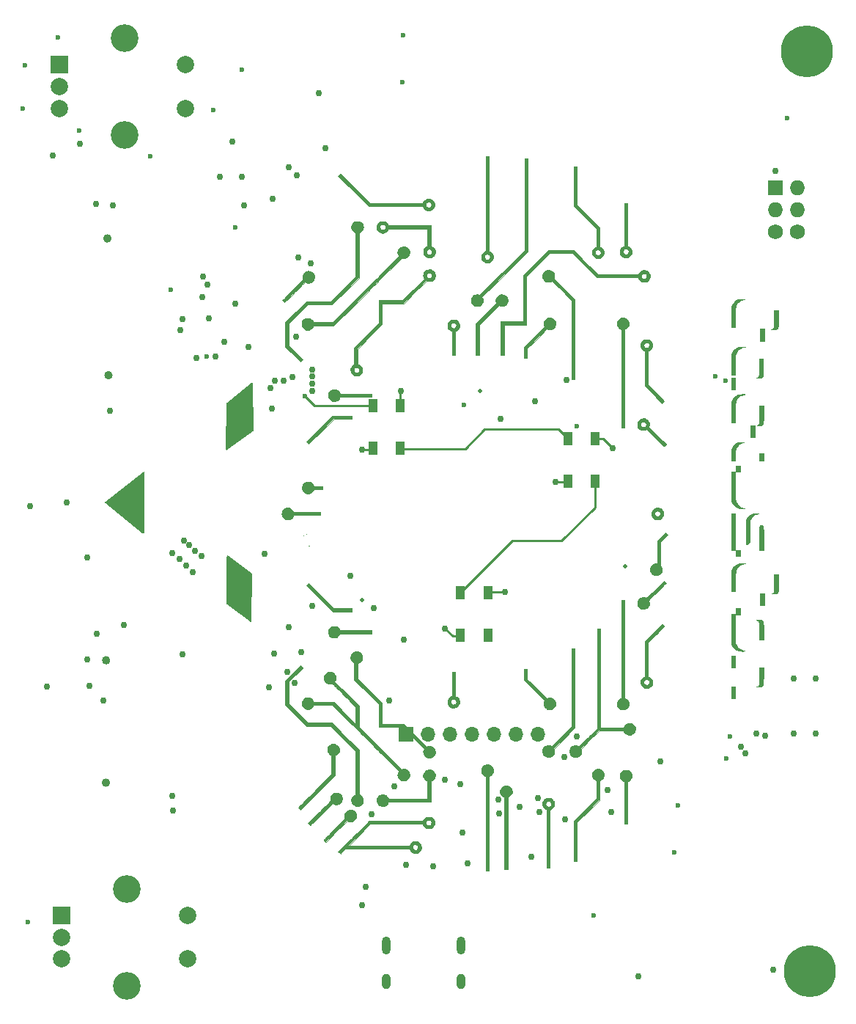
<source format=gbr>
%TF.GenerationSoftware,KiCad,Pcbnew,7.0.7*%
%TF.CreationDate,2023-12-10T19:04:42-06:00*%
%TF.ProjectId,ProjectNeoRogue,50726f6a-6563-4744-9e65-6f526f677565,v1*%
%TF.SameCoordinates,Original*%
%TF.FileFunction,Copper,L1,Top*%
%TF.FilePolarity,Positive*%
%FSLAX46Y46*%
G04 Gerber Fmt 4.6, Leading zero omitted, Abs format (unit mm)*
G04 Created by KiCad (PCBNEW 7.0.7) date 2023-12-10 19:04:42*
%MOMM*%
%LPD*%
G01*
G04 APERTURE LIST*
%TA.AperFunction,NonConductor*%
%ADD10C,0.477359*%
%TD*%
%TA.AperFunction,EtchedComponent*%
%ADD11C,0.010000*%
%TD*%
%TA.AperFunction,SMDPad,CuDef*%
%ADD12C,0.500000*%
%TD*%
%TA.AperFunction,ComponentPad*%
%ADD13O,1.727200X1.727200*%
%TD*%
%TA.AperFunction,ComponentPad*%
%ADD14R,1.727200X1.727200*%
%TD*%
%TA.AperFunction,ComponentPad*%
%ADD15C,1.727200*%
%TD*%
%TA.AperFunction,SMDPad,CuDef*%
%ADD16R,1.000000X1.500000*%
%TD*%
%TA.AperFunction,ComponentPad*%
%ADD17R,1.700000X1.700000*%
%TD*%
%TA.AperFunction,ComponentPad*%
%ADD18O,1.700000X1.700000*%
%TD*%
%TA.AperFunction,ComponentPad*%
%ADD19C,6.000000*%
%TD*%
%TA.AperFunction,ComponentPad*%
%ADD20R,2.000000X2.000000*%
%TD*%
%TA.AperFunction,ComponentPad*%
%ADD21C,2.000000*%
%TD*%
%TA.AperFunction,ComponentPad*%
%ADD22C,3.200000*%
%TD*%
%TA.AperFunction,ComponentPad*%
%ADD23O,1.000000X1.800000*%
%TD*%
%TA.AperFunction,ComponentPad*%
%ADD24O,1.000000X2.100000*%
%TD*%
%TA.AperFunction,ViaPad*%
%ADD25C,0.600000*%
%TD*%
%TA.AperFunction,ViaPad*%
%ADD26C,0.750000*%
%TD*%
%TA.AperFunction,Conductor*%
%ADD27C,0.250000*%
%TD*%
G04 APERTURE END LIST*
D10*
X133891320Y-86900000D02*
G75*
G03*
X133891320Y-86900000I-238679J0D01*
G01*
X133621320Y-119800000D02*
G75*
G03*
X133621320Y-119800000I-238679J0D01*
G01*
X133591320Y-133930000D02*
G75*
G03*
X133591320Y-133930000I-238679J0D01*
G01*
X133761320Y-71110000D02*
G75*
G03*
X133761320Y-71110000I-238679J0D01*
G01*
%TO.C,G\u002A\u002A\u002A*%
D11*
X156531206Y-105229229D02*
X156522135Y-105238300D01*
X156513063Y-105229229D01*
X156522135Y-105220158D01*
X156531206Y-105229229D01*
%TA.AperFunction,EtchedComponent*%
G36*
X156531206Y-105229229D02*
G01*
X156522135Y-105238300D01*
X156513063Y-105229229D01*
X156522135Y-105220158D01*
X156531206Y-105229229D01*
G37*
%TD.AperFunction*%
X156204635Y-105428800D02*
X156195563Y-105437872D01*
X156186492Y-105428800D01*
X156195563Y-105419729D01*
X156204635Y-105428800D01*
%TA.AperFunction,EtchedComponent*%
G36*
X156204635Y-105428800D02*
G01*
X156195563Y-105437872D01*
X156186492Y-105428800D01*
X156195563Y-105419729D01*
X156204635Y-105428800D01*
G37*
%TD.AperFunction*%
X156821492Y-106553658D02*
X156812421Y-106562729D01*
X156803349Y-106553658D01*
X156812421Y-106544586D01*
X156821492Y-106553658D01*
%TA.AperFunction,EtchedComponent*%
G36*
X156821492Y-106553658D02*
G01*
X156812421Y-106562729D01*
X156803349Y-106553658D01*
X156812421Y-106544586D01*
X156821492Y-106553658D01*
G37*
%TD.AperFunction*%
X161792635Y-91939586D02*
X159703067Y-91939586D01*
X156776135Y-94841312D01*
X156653671Y-94719900D01*
X156600783Y-94666225D01*
X156559379Y-94621843D01*
X156535151Y-94592979D01*
X156531206Y-94585905D01*
X156543833Y-94571755D01*
X156580650Y-94533670D01*
X156640062Y-94473245D01*
X156720476Y-94392075D01*
X156820295Y-94291756D01*
X156937926Y-94173883D01*
X157071774Y-94040050D01*
X157220243Y-93891854D01*
X157381740Y-93730888D01*
X157554670Y-93558750D01*
X157737438Y-93377032D01*
X157928449Y-93187332D01*
X158041599Y-93075054D01*
X159551992Y-91576786D01*
X160672314Y-91576758D01*
X161792635Y-91576729D01*
X161792635Y-91939586D01*
%TA.AperFunction,EtchedComponent*%
G36*
X161792635Y-91939586D02*
G01*
X159703067Y-91939586D01*
X156776135Y-94841312D01*
X156653671Y-94719900D01*
X156600783Y-94666225D01*
X156559379Y-94621843D01*
X156535151Y-94592979D01*
X156531206Y-94585905D01*
X156543833Y-94571755D01*
X156580650Y-94533670D01*
X156640062Y-94473245D01*
X156720476Y-94392075D01*
X156820295Y-94291756D01*
X156937926Y-94173883D01*
X157071774Y-94040050D01*
X157220243Y-93891854D01*
X157381740Y-93730888D01*
X157554670Y-93558750D01*
X157737438Y-93377032D01*
X157928449Y-93187332D01*
X158041599Y-93075054D01*
X159551992Y-91576786D01*
X160672314Y-91576758D01*
X161792635Y-91576729D01*
X161792635Y-91939586D01*
G37*
%TD.AperFunction*%
X158232146Y-112357051D02*
X159682570Y-113801729D01*
X161792635Y-113801729D01*
X161792635Y-114164586D01*
X159539236Y-114164586D01*
X158035221Y-112674064D01*
X157840569Y-112481063D01*
X157653247Y-112295146D01*
X157474856Y-112117909D01*
X157306994Y-111950949D01*
X157151260Y-111795863D01*
X157009253Y-111654248D01*
X156882572Y-111527699D01*
X156772816Y-111417814D01*
X156681584Y-111326189D01*
X156610476Y-111254422D01*
X156561089Y-111204107D01*
X156535023Y-111176843D01*
X156531206Y-111172256D01*
X156543279Y-111155456D01*
X156575755Y-111119436D01*
X156623022Y-111070269D01*
X156656465Y-111036672D01*
X156781723Y-110912373D01*
X158232146Y-112357051D01*
%TA.AperFunction,EtchedComponent*%
G36*
X158232146Y-112357051D02*
G01*
X159682570Y-113801729D01*
X161792635Y-113801729D01*
X161792635Y-114164586D01*
X159539236Y-114164586D01*
X158035221Y-112674064D01*
X157840569Y-112481063D01*
X157653247Y-112295146D01*
X157474856Y-112117909D01*
X157306994Y-111950949D01*
X157151260Y-111795863D01*
X157009253Y-111654248D01*
X156882572Y-111527699D01*
X156772816Y-111417814D01*
X156681584Y-111326189D01*
X156610476Y-111254422D01*
X156561089Y-111204107D01*
X156535023Y-111176843D01*
X156531206Y-111172256D01*
X156543279Y-111155456D01*
X156575755Y-111119436D01*
X156623022Y-111070269D01*
X156656465Y-111036672D01*
X156781723Y-110912373D01*
X158232146Y-112357051D01*
G37*
%TD.AperFunction*%
X179717579Y-134268591D02*
X179870164Y-134318996D01*
X179898654Y-134332570D01*
X180027484Y-134415103D01*
X180129278Y-134517207D01*
X180204088Y-134634307D01*
X180251961Y-134761828D01*
X180272947Y-134895194D01*
X180267096Y-135029829D01*
X180234458Y-135161158D01*
X180175081Y-135284605D01*
X180089015Y-135395594D01*
X179976310Y-135489551D01*
X179885599Y-135540846D01*
X179772206Y-135594721D01*
X179772206Y-143882586D01*
X179409349Y-143882586D01*
X179409349Y-135597978D01*
X179305028Y-135555019D01*
X179207519Y-135501178D01*
X179112088Y-135424484D01*
X179028047Y-135334273D01*
X178964713Y-135239883D01*
X178943021Y-135192158D01*
X178903695Y-135042939D01*
X178897338Y-134892156D01*
X178903066Y-134833435D01*
X178937869Y-134699343D01*
X179003107Y-134571387D01*
X179092982Y-134457720D01*
X179201700Y-134366495D01*
X179258688Y-134333168D01*
X179409684Y-134275679D01*
X179563367Y-134254153D01*
X179717579Y-134268591D01*
%TA.AperFunction,EtchedComponent*%
G36*
X179717579Y-134268591D02*
G01*
X179870164Y-134318996D01*
X179898654Y-134332570D01*
X180027484Y-134415103D01*
X180129278Y-134517207D01*
X180204088Y-134634307D01*
X180251961Y-134761828D01*
X180272947Y-134895194D01*
X180267096Y-135029829D01*
X180234458Y-135161158D01*
X180175081Y-135284605D01*
X180089015Y-135395594D01*
X179976310Y-135489551D01*
X179885599Y-135540846D01*
X179772206Y-135594721D01*
X179772206Y-143882586D01*
X179409349Y-143882586D01*
X179409349Y-135597978D01*
X179305028Y-135555019D01*
X179207519Y-135501178D01*
X179112088Y-135424484D01*
X179028047Y-135334273D01*
X178964713Y-135239883D01*
X178943021Y-135192158D01*
X178903695Y-135042939D01*
X178897338Y-134892156D01*
X178903066Y-134833435D01*
X178937869Y-134699343D01*
X179003107Y-134571387D01*
X179092982Y-134457720D01*
X179201700Y-134366495D01*
X179258688Y-134333168D01*
X179409684Y-134275679D01*
X179563367Y-134254153D01*
X179717579Y-134268591D01*
G37*
%TD.AperFunction*%
X159853763Y-88550484D02*
X159973825Y-88583679D01*
X160020517Y-88604301D01*
X160117510Y-88668214D01*
X160210541Y-88754977D01*
X160288400Y-88852884D01*
X160330900Y-88928373D01*
X160379527Y-89036729D01*
X164060492Y-89036729D01*
X164060492Y-89399586D01*
X160384169Y-89399586D01*
X160342115Y-89501049D01*
X160284030Y-89603986D01*
X160200478Y-89703384D01*
X160101625Y-89788853D01*
X160003090Y-89847552D01*
X159865580Y-89891421D01*
X159718312Y-89904724D01*
X159569596Y-89888364D01*
X159427738Y-89843243D01*
X159302660Y-89771459D01*
X159216915Y-89691605D01*
X159139581Y-89589550D01*
X159080491Y-89479347D01*
X159061017Y-89426102D01*
X159038680Y-89307430D01*
X159036595Y-89178613D01*
X159054190Y-89054961D01*
X159077633Y-88980349D01*
X159155123Y-88834033D01*
X159255418Y-88715807D01*
X159377970Y-88626123D01*
X159522231Y-88565432D01*
X159605697Y-88545470D01*
X159725476Y-88536957D01*
X159853763Y-88550484D01*
%TA.AperFunction,EtchedComponent*%
G36*
X159853763Y-88550484D02*
G01*
X159973825Y-88583679D01*
X160020517Y-88604301D01*
X160117510Y-88668214D01*
X160210541Y-88754977D01*
X160288400Y-88852884D01*
X160330900Y-88928373D01*
X160379527Y-89036729D01*
X164060492Y-89036729D01*
X164060492Y-89399586D01*
X160384169Y-89399586D01*
X160342115Y-89501049D01*
X160284030Y-89603986D01*
X160200478Y-89703384D01*
X160101625Y-89788853D01*
X160003090Y-89847552D01*
X159865580Y-89891421D01*
X159718312Y-89904724D01*
X159569596Y-89888364D01*
X159427738Y-89843243D01*
X159302660Y-89771459D01*
X159216915Y-89691605D01*
X159139581Y-89589550D01*
X159080491Y-89479347D01*
X159061017Y-89426102D01*
X159038680Y-89307430D01*
X159036595Y-89178613D01*
X159054190Y-89054961D01*
X159077633Y-88980349D01*
X159155123Y-88834033D01*
X159255418Y-88715807D01*
X159377970Y-88626123D01*
X159522231Y-88565432D01*
X159605697Y-88545470D01*
X159725476Y-88536957D01*
X159853763Y-88550484D01*
G37*
%TD.AperFunction*%
X154471257Y-102202550D02*
X154610886Y-102243198D01*
X154739693Y-102312386D01*
X154852476Y-102407637D01*
X154944032Y-102526476D01*
X154982304Y-102598467D01*
X155028009Y-102698300D01*
X158127778Y-102698300D01*
X158127778Y-103061158D01*
X155015723Y-103061158D01*
X154982168Y-103155634D01*
X154936147Y-103244566D01*
X154864855Y-103334823D01*
X154777711Y-103417084D01*
X154684132Y-103482026D01*
X154623204Y-103510953D01*
X154478653Y-103552493D01*
X154344269Y-103563765D01*
X154234688Y-103550821D01*
X154079748Y-103501666D01*
X153945949Y-103423858D01*
X153835633Y-103319778D01*
X153751139Y-103191808D01*
X153694807Y-103042329D01*
X153682917Y-102989318D01*
X153671622Y-102924924D01*
X153667437Y-102876937D01*
X153670770Y-102830395D01*
X153682030Y-102770334D01*
X153689863Y-102734586D01*
X153740935Y-102582823D01*
X153820946Y-102452109D01*
X153927851Y-102344599D01*
X154059608Y-102262449D01*
X154180346Y-102216779D01*
X154326010Y-102192919D01*
X154471257Y-102202550D01*
%TA.AperFunction,EtchedComponent*%
G36*
X154471257Y-102202550D02*
G01*
X154610886Y-102243198D01*
X154739693Y-102312386D01*
X154852476Y-102407637D01*
X154944032Y-102526476D01*
X154982304Y-102598467D01*
X155028009Y-102698300D01*
X158127778Y-102698300D01*
X158127778Y-103061158D01*
X155015723Y-103061158D01*
X154982168Y-103155634D01*
X154936147Y-103244566D01*
X154864855Y-103334823D01*
X154777711Y-103417084D01*
X154684132Y-103482026D01*
X154623204Y-103510953D01*
X154478653Y-103552493D01*
X154344269Y-103563765D01*
X154234688Y-103550821D01*
X154079748Y-103501666D01*
X153945949Y-103423858D01*
X153835633Y-103319778D01*
X153751139Y-103191808D01*
X153694807Y-103042329D01*
X153682917Y-102989318D01*
X153671622Y-102924924D01*
X153667437Y-102876937D01*
X153670770Y-102830395D01*
X153682030Y-102770334D01*
X153689863Y-102734586D01*
X153740935Y-102582823D01*
X153820946Y-102452109D01*
X153927851Y-102344599D01*
X154059608Y-102262449D01*
X154180346Y-102216779D01*
X154326010Y-102192919D01*
X154471257Y-102202550D01*
G37*
%TD.AperFunction*%
X182076235Y-67251693D02*
X182076121Y-72626515D01*
X179428502Y-75253846D01*
X176780882Y-77881178D01*
X176823926Y-77962132D01*
X176878895Y-78102241D01*
X176898221Y-78247944D01*
X176881896Y-78397991D01*
X176829912Y-78551133D01*
X176827905Y-78555536D01*
X176752655Y-78678903D01*
X176654000Y-78778984D01*
X176537074Y-78854896D01*
X176407015Y-78905759D01*
X176268958Y-78930692D01*
X176128039Y-78928813D01*
X175989394Y-78899241D01*
X175858159Y-78841095D01*
X175739471Y-78753494D01*
X175729437Y-78743997D01*
X175628321Y-78622363D01*
X175559595Y-78485614D01*
X175524293Y-78336897D01*
X175523448Y-78179359D01*
X175529370Y-78135057D01*
X175569417Y-77997525D01*
X175640462Y-77868899D01*
X175737284Y-77755900D01*
X175854661Y-77665246D01*
X175922743Y-77628865D01*
X176041144Y-77589763D01*
X176171085Y-77572133D01*
X176299507Y-77576637D01*
X176413352Y-77603931D01*
X176413776Y-77604093D01*
X176511559Y-77641454D01*
X179112526Y-75054664D01*
X181713492Y-72467874D01*
X181713492Y-61876872D01*
X182076349Y-61876872D01*
X182076235Y-67251693D01*
%TA.AperFunction,EtchedComponent*%
G36*
X182076235Y-67251693D02*
G01*
X182076121Y-72626515D01*
X179428502Y-75253846D01*
X176780882Y-77881178D01*
X176823926Y-77962132D01*
X176878895Y-78102241D01*
X176898221Y-78247944D01*
X176881896Y-78397991D01*
X176829912Y-78551133D01*
X176827905Y-78555536D01*
X176752655Y-78678903D01*
X176654000Y-78778984D01*
X176537074Y-78854896D01*
X176407015Y-78905759D01*
X176268958Y-78930692D01*
X176128039Y-78928813D01*
X175989394Y-78899241D01*
X175858159Y-78841095D01*
X175739471Y-78753494D01*
X175729437Y-78743997D01*
X175628321Y-78622363D01*
X175559595Y-78485614D01*
X175524293Y-78336897D01*
X175523448Y-78179359D01*
X175529370Y-78135057D01*
X175569417Y-77997525D01*
X175640462Y-77868899D01*
X175737284Y-77755900D01*
X175854661Y-77665246D01*
X175922743Y-77628865D01*
X176041144Y-77589763D01*
X176171085Y-77572133D01*
X176299507Y-77576637D01*
X176413352Y-77603931D01*
X176413776Y-77604093D01*
X176511559Y-77641454D01*
X179112526Y-75054664D01*
X181713492Y-72467874D01*
X181713492Y-61876872D01*
X182076349Y-61876872D01*
X182076235Y-67251693D01*
G37*
%TD.AperFunction*%
X193226069Y-80281365D02*
X193366160Y-80328369D01*
X193493549Y-80405208D01*
X193603848Y-80510399D01*
X193692666Y-80642458D01*
X193694193Y-80645363D01*
X193720100Y-80697414D01*
X193736712Y-80741280D01*
X193746079Y-80787714D01*
X193750248Y-80847471D01*
X193751269Y-80931303D01*
X193751278Y-80945015D01*
X193750337Y-81034648D01*
X193746271Y-81098824D01*
X193737214Y-81148350D01*
X193721302Y-81194032D01*
X193700582Y-81238749D01*
X193634400Y-81341162D01*
X193543354Y-81437680D01*
X193438589Y-81517907D01*
X193352932Y-81563145D01*
X193252349Y-81604835D01*
X193252349Y-92919301D01*
X192889492Y-92919301D01*
X192889114Y-81607229D01*
X192777551Y-81555305D01*
X192661919Y-81485421D01*
X192557667Y-81392092D01*
X192474599Y-81284976D01*
X192442087Y-81224981D01*
X192403050Y-81103953D01*
X192386580Y-80969211D01*
X192393506Y-80835333D01*
X192414710Y-80743791D01*
X192480645Y-80597622D01*
X192572927Y-80475734D01*
X192690321Y-80379540D01*
X192773483Y-80334197D01*
X192925342Y-80282795D01*
X193077667Y-80265679D01*
X193226069Y-80281365D01*
%TA.AperFunction,EtchedComponent*%
G36*
X193226069Y-80281365D02*
G01*
X193366160Y-80328369D01*
X193493549Y-80405208D01*
X193603848Y-80510399D01*
X193692666Y-80642458D01*
X193694193Y-80645363D01*
X193720100Y-80697414D01*
X193736712Y-80741280D01*
X193746079Y-80787714D01*
X193750248Y-80847471D01*
X193751269Y-80931303D01*
X193751278Y-80945015D01*
X193750337Y-81034648D01*
X193746271Y-81098824D01*
X193737214Y-81148350D01*
X193721302Y-81194032D01*
X193700582Y-81238749D01*
X193634400Y-81341162D01*
X193543354Y-81437680D01*
X193438589Y-81517907D01*
X193352932Y-81563145D01*
X193252349Y-81604835D01*
X193252349Y-92919301D01*
X192889492Y-92919301D01*
X192889114Y-81607229D01*
X192777551Y-81555305D01*
X192661919Y-81485421D01*
X192557667Y-81392092D01*
X192474599Y-81284976D01*
X192442087Y-81224981D01*
X192403050Y-81103953D01*
X192386580Y-80969211D01*
X192393506Y-80835333D01*
X192414710Y-80743791D01*
X192480645Y-80597622D01*
X192572927Y-80475734D01*
X192690321Y-80379540D01*
X192773483Y-80334197D01*
X192925342Y-80282795D01*
X193077667Y-80265679D01*
X193226069Y-80281365D01*
G37*
%TD.AperFunction*%
X184729774Y-80274557D02*
X184884595Y-80319603D01*
X185019151Y-80393666D01*
X185130914Y-80494416D01*
X185217356Y-80619519D01*
X185275949Y-80766643D01*
X185280134Y-80782301D01*
X185301440Y-80931596D01*
X185290186Y-81074813D01*
X185249861Y-81208698D01*
X185183955Y-81329996D01*
X185095955Y-81435454D01*
X184989350Y-81521817D01*
X184867630Y-81585831D01*
X184734282Y-81624242D01*
X184592796Y-81633795D01*
X184446660Y-81611236D01*
X184405023Y-81598600D01*
X184284723Y-81557964D01*
X183162393Y-82680185D01*
X182040064Y-83802405D01*
X182040064Y-84900158D01*
X181677206Y-84900158D01*
X181677206Y-83638425D01*
X182854136Y-82473994D01*
X184031066Y-81309562D01*
X183983529Y-81213467D01*
X183960942Y-81163418D01*
X183946837Y-81116864D01*
X183939313Y-81062654D01*
X183936469Y-80989639D01*
X183936212Y-80935943D01*
X183937217Y-80849733D01*
X183941476Y-80788411D01*
X183951223Y-80740593D01*
X183968696Y-80694896D01*
X183993297Y-80645363D01*
X184079948Y-80515535D01*
X184189548Y-80409982D01*
X184317144Y-80331197D01*
X184457781Y-80281674D01*
X184606507Y-80263908D01*
X184729774Y-80274557D01*
%TA.AperFunction,EtchedComponent*%
G36*
X184729774Y-80274557D02*
G01*
X184884595Y-80319603D01*
X185019151Y-80393666D01*
X185130914Y-80494416D01*
X185217356Y-80619519D01*
X185275949Y-80766643D01*
X185280134Y-80782301D01*
X185301440Y-80931596D01*
X185290186Y-81074813D01*
X185249861Y-81208698D01*
X185183955Y-81329996D01*
X185095955Y-81435454D01*
X184989350Y-81521817D01*
X184867630Y-81585831D01*
X184734282Y-81624242D01*
X184592796Y-81633795D01*
X184446660Y-81611236D01*
X184405023Y-81598600D01*
X184284723Y-81557964D01*
X183162393Y-82680185D01*
X182040064Y-83802405D01*
X182040064Y-84900158D01*
X181677206Y-84900158D01*
X181677206Y-83638425D01*
X182854136Y-82473994D01*
X184031066Y-81309562D01*
X183983529Y-81213467D01*
X183960942Y-81163418D01*
X183946837Y-81116864D01*
X183939313Y-81062654D01*
X183936469Y-80989639D01*
X183936212Y-80935943D01*
X183937217Y-80849733D01*
X183941476Y-80788411D01*
X183951223Y-80740593D01*
X183968696Y-80694896D01*
X183993297Y-80645363D01*
X184079948Y-80515535D01*
X184189548Y-80409982D01*
X184317144Y-80331197D01*
X184457781Y-80281674D01*
X184606507Y-80263908D01*
X184729774Y-80274557D01*
G37*
%TD.AperFunction*%
X187537349Y-127605261D02*
X185107367Y-130013501D01*
X185134001Y-130101998D01*
X185149062Y-130171829D01*
X185158717Y-130254606D01*
X185160635Y-130302658D01*
X185144552Y-130454087D01*
X185099034Y-130589922D01*
X185028175Y-130708439D01*
X184936069Y-130807916D01*
X184826811Y-130886630D01*
X184704494Y-130942857D01*
X184573214Y-130974874D01*
X184437064Y-130980958D01*
X184300138Y-130959387D01*
X184166532Y-130908436D01*
X184040339Y-130826383D01*
X183999913Y-130791153D01*
X183903783Y-130677978D01*
X183834674Y-130547014D01*
X183794405Y-130405136D01*
X183784797Y-130259222D01*
X183807668Y-130116145D01*
X183814996Y-130092363D01*
X183881333Y-129945774D01*
X183974276Y-129823328D01*
X184092093Y-129726502D01*
X184233052Y-129656776D01*
X184367849Y-129620273D01*
X184441916Y-129609223D01*
X184502595Y-129608618D01*
X184568918Y-129619124D01*
X184610213Y-129628770D01*
X184684123Y-129650949D01*
X184753366Y-129678297D01*
X184797198Y-129701452D01*
X184860864Y-129743703D01*
X186017562Y-128598966D01*
X187174259Y-127454229D01*
X187174376Y-122941193D01*
X187174492Y-118428158D01*
X187537349Y-118428158D01*
X187537349Y-127605261D01*
%TA.AperFunction,EtchedComponent*%
G36*
X187537349Y-127605261D02*
G01*
X185107367Y-130013501D01*
X185134001Y-130101998D01*
X185149062Y-130171829D01*
X185158717Y-130254606D01*
X185160635Y-130302658D01*
X185144552Y-130454087D01*
X185099034Y-130589922D01*
X185028175Y-130708439D01*
X184936069Y-130807916D01*
X184826811Y-130886630D01*
X184704494Y-130942857D01*
X184573214Y-130974874D01*
X184437064Y-130980958D01*
X184300138Y-130959387D01*
X184166532Y-130908436D01*
X184040339Y-130826383D01*
X183999913Y-130791153D01*
X183903783Y-130677978D01*
X183834674Y-130547014D01*
X183794405Y-130405136D01*
X183784797Y-130259222D01*
X183807668Y-130116145D01*
X183814996Y-130092363D01*
X183881333Y-129945774D01*
X183974276Y-129823328D01*
X184092093Y-129726502D01*
X184233052Y-129656776D01*
X184367849Y-129620273D01*
X184441916Y-129609223D01*
X184502595Y-129608618D01*
X184568918Y-129619124D01*
X184610213Y-129628770D01*
X184684123Y-129650949D01*
X184753366Y-129678297D01*
X184797198Y-129701452D01*
X184860864Y-129743703D01*
X186017562Y-128598966D01*
X187174259Y-127454229D01*
X187174376Y-122941193D01*
X187174492Y-118428158D01*
X187537349Y-118428158D01*
X187537349Y-127605261D01*
G37*
%TD.AperFunction*%
X179162642Y-77580725D02*
X179227302Y-77585669D01*
X179278895Y-77596322D01*
X179329006Y-77614656D01*
X179358877Y-77628139D01*
X179489501Y-77707471D01*
X179595799Y-77808704D01*
X179676740Y-77926977D01*
X179731290Y-78057427D01*
X179758415Y-78195194D01*
X179757083Y-78335418D01*
X179726261Y-78473237D01*
X179664916Y-78603790D01*
X179587859Y-78705572D01*
X179471987Y-78810848D01*
X179347187Y-78882318D01*
X179208246Y-78922270D01*
X179069400Y-78933174D01*
X178977593Y-78928920D01*
X178903939Y-78913949D01*
X178840996Y-78889575D01*
X178745765Y-78845977D01*
X176468699Y-81099229D01*
X176469453Y-82827336D01*
X176470206Y-84555443D01*
X176107349Y-84555443D01*
X176107349Y-80952932D01*
X177291171Y-79771487D01*
X178474992Y-78590042D01*
X178430191Y-78483921D01*
X178394032Y-78355821D01*
X178385463Y-78216096D01*
X178404537Y-78076748D01*
X178428066Y-78001397D01*
X178491504Y-77882965D01*
X178583232Y-77773883D01*
X178695268Y-77682595D01*
X178770853Y-77638917D01*
X178829831Y-77611262D01*
X178878416Y-77593826D01*
X178928479Y-77584277D01*
X178991891Y-77580285D01*
X179073325Y-77579515D01*
X179162642Y-77580725D01*
%TA.AperFunction,EtchedComponent*%
G36*
X179162642Y-77580725D02*
G01*
X179227302Y-77585669D01*
X179278895Y-77596322D01*
X179329006Y-77614656D01*
X179358877Y-77628139D01*
X179489501Y-77707471D01*
X179595799Y-77808704D01*
X179676740Y-77926977D01*
X179731290Y-78057427D01*
X179758415Y-78195194D01*
X179757083Y-78335418D01*
X179726261Y-78473237D01*
X179664916Y-78603790D01*
X179587859Y-78705572D01*
X179471987Y-78810848D01*
X179347187Y-78882318D01*
X179208246Y-78922270D01*
X179069400Y-78933174D01*
X178977593Y-78928920D01*
X178903939Y-78913949D01*
X178840996Y-78889575D01*
X178745765Y-78845977D01*
X176468699Y-81099229D01*
X176469453Y-82827336D01*
X176470206Y-84555443D01*
X176107349Y-84555443D01*
X176107349Y-80952932D01*
X177291171Y-79771487D01*
X178474992Y-78590042D01*
X178430191Y-78483921D01*
X178394032Y-78355821D01*
X178385463Y-78216096D01*
X178404537Y-78076748D01*
X178428066Y-78001397D01*
X178491504Y-77882965D01*
X178583232Y-77773883D01*
X178695268Y-77682595D01*
X178770853Y-77638917D01*
X178829831Y-77611262D01*
X178878416Y-77593826D01*
X178928479Y-77584277D01*
X178991891Y-77580285D01*
X179073325Y-77579515D01*
X179162642Y-77580725D01*
G37*
%TD.AperFunction*%
X193252349Y-124158417D02*
X193306914Y-124170402D01*
X193380724Y-124198924D01*
X193463757Y-124250406D01*
X193545914Y-124317095D01*
X193617094Y-124391238D01*
X193647529Y-124431823D01*
X193708107Y-124536924D01*
X193743817Y-124638875D01*
X193758185Y-124750951D01*
X193757323Y-124844851D01*
X193732767Y-125001406D01*
X193676344Y-125141732D01*
X193589723Y-125263284D01*
X193474571Y-125363518D01*
X193381856Y-125417695D01*
X193324837Y-125444490D01*
X193277718Y-125461658D01*
X193229298Y-125471323D01*
X193168376Y-125475612D01*
X193083752Y-125476650D01*
X193071203Y-125476658D01*
X192981567Y-125475726D01*
X192917393Y-125471686D01*
X192867878Y-125462668D01*
X192822218Y-125446805D01*
X192776687Y-125425718D01*
X192644137Y-125341447D01*
X192536098Y-125232795D01*
X192455476Y-125104102D01*
X192405177Y-124959711D01*
X192389282Y-124846986D01*
X192388777Y-124755003D01*
X192396843Y-124670793D01*
X192405133Y-124631733D01*
X192462873Y-124492684D01*
X192550459Y-124369388D01*
X192662874Y-124267546D01*
X192789412Y-124195286D01*
X192888873Y-124152229D01*
X192889182Y-118496193D01*
X192889492Y-112840158D01*
X193252349Y-112840158D01*
X193252349Y-124158417D01*
%TA.AperFunction,EtchedComponent*%
G36*
X193252349Y-124158417D02*
G01*
X193306914Y-124170402D01*
X193380724Y-124198924D01*
X193463757Y-124250406D01*
X193545914Y-124317095D01*
X193617094Y-124391238D01*
X193647529Y-124431823D01*
X193708107Y-124536924D01*
X193743817Y-124638875D01*
X193758185Y-124750951D01*
X193757323Y-124844851D01*
X193732767Y-125001406D01*
X193676344Y-125141732D01*
X193589723Y-125263284D01*
X193474571Y-125363518D01*
X193381856Y-125417695D01*
X193324837Y-125444490D01*
X193277718Y-125461658D01*
X193229298Y-125471323D01*
X193168376Y-125475612D01*
X193083752Y-125476650D01*
X193071203Y-125476658D01*
X192981567Y-125475726D01*
X192917393Y-125471686D01*
X192867878Y-125462668D01*
X192822218Y-125446805D01*
X192776687Y-125425718D01*
X192644137Y-125341447D01*
X192536098Y-125232795D01*
X192455476Y-125104102D01*
X192405177Y-124959711D01*
X192389282Y-124846986D01*
X192388777Y-124755003D01*
X192396843Y-124670793D01*
X192405133Y-124631733D01*
X192462873Y-124492684D01*
X192550459Y-124369388D01*
X192662874Y-124267546D01*
X192789412Y-124195286D01*
X192888873Y-124152229D01*
X192889182Y-118496193D01*
X192889492Y-112840158D01*
X193252349Y-112840158D01*
X193252349Y-124158417D01*
G37*
%TD.AperFunction*%
X190281901Y-132353990D02*
X190343776Y-132358038D01*
X190393058Y-132367811D01*
X190441586Y-132385612D01*
X190498068Y-132412202D01*
X190627821Y-132494211D01*
X190732587Y-132597375D01*
X190811354Y-132716878D01*
X190863113Y-132847903D01*
X190886851Y-132985633D01*
X190881557Y-133125252D01*
X190846222Y-133261942D01*
X190779834Y-133390887D01*
X190719677Y-133468127D01*
X190655672Y-133528876D01*
X190579519Y-133586270D01*
X190502995Y-133632363D01*
X190437878Y-133659206D01*
X190435671Y-133659769D01*
X190385778Y-133672091D01*
X190385778Y-135931766D01*
X187773206Y-138528160D01*
X187773206Y-142957300D01*
X187410349Y-142957300D01*
X187410349Y-138370156D01*
X188716635Y-137076498D01*
X190022921Y-135782841D01*
X190022921Y-133691819D01*
X189888034Y-133625154D01*
X189757147Y-133542618D01*
X189653816Y-133440945D01*
X189577956Y-133324510D01*
X189529483Y-133197683D01*
X189508310Y-133064837D01*
X189514354Y-132930344D01*
X189547528Y-132798576D01*
X189607748Y-132673905D01*
X189694928Y-132560704D01*
X189808984Y-132463343D01*
X189911814Y-132403493D01*
X189964568Y-132379934D01*
X190012599Y-132365160D01*
X190067347Y-132357150D01*
X190140250Y-132353883D01*
X190195595Y-132353364D01*
X190281901Y-132353990D01*
%TA.AperFunction,EtchedComponent*%
G36*
X190281901Y-132353990D02*
G01*
X190343776Y-132358038D01*
X190393058Y-132367811D01*
X190441586Y-132385612D01*
X190498068Y-132412202D01*
X190627821Y-132494211D01*
X190732587Y-132597375D01*
X190811354Y-132716878D01*
X190863113Y-132847903D01*
X190886851Y-132985633D01*
X190881557Y-133125252D01*
X190846222Y-133261942D01*
X190779834Y-133390887D01*
X190719677Y-133468127D01*
X190655672Y-133528876D01*
X190579519Y-133586270D01*
X190502995Y-133632363D01*
X190437878Y-133659206D01*
X190435671Y-133659769D01*
X190385778Y-133672091D01*
X190385778Y-135931766D01*
X187773206Y-138528160D01*
X187773206Y-142957300D01*
X187410349Y-142957300D01*
X187410349Y-138370156D01*
X188716635Y-137076498D01*
X190022921Y-135782841D01*
X190022921Y-133691819D01*
X189888034Y-133625154D01*
X189757147Y-133542618D01*
X189653816Y-133440945D01*
X189577956Y-133324510D01*
X189529483Y-133197683D01*
X189508310Y-133064837D01*
X189514354Y-132930344D01*
X189547528Y-132798576D01*
X189607748Y-132673905D01*
X189694928Y-132560704D01*
X189808984Y-132463343D01*
X189911814Y-132403493D01*
X189964568Y-132379934D01*
X190012599Y-132365160D01*
X190067347Y-132357150D01*
X190140250Y-132353883D01*
X190195595Y-132353364D01*
X190281901Y-132353990D01*
G37*
%TD.AperFunction*%
X177495114Y-131845535D02*
X177559635Y-131848937D01*
X177608374Y-131856801D01*
X177651576Y-131870925D01*
X177699487Y-131893106D01*
X177709867Y-131898328D01*
X177813883Y-131965901D01*
X177911495Y-132056381D01*
X177993114Y-132159393D01*
X178049148Y-132264560D01*
X178049704Y-132265995D01*
X178075921Y-132352879D01*
X178088763Y-132448876D01*
X178091156Y-132520099D01*
X178090365Y-132596446D01*
X178084412Y-132653113D01*
X178069796Y-132704443D01*
X178043018Y-132764781D01*
X178020513Y-132809597D01*
X177934973Y-132942855D01*
X177829883Y-133047164D01*
X177707109Y-133120794D01*
X177668052Y-133136307D01*
X177576921Y-133168675D01*
X177576921Y-144118443D01*
X177232206Y-144118443D01*
X177232206Y-133168675D01*
X177141075Y-133136307D01*
X177018550Y-133074366D01*
X176911941Y-132984540D01*
X176824678Y-132873014D01*
X176760193Y-132745974D01*
X176721916Y-132609606D01*
X176713279Y-132470095D01*
X176724277Y-132384908D01*
X176771640Y-132243425D01*
X176849649Y-132112549D01*
X176952835Y-131999364D01*
X177075732Y-131910951D01*
X177100387Y-131897776D01*
X177149926Y-131874107D01*
X177193115Y-131858757D01*
X177240174Y-131849944D01*
X177301322Y-131845890D01*
X177386778Y-131844815D01*
X177404564Y-131844801D01*
X177495114Y-131845535D01*
%TA.AperFunction,EtchedComponent*%
G36*
X177495114Y-131845535D02*
G01*
X177559635Y-131848937D01*
X177608374Y-131856801D01*
X177651576Y-131870925D01*
X177699487Y-131893106D01*
X177709867Y-131898328D01*
X177813883Y-131965901D01*
X177911495Y-132056381D01*
X177993114Y-132159393D01*
X178049148Y-132264560D01*
X178049704Y-132265995D01*
X178075921Y-132352879D01*
X178088763Y-132448876D01*
X178091156Y-132520099D01*
X178090365Y-132596446D01*
X178084412Y-132653113D01*
X178069796Y-132704443D01*
X178043018Y-132764781D01*
X178020513Y-132809597D01*
X177934973Y-132942855D01*
X177829883Y-133047164D01*
X177707109Y-133120794D01*
X177668052Y-133136307D01*
X177576921Y-133168675D01*
X177576921Y-144118443D01*
X177232206Y-144118443D01*
X177232206Y-133168675D01*
X177141075Y-133136307D01*
X177018550Y-133074366D01*
X176911941Y-132984540D01*
X176824678Y-132873014D01*
X176760193Y-132745974D01*
X176721916Y-132609606D01*
X176713279Y-132470095D01*
X176724277Y-132384908D01*
X176771640Y-132243425D01*
X176849649Y-132112549D01*
X176952835Y-131999364D01*
X177075732Y-131910951D01*
X177100387Y-131897776D01*
X177149926Y-131874107D01*
X177193115Y-131858757D01*
X177240174Y-131849944D01*
X177301322Y-131845890D01*
X177386778Y-131844815D01*
X177404564Y-131844801D01*
X177495114Y-131845535D01*
G37*
%TD.AperFunction*%
X159813127Y-115861883D02*
X159876420Y-115865759D01*
X159925014Y-115874580D01*
X159969693Y-115890298D01*
X160020745Y-115914611D01*
X160128219Y-115985269D01*
X160226883Y-116080214D01*
X160306442Y-116188417D01*
X160342480Y-116259289D01*
X160384169Y-116359872D01*
X164060492Y-116359872D01*
X164060492Y-116704586D01*
X160384169Y-116704586D01*
X160342836Y-116804311D01*
X160274742Y-116924994D01*
X160178100Y-117034099D01*
X160060482Y-117123482D01*
X160029378Y-117141417D01*
X159975866Y-117169365D01*
X159932301Y-117187362D01*
X159887944Y-117197591D01*
X159832059Y-117202236D01*
X159753907Y-117203479D01*
X159723968Y-117203515D01*
X159635657Y-117202731D01*
X159572434Y-117198963D01*
X159523110Y-117190088D01*
X159476495Y-117173982D01*
X159421403Y-117148521D01*
X159413315Y-117144552D01*
X159279521Y-117060392D01*
X159174510Y-116954386D01*
X159099077Y-116827783D01*
X159054017Y-116681830D01*
X159040598Y-116559443D01*
X159041405Y-116454073D01*
X159050891Y-116367121D01*
X159060201Y-116328776D01*
X159125969Y-116183514D01*
X159220567Y-116059350D01*
X159341441Y-115959171D01*
X159431886Y-115908753D01*
X159483587Y-115886502D01*
X159531163Y-115872391D01*
X159585531Y-115864637D01*
X159657604Y-115861459D01*
X159724349Y-115861003D01*
X159813127Y-115861883D01*
%TA.AperFunction,EtchedComponent*%
G36*
X159813127Y-115861883D02*
G01*
X159876420Y-115865759D01*
X159925014Y-115874580D01*
X159969693Y-115890298D01*
X160020745Y-115914611D01*
X160128219Y-115985269D01*
X160226883Y-116080214D01*
X160306442Y-116188417D01*
X160342480Y-116259289D01*
X160384169Y-116359872D01*
X164060492Y-116359872D01*
X164060492Y-116704586D01*
X160384169Y-116704586D01*
X160342836Y-116804311D01*
X160274742Y-116924994D01*
X160178100Y-117034099D01*
X160060482Y-117123482D01*
X160029378Y-117141417D01*
X159975866Y-117169365D01*
X159932301Y-117187362D01*
X159887944Y-117197591D01*
X159832059Y-117202236D01*
X159753907Y-117203479D01*
X159723968Y-117203515D01*
X159635657Y-117202731D01*
X159572434Y-117198963D01*
X159523110Y-117190088D01*
X159476495Y-117173982D01*
X159421403Y-117148521D01*
X159413315Y-117144552D01*
X159279521Y-117060392D01*
X159174510Y-116954386D01*
X159099077Y-116827783D01*
X159054017Y-116681830D01*
X159040598Y-116559443D01*
X159041405Y-116454073D01*
X159050891Y-116367121D01*
X159060201Y-116328776D01*
X159125969Y-116183514D01*
X159220567Y-116059350D01*
X159341441Y-115959171D01*
X159431886Y-115908753D01*
X159483587Y-115886502D01*
X159531163Y-115872391D01*
X159585531Y-115864637D01*
X159657604Y-115861459D01*
X159724349Y-115861003D01*
X159813127Y-115861883D01*
G37*
%TD.AperFunction*%
X193506357Y-132462703D02*
X193571809Y-132467051D01*
X193622973Y-132476521D01*
X193670836Y-132492930D01*
X193710199Y-132510429D01*
X193825835Y-132582045D01*
X193931257Y-132680303D01*
X194016825Y-132795564D01*
X194042659Y-132842889D01*
X194068437Y-132899320D01*
X194084314Y-132948473D01*
X194092622Y-133002645D01*
X194095691Y-133074135D01*
X194095992Y-133124190D01*
X194094903Y-133209018D01*
X194089924Y-133270249D01*
X194078488Y-133320552D01*
X194058028Y-133372593D01*
X194036473Y-133417829D01*
X193953809Y-133546713D01*
X193845379Y-133654012D01*
X193717183Y-133733966D01*
X193698202Y-133742562D01*
X193597683Y-133786086D01*
X193597373Y-136248979D01*
X193597064Y-138711872D01*
X193234206Y-138711872D01*
X193233897Y-136248979D01*
X193233587Y-133786086D01*
X193132195Y-133742177D01*
X193017264Y-133676303D01*
X192911370Y-133585755D01*
X192825197Y-133480591D01*
X192790132Y-133420268D01*
X192749976Y-133306615D01*
X192729989Y-133177065D01*
X192731031Y-133045656D01*
X192753963Y-132926427D01*
X192758937Y-132911598D01*
X192828687Y-132766794D01*
X192925842Y-132645676D01*
X193049546Y-132549186D01*
X193124521Y-132508849D01*
X193175808Y-132486847D01*
X193223425Y-132472897D01*
X193278247Y-132465236D01*
X193351148Y-132462102D01*
X193415635Y-132461658D01*
X193506357Y-132462703D01*
%TA.AperFunction,EtchedComponent*%
G36*
X193506357Y-132462703D02*
G01*
X193571809Y-132467051D01*
X193622973Y-132476521D01*
X193670836Y-132492930D01*
X193710199Y-132510429D01*
X193825835Y-132582045D01*
X193931257Y-132680303D01*
X194016825Y-132795564D01*
X194042659Y-132842889D01*
X194068437Y-132899320D01*
X194084314Y-132948473D01*
X194092622Y-133002645D01*
X194095691Y-133074135D01*
X194095992Y-133124190D01*
X194094903Y-133209018D01*
X194089924Y-133270249D01*
X194078488Y-133320552D01*
X194058028Y-133372593D01*
X194036473Y-133417829D01*
X193953809Y-133546713D01*
X193845379Y-133654012D01*
X193717183Y-133733966D01*
X193698202Y-133742562D01*
X193597683Y-133786086D01*
X193597373Y-136248979D01*
X193597064Y-138711872D01*
X193234206Y-138711872D01*
X193233897Y-136248979D01*
X193233587Y-133786086D01*
X193132195Y-133742177D01*
X193017264Y-133676303D01*
X192911370Y-133585755D01*
X192825197Y-133480591D01*
X192790132Y-133420268D01*
X192749976Y-133306615D01*
X192729989Y-133177065D01*
X192731031Y-133045656D01*
X192753963Y-132926427D01*
X192758937Y-132911598D01*
X192828687Y-132766794D01*
X192925842Y-132645676D01*
X193049546Y-132549186D01*
X193124521Y-132508849D01*
X193175808Y-132486847D01*
X193223425Y-132472897D01*
X193278247Y-132465236D01*
X193351148Y-132462102D01*
X193415635Y-132461658D01*
X193506357Y-132462703D01*
G37*
%TD.AperFunction*%
X197999409Y-105105295D02*
X198037961Y-105137809D01*
X198088161Y-105184850D01*
X198114824Y-105211277D01*
X198231893Y-105329396D01*
X197810407Y-105751169D01*
X197388921Y-106172941D01*
X197388921Y-108816293D01*
X197443640Y-108885381D01*
X197528916Y-109019637D01*
X197581522Y-109162428D01*
X197601754Y-109309040D01*
X197589905Y-109454762D01*
X197546268Y-109594881D01*
X197471140Y-109724685D01*
X197385220Y-109821078D01*
X197262959Y-109912774D01*
X197129580Y-109973252D01*
X196989862Y-110003607D01*
X196848588Y-110004933D01*
X196710537Y-109978324D01*
X196580492Y-109924874D01*
X196463232Y-109845679D01*
X196363539Y-109741833D01*
X196286193Y-109614430D01*
X196265381Y-109564729D01*
X196237274Y-109451630D01*
X196227950Y-109323084D01*
X196237480Y-109194731D01*
X196263252Y-109089446D01*
X196299082Y-109004445D01*
X196343277Y-108932912D01*
X196404159Y-108863129D01*
X196464619Y-108805933D01*
X196557051Y-108738662D01*
X196664188Y-108686025D01*
X196776414Y-108650952D01*
X196884109Y-108636373D01*
X196977658Y-108645218D01*
X196985242Y-108647319D01*
X197044206Y-108664768D01*
X197044206Y-106009105D01*
X197502444Y-105551131D01*
X197608743Y-105445396D01*
X197707343Y-105348279D01*
X197795234Y-105262674D01*
X197869404Y-105191473D01*
X197926841Y-105137570D01*
X197964534Y-105103856D01*
X197979218Y-105093158D01*
X197999409Y-105105295D01*
%TA.AperFunction,EtchedComponent*%
G36*
X197999409Y-105105295D02*
G01*
X198037961Y-105137809D01*
X198088161Y-105184850D01*
X198114824Y-105211277D01*
X198231893Y-105329396D01*
X197810407Y-105751169D01*
X197388921Y-106172941D01*
X197388921Y-108816293D01*
X197443640Y-108885381D01*
X197528916Y-109019637D01*
X197581522Y-109162428D01*
X197601754Y-109309040D01*
X197589905Y-109454762D01*
X197546268Y-109594881D01*
X197471140Y-109724685D01*
X197385220Y-109821078D01*
X197262959Y-109912774D01*
X197129580Y-109973252D01*
X196989862Y-110003607D01*
X196848588Y-110004933D01*
X196710537Y-109978324D01*
X196580492Y-109924874D01*
X196463232Y-109845679D01*
X196363539Y-109741833D01*
X196286193Y-109614430D01*
X196265381Y-109564729D01*
X196237274Y-109451630D01*
X196227950Y-109323084D01*
X196237480Y-109194731D01*
X196263252Y-109089446D01*
X196299082Y-109004445D01*
X196343277Y-108932912D01*
X196404159Y-108863129D01*
X196464619Y-108805933D01*
X196557051Y-108738662D01*
X196664188Y-108686025D01*
X196776414Y-108650952D01*
X196884109Y-108636373D01*
X196977658Y-108645218D01*
X196985242Y-108647319D01*
X197044206Y-108664768D01*
X197044206Y-106009105D01*
X197502444Y-105551131D01*
X197608743Y-105445396D01*
X197707343Y-105348279D01*
X197795234Y-105262674D01*
X197869404Y-105191473D01*
X197926841Y-105137570D01*
X197964534Y-105103856D01*
X197979218Y-105093158D01*
X197999409Y-105105295D01*
G37*
%TD.AperFunction*%
X184559898Y-74786299D02*
X184623121Y-74790067D01*
X184672446Y-74798942D01*
X184719060Y-74815048D01*
X184774153Y-74840508D01*
X184782240Y-74844478D01*
X184915861Y-74928986D01*
X185021737Y-75036253D01*
X185098378Y-75163988D01*
X185144293Y-75309903D01*
X185157305Y-75420515D01*
X185156458Y-75537204D01*
X185141614Y-75627332D01*
X185135377Y-75647300D01*
X185106960Y-75728943D01*
X186322154Y-76944565D01*
X187537349Y-78160186D01*
X187537349Y-87331301D01*
X187174492Y-87331301D01*
X187174492Y-78299229D01*
X186021137Y-77158423D01*
X184867781Y-76017617D01*
X184756240Y-76072852D01*
X184700848Y-76098688D01*
X184653568Y-76114947D01*
X184602812Y-76123810D01*
X184536989Y-76127457D01*
X184462703Y-76128086D01*
X184375079Y-76127053D01*
X184312194Y-76122550D01*
X184262529Y-76112473D01*
X184214564Y-76094716D01*
X184172838Y-76075123D01*
X184041371Y-75991290D01*
X183934337Y-75882876D01*
X183854675Y-75754309D01*
X183805322Y-75610017D01*
X183790179Y-75498415D01*
X183788998Y-75421375D01*
X183792784Y-75348645D01*
X183800322Y-75297977D01*
X183854090Y-75156607D01*
X183938225Y-75028265D01*
X184047392Y-74919486D01*
X184176257Y-74836806D01*
X184176973Y-74836454D01*
X184228151Y-74813034D01*
X184273687Y-74798098D01*
X184324376Y-74789778D01*
X184391017Y-74786209D01*
X184471588Y-74785515D01*
X184559898Y-74786299D01*
%TA.AperFunction,EtchedComponent*%
G36*
X184559898Y-74786299D02*
G01*
X184623121Y-74790067D01*
X184672446Y-74798942D01*
X184719060Y-74815048D01*
X184774153Y-74840508D01*
X184782240Y-74844478D01*
X184915861Y-74928986D01*
X185021737Y-75036253D01*
X185098378Y-75163988D01*
X185144293Y-75309903D01*
X185157305Y-75420515D01*
X185156458Y-75537204D01*
X185141614Y-75627332D01*
X185135377Y-75647300D01*
X185106960Y-75728943D01*
X186322154Y-76944565D01*
X187537349Y-78160186D01*
X187537349Y-87331301D01*
X187174492Y-87331301D01*
X187174492Y-78299229D01*
X186021137Y-77158423D01*
X184867781Y-76017617D01*
X184756240Y-76072852D01*
X184700848Y-76098688D01*
X184653568Y-76114947D01*
X184602812Y-76123810D01*
X184536989Y-76127457D01*
X184462703Y-76128086D01*
X184375079Y-76127053D01*
X184312194Y-76122550D01*
X184262529Y-76112473D01*
X184214564Y-76094716D01*
X184172838Y-76075123D01*
X184041371Y-75991290D01*
X183934337Y-75882876D01*
X183854675Y-75754309D01*
X183805322Y-75610017D01*
X183790179Y-75498415D01*
X183788998Y-75421375D01*
X183792784Y-75348645D01*
X183800322Y-75297977D01*
X183854090Y-75156607D01*
X183938225Y-75028265D01*
X184047392Y-74919486D01*
X184176257Y-74836806D01*
X184176973Y-74836454D01*
X184228151Y-74813034D01*
X184273687Y-74798098D01*
X184324376Y-74789778D01*
X184391017Y-74786209D01*
X184471588Y-74785515D01*
X184559898Y-74786299D01*
G37*
%TD.AperFunction*%
X156806264Y-99199916D02*
X156944729Y-99235425D01*
X157073846Y-99302511D01*
X157187515Y-99396611D01*
X157279632Y-99513162D01*
X157317531Y-99582265D01*
X157366841Y-99686586D01*
X158363635Y-99686586D01*
X158363635Y-100049443D01*
X157864137Y-100049443D01*
X157715928Y-100049595D01*
X157599966Y-100050219D01*
X157512212Y-100051564D01*
X157448630Y-100053884D01*
X157405181Y-100057429D01*
X157377826Y-100062451D01*
X157362529Y-100069201D01*
X157355250Y-100077929D01*
X157353951Y-100081193D01*
X157289469Y-100220867D01*
X157197985Y-100343776D01*
X157085070Y-100443532D01*
X156989056Y-100499601D01*
X156934853Y-100522888D01*
X156885403Y-100537406D01*
X156829080Y-100545141D01*
X156754255Y-100548080D01*
X156703563Y-100548372D01*
X156614211Y-100547145D01*
X156549511Y-100542152D01*
X156497876Y-100531427D01*
X156447715Y-100513003D01*
X156419172Y-100500105D01*
X156301897Y-100429058D01*
X156198559Y-100335437D01*
X156114907Y-100226486D01*
X156056690Y-100109451D01*
X156031898Y-100012048D01*
X156023861Y-99953742D01*
X156017079Y-99905639D01*
X156015567Y-99895229D01*
X156015342Y-99857064D01*
X156020628Y-99799170D01*
X156025969Y-99761349D01*
X156059730Y-99629470D01*
X156118306Y-99514173D01*
X156203337Y-99408441D01*
X156323424Y-99306672D01*
X156459832Y-99236684D01*
X156609666Y-99199479D01*
X156770030Y-99196058D01*
X156806264Y-99199916D01*
%TA.AperFunction,EtchedComponent*%
G36*
X156806264Y-99199916D02*
G01*
X156944729Y-99235425D01*
X157073846Y-99302511D01*
X157187515Y-99396611D01*
X157279632Y-99513162D01*
X157317531Y-99582265D01*
X157366841Y-99686586D01*
X158363635Y-99686586D01*
X158363635Y-100049443D01*
X157864137Y-100049443D01*
X157715928Y-100049595D01*
X157599966Y-100050219D01*
X157512212Y-100051564D01*
X157448630Y-100053884D01*
X157405181Y-100057429D01*
X157377826Y-100062451D01*
X157362529Y-100069201D01*
X157355250Y-100077929D01*
X157353951Y-100081193D01*
X157289469Y-100220867D01*
X157197985Y-100343776D01*
X157085070Y-100443532D01*
X156989056Y-100499601D01*
X156934853Y-100522888D01*
X156885403Y-100537406D01*
X156829080Y-100545141D01*
X156754255Y-100548080D01*
X156703563Y-100548372D01*
X156614211Y-100547145D01*
X156549511Y-100542152D01*
X156497876Y-100531427D01*
X156447715Y-100513003D01*
X156419172Y-100500105D01*
X156301897Y-100429058D01*
X156198559Y-100335437D01*
X156114907Y-100226486D01*
X156056690Y-100109451D01*
X156031898Y-100012048D01*
X156023861Y-99953742D01*
X156017079Y-99905639D01*
X156015567Y-99895229D01*
X156015342Y-99857064D01*
X156020628Y-99799170D01*
X156025969Y-99761349D01*
X156059730Y-99629470D01*
X156118306Y-99514173D01*
X156203337Y-99408441D01*
X156323424Y-99306672D01*
X156459832Y-99236684D01*
X156609666Y-99199479D01*
X156770030Y-99196058D01*
X156806264Y-99199916D01*
G37*
%TD.AperFunction*%
X159739995Y-129463348D02*
X159876795Y-129503151D01*
X160003295Y-129570249D01*
X160114819Y-129663333D01*
X160206692Y-129781091D01*
X160268852Y-129907464D01*
X160298229Y-130028702D01*
X160303803Y-130163342D01*
X160286222Y-130297977D01*
X160246137Y-130419200D01*
X160243857Y-130424036D01*
X160178741Y-130526455D01*
X160088033Y-130623058D01*
X159982204Y-130703994D01*
X159898932Y-130748606D01*
X159797540Y-130792515D01*
X159798145Y-131944586D01*
X159798750Y-133096658D01*
X155832706Y-137040916D01*
X155710242Y-136919845D01*
X155657321Y-136866281D01*
X155615903Y-136821991D01*
X155591693Y-136793201D01*
X155587778Y-136786174D01*
X155600421Y-136772165D01*
X155637411Y-136734010D01*
X155697335Y-136673120D01*
X155778784Y-136590905D01*
X155880346Y-136488778D01*
X156000610Y-136368149D01*
X156138166Y-136230430D01*
X156291601Y-136077033D01*
X156459506Y-135909369D01*
X156640469Y-135728848D01*
X156833079Y-135536884D01*
X157035926Y-135334886D01*
X157247598Y-135124267D01*
X157466684Y-134906438D01*
X157510851Y-134862544D01*
X159433925Y-132951515D01*
X159433994Y-131870818D01*
X159434064Y-130790120D01*
X159338537Y-130750527D01*
X159208370Y-130678644D01*
X159102352Y-130583964D01*
X159021141Y-130471344D01*
X158965393Y-130345641D01*
X158935766Y-130211714D01*
X158932918Y-130074418D01*
X158957505Y-129938612D01*
X159010184Y-129809152D01*
X159091613Y-129690897D01*
X159183314Y-129603298D01*
X159314555Y-129520816D01*
X159454199Y-129470871D01*
X159597571Y-129452152D01*
X159739995Y-129463348D01*
%TA.AperFunction,EtchedComponent*%
G36*
X159739995Y-129463348D02*
G01*
X159876795Y-129503151D01*
X160003295Y-129570249D01*
X160114819Y-129663333D01*
X160206692Y-129781091D01*
X160268852Y-129907464D01*
X160298229Y-130028702D01*
X160303803Y-130163342D01*
X160286222Y-130297977D01*
X160246137Y-130419200D01*
X160243857Y-130424036D01*
X160178741Y-130526455D01*
X160088033Y-130623058D01*
X159982204Y-130703994D01*
X159898932Y-130748606D01*
X159797540Y-130792515D01*
X159798145Y-131944586D01*
X159798750Y-133096658D01*
X155832706Y-137040916D01*
X155710242Y-136919845D01*
X155657321Y-136866281D01*
X155615903Y-136821991D01*
X155591693Y-136793201D01*
X155587778Y-136786174D01*
X155600421Y-136772165D01*
X155637411Y-136734010D01*
X155697335Y-136673120D01*
X155778784Y-136590905D01*
X155880346Y-136488778D01*
X156000610Y-136368149D01*
X156138166Y-136230430D01*
X156291601Y-136077033D01*
X156459506Y-135909369D01*
X156640469Y-135728848D01*
X156833079Y-135536884D01*
X157035926Y-135334886D01*
X157247598Y-135124267D01*
X157466684Y-134906438D01*
X157510851Y-134862544D01*
X159433925Y-132951515D01*
X159433994Y-131870818D01*
X159434064Y-130790120D01*
X159338537Y-130750527D01*
X159208370Y-130678644D01*
X159102352Y-130583964D01*
X159021141Y-130471344D01*
X158965393Y-130345641D01*
X158935766Y-130211714D01*
X158932918Y-130074418D01*
X158957505Y-129938612D01*
X159010184Y-129809152D01*
X159091613Y-129690897D01*
X159183314Y-129603298D01*
X159314555Y-129520816D01*
X159454199Y-129470871D01*
X159597571Y-129452152D01*
X159739995Y-129463348D01*
G37*
%TD.AperFunction*%
X156860318Y-74881878D02*
X156999297Y-74919037D01*
X157130941Y-74986543D01*
X157244507Y-75079143D01*
X157332347Y-75182093D01*
X157390854Y-75289601D01*
X157424077Y-75411220D01*
X157435338Y-75529372D01*
X157430397Y-75675383D01*
X157401927Y-75801370D01*
X157347196Y-75917046D01*
X157310789Y-75971766D01*
X157212838Y-76077321D01*
X157093264Y-76158239D01*
X156958536Y-76212854D01*
X156815120Y-76239501D01*
X156669482Y-76236512D01*
X156528091Y-76202223D01*
X156485066Y-76184490D01*
X156378840Y-76135858D01*
X156160202Y-76349576D01*
X156111035Y-76397871D01*
X156038794Y-76469167D01*
X155946107Y-76560855D01*
X155835605Y-76670325D01*
X155709919Y-76794969D01*
X155571678Y-76932176D01*
X155423513Y-77079338D01*
X155268053Y-77233845D01*
X155107930Y-77393089D01*
X154975669Y-77524700D01*
X154009774Y-78486106D01*
X153882562Y-78359868D01*
X153828851Y-78305506D01*
X153786718Y-78260830D01*
X153761629Y-78231756D01*
X153757043Y-78224073D01*
X153769873Y-78210181D01*
X153806664Y-78172534D01*
X153865616Y-78112931D01*
X153944928Y-78033173D01*
X154042802Y-77935060D01*
X154157437Y-77820391D01*
X154287034Y-77690967D01*
X154429793Y-77548587D01*
X154583915Y-77395051D01*
X154747599Y-77232160D01*
X154919046Y-77061714D01*
X154945701Y-77035229D01*
X156132666Y-75855943D01*
X156094498Y-75738015D01*
X156065709Y-75603869D01*
X156068880Y-75472531D01*
X156104631Y-75337593D01*
X156141267Y-75253673D01*
X156223437Y-75124701D01*
X156327076Y-75021519D01*
X156447384Y-74944886D01*
X156579561Y-74895562D01*
X156718806Y-74874306D01*
X156860318Y-74881878D01*
%TA.AperFunction,EtchedComponent*%
G36*
X156860318Y-74881878D02*
G01*
X156999297Y-74919037D01*
X157130941Y-74986543D01*
X157244507Y-75079143D01*
X157332347Y-75182093D01*
X157390854Y-75289601D01*
X157424077Y-75411220D01*
X157435338Y-75529372D01*
X157430397Y-75675383D01*
X157401927Y-75801370D01*
X157347196Y-75917046D01*
X157310789Y-75971766D01*
X157212838Y-76077321D01*
X157093264Y-76158239D01*
X156958536Y-76212854D01*
X156815120Y-76239501D01*
X156669482Y-76236512D01*
X156528091Y-76202223D01*
X156485066Y-76184490D01*
X156378840Y-76135858D01*
X156160202Y-76349576D01*
X156111035Y-76397871D01*
X156038794Y-76469167D01*
X155946107Y-76560855D01*
X155835605Y-76670325D01*
X155709919Y-76794969D01*
X155571678Y-76932176D01*
X155423513Y-77079338D01*
X155268053Y-77233845D01*
X155107930Y-77393089D01*
X154975669Y-77524700D01*
X154009774Y-78486106D01*
X153882562Y-78359868D01*
X153828851Y-78305506D01*
X153786718Y-78260830D01*
X153761629Y-78231756D01*
X153757043Y-78224073D01*
X153769873Y-78210181D01*
X153806664Y-78172534D01*
X153865616Y-78112931D01*
X153944928Y-78033173D01*
X154042802Y-77935060D01*
X154157437Y-77820391D01*
X154287034Y-77690967D01*
X154429793Y-77548587D01*
X154583915Y-77395051D01*
X154747599Y-77232160D01*
X154919046Y-77061714D01*
X154945701Y-77035229D01*
X156132666Y-75855943D01*
X156094498Y-75738015D01*
X156065709Y-75603869D01*
X156068880Y-75472531D01*
X156104631Y-75337593D01*
X156141267Y-75253673D01*
X156223437Y-75124701D01*
X156327076Y-75021519D01*
X156447384Y-74944886D01*
X156579561Y-74895562D01*
X156718806Y-74874306D01*
X156860318Y-74881878D01*
G37*
%TD.AperFunction*%
X161648732Y-137063837D02*
X161802747Y-137089308D01*
X161941916Y-137147011D01*
X162063006Y-137234800D01*
X162162785Y-137350531D01*
X162214458Y-137439267D01*
X162241894Y-137497829D01*
X162259200Y-137546233D01*
X162268684Y-137596297D01*
X162272654Y-137659841D01*
X162273421Y-137741229D01*
X162272504Y-137827866D01*
X162268216Y-137890052D01*
X162258248Y-137939605D01*
X162240294Y-137988343D01*
X162214458Y-138043192D01*
X162129575Y-138175538D01*
X162018000Y-138284145D01*
X161886527Y-138364247D01*
X161832691Y-138387322D01*
X161783251Y-138401702D01*
X161726618Y-138409352D01*
X161651203Y-138412241D01*
X161602135Y-138412515D01*
X161514499Y-138411452D01*
X161452330Y-138406999D01*
X161404840Y-138397256D01*
X161361240Y-138380327D01*
X161329992Y-138364630D01*
X161239278Y-138316746D01*
X160001247Y-139552718D01*
X158763216Y-140788691D01*
X158635997Y-140662447D01*
X158582080Y-140608005D01*
X158539494Y-140563217D01*
X158513796Y-140534031D01*
X158508778Y-140526304D01*
X158521389Y-140512411D01*
X158558049Y-140474771D01*
X158616995Y-140415142D01*
X158696467Y-140335280D01*
X158794704Y-140236944D01*
X158909943Y-140121892D01*
X159040423Y-139991882D01*
X159184383Y-139848670D01*
X159340063Y-139694016D01*
X159505699Y-139529676D01*
X159679531Y-139357409D01*
X159750397Y-139287237D01*
X160992017Y-138058069D01*
X160954171Y-137972513D01*
X160914735Y-137840381D01*
X160907531Y-137702115D01*
X160930596Y-137563726D01*
X160981968Y-137431224D01*
X161059686Y-137310619D01*
X161161788Y-137207921D01*
X161216780Y-137168103D01*
X161333961Y-137106656D01*
X161457777Y-137072128D01*
X161597958Y-137062171D01*
X161648732Y-137063837D01*
%TA.AperFunction,EtchedComponent*%
G36*
X161648732Y-137063837D02*
G01*
X161802747Y-137089308D01*
X161941916Y-137147011D01*
X162063006Y-137234800D01*
X162162785Y-137350531D01*
X162214458Y-137439267D01*
X162241894Y-137497829D01*
X162259200Y-137546233D01*
X162268684Y-137596297D01*
X162272654Y-137659841D01*
X162273421Y-137741229D01*
X162272504Y-137827866D01*
X162268216Y-137890052D01*
X162258248Y-137939605D01*
X162240294Y-137988343D01*
X162214458Y-138043192D01*
X162129575Y-138175538D01*
X162018000Y-138284145D01*
X161886527Y-138364247D01*
X161832691Y-138387322D01*
X161783251Y-138401702D01*
X161726618Y-138409352D01*
X161651203Y-138412241D01*
X161602135Y-138412515D01*
X161514499Y-138411452D01*
X161452330Y-138406999D01*
X161404840Y-138397256D01*
X161361240Y-138380327D01*
X161329992Y-138364630D01*
X161239278Y-138316746D01*
X160001247Y-139552718D01*
X158763216Y-140788691D01*
X158635997Y-140662447D01*
X158582080Y-140608005D01*
X158539494Y-140563217D01*
X158513796Y-140534031D01*
X158508778Y-140526304D01*
X158521389Y-140512411D01*
X158558049Y-140474771D01*
X158616995Y-140415142D01*
X158696467Y-140335280D01*
X158794704Y-140236944D01*
X158909943Y-140121892D01*
X159040423Y-139991882D01*
X159184383Y-139848670D01*
X159340063Y-139694016D01*
X159505699Y-139529676D01*
X159679531Y-139357409D01*
X159750397Y-139287237D01*
X160992017Y-138058069D01*
X160954171Y-137972513D01*
X160914735Y-137840381D01*
X160907531Y-137702115D01*
X160930596Y-137563726D01*
X160981968Y-137431224D01*
X161059686Y-137310619D01*
X161161788Y-137207921D01*
X161216780Y-137168103D01*
X161333961Y-137106656D01*
X161457777Y-137072128D01*
X161597958Y-137062171D01*
X161648732Y-137063837D01*
G37*
%TD.AperFunction*%
X182040064Y-121957087D02*
X182897313Y-122809808D01*
X183052760Y-122964380D01*
X183207747Y-123118394D01*
X183359173Y-123268776D01*
X183503939Y-123412451D01*
X183638946Y-123546346D01*
X183761092Y-123667386D01*
X183867280Y-123772498D01*
X183954407Y-123858606D01*
X184019376Y-123922637D01*
X184026851Y-123929983D01*
X184299139Y-124197437D01*
X184398780Y-124159388D01*
X184513929Y-124131250D01*
X184643679Y-124125279D01*
X184774456Y-124140773D01*
X184892689Y-124177030D01*
X184912049Y-124185931D01*
X185042777Y-124269661D01*
X185152465Y-124380935D01*
X185236320Y-124514851D01*
X185238819Y-124520080D01*
X185267543Y-124584882D01*
X185284830Y-124638967D01*
X185293499Y-124696268D01*
X185296369Y-124770719D01*
X185296526Y-124805372D01*
X185295046Y-124890053D01*
X185288784Y-124952294D01*
X185275003Y-125005880D01*
X185250966Y-125064600D01*
X185240703Y-125086638D01*
X185160825Y-125216853D01*
X185055723Y-125328581D01*
X184932877Y-125414137D01*
X184910953Y-125425435D01*
X184859538Y-125448899D01*
X184813787Y-125463865D01*
X184762872Y-125472210D01*
X184695966Y-125475810D01*
X184616066Y-125476542D01*
X184527801Y-125475813D01*
X184464618Y-125472087D01*
X184415323Y-125463244D01*
X184368723Y-125447162D01*
X184313625Y-125421721D01*
X184305414Y-125417695D01*
X184171728Y-125333263D01*
X184065910Y-125226150D01*
X183989327Y-125098456D01*
X183943343Y-124952282D01*
X183930089Y-124840035D01*
X183928376Y-124757196D01*
X183933876Y-124693829D01*
X183949211Y-124633414D01*
X183973065Y-124569217D01*
X184022694Y-124445165D01*
X182849950Y-123276270D01*
X181677206Y-122107376D01*
X181677206Y-120841158D01*
X182040064Y-120841158D01*
X182040064Y-121957087D01*
%TA.AperFunction,EtchedComponent*%
G36*
X182040064Y-121957087D02*
G01*
X182897313Y-122809808D01*
X183052760Y-122964380D01*
X183207747Y-123118394D01*
X183359173Y-123268776D01*
X183503939Y-123412451D01*
X183638946Y-123546346D01*
X183761092Y-123667386D01*
X183867280Y-123772498D01*
X183954407Y-123858606D01*
X184019376Y-123922637D01*
X184026851Y-123929983D01*
X184299139Y-124197437D01*
X184398780Y-124159388D01*
X184513929Y-124131250D01*
X184643679Y-124125279D01*
X184774456Y-124140773D01*
X184892689Y-124177030D01*
X184912049Y-124185931D01*
X185042777Y-124269661D01*
X185152465Y-124380935D01*
X185236320Y-124514851D01*
X185238819Y-124520080D01*
X185267543Y-124584882D01*
X185284830Y-124638967D01*
X185293499Y-124696268D01*
X185296369Y-124770719D01*
X185296526Y-124805372D01*
X185295046Y-124890053D01*
X185288784Y-124952294D01*
X185275003Y-125005880D01*
X185250966Y-125064600D01*
X185240703Y-125086638D01*
X185160825Y-125216853D01*
X185055723Y-125328581D01*
X184932877Y-125414137D01*
X184910953Y-125425435D01*
X184859538Y-125448899D01*
X184813787Y-125463865D01*
X184762872Y-125472210D01*
X184695966Y-125475810D01*
X184616066Y-125476542D01*
X184527801Y-125475813D01*
X184464618Y-125472087D01*
X184415323Y-125463244D01*
X184368723Y-125447162D01*
X184313625Y-125421721D01*
X184305414Y-125417695D01*
X184171728Y-125333263D01*
X184065910Y-125226150D01*
X183989327Y-125098456D01*
X183943343Y-124952282D01*
X183930089Y-124840035D01*
X183928376Y-124757196D01*
X183933876Y-124693829D01*
X183949211Y-124633414D01*
X183973065Y-124569217D01*
X184022694Y-124445165D01*
X182849950Y-123276270D01*
X181677206Y-122107376D01*
X181677206Y-120841158D01*
X182040064Y-120841158D01*
X182040064Y-121957087D01*
G37*
%TD.AperFunction*%
X193386171Y-67047586D02*
X193597064Y-67047586D01*
X193597064Y-71973926D01*
X193687407Y-72006014D01*
X193774607Y-72050579D01*
X193865222Y-72119709D01*
X193949461Y-72204169D01*
X194017535Y-72294728D01*
X194043727Y-72342072D01*
X194087237Y-72472232D01*
X194103365Y-72614883D01*
X194091180Y-72757675D01*
X194078939Y-72809384D01*
X194022284Y-72950098D01*
X193941603Y-73067915D01*
X193841312Y-73162465D01*
X193725826Y-73233385D01*
X193599562Y-73280305D01*
X193466936Y-73302861D01*
X193332364Y-73300685D01*
X193200261Y-73273411D01*
X193075043Y-73220673D01*
X192961128Y-73142102D01*
X192862929Y-73037334D01*
X192789743Y-72916405D01*
X192753025Y-72809618D01*
X192732766Y-72685457D01*
X192732017Y-72650945D01*
X193091132Y-72650945D01*
X193108361Y-72738727D01*
X193146298Y-72804254D01*
X193204804Y-72868329D01*
X193270566Y-72916518D01*
X193274127Y-72918420D01*
X193321689Y-72933678D01*
X193385670Y-72942835D01*
X193415635Y-72944015D01*
X193521854Y-72928175D01*
X193610753Y-72884257D01*
X193679000Y-72817665D01*
X193723262Y-72733801D01*
X193740208Y-72638069D01*
X193726507Y-72535872D01*
X193703723Y-72476832D01*
X193645768Y-72394177D01*
X193568900Y-72337093D01*
X193480055Y-72305691D01*
X193386171Y-72300079D01*
X193294186Y-72320366D01*
X193211039Y-72366664D01*
X193143666Y-72439080D01*
X193126607Y-72467720D01*
X193097554Y-72554396D01*
X193091132Y-72650945D01*
X192732017Y-72650945D01*
X192730011Y-72558475D01*
X192745809Y-72443225D01*
X192753674Y-72415119D01*
X192801539Y-72311402D01*
X192874438Y-72209586D01*
X192964198Y-72117964D01*
X193062647Y-72044829D01*
X193161613Y-71998475D01*
X193165384Y-71997319D01*
X193234206Y-71976700D01*
X193234206Y-67047586D01*
X193386171Y-67047586D01*
%TA.AperFunction,EtchedComponent*%
G36*
X193386171Y-67047586D02*
G01*
X193597064Y-67047586D01*
X193597064Y-71973926D01*
X193687407Y-72006014D01*
X193774607Y-72050579D01*
X193865222Y-72119709D01*
X193949461Y-72204169D01*
X194017535Y-72294728D01*
X194043727Y-72342072D01*
X194087237Y-72472232D01*
X194103365Y-72614883D01*
X194091180Y-72757675D01*
X194078939Y-72809384D01*
X194022284Y-72950098D01*
X193941603Y-73067915D01*
X193841312Y-73162465D01*
X193725826Y-73233385D01*
X193599562Y-73280305D01*
X193466936Y-73302861D01*
X193332364Y-73300685D01*
X193200261Y-73273411D01*
X193075043Y-73220673D01*
X192961128Y-73142102D01*
X192862929Y-73037334D01*
X192789743Y-72916405D01*
X192753025Y-72809618D01*
X192732766Y-72685457D01*
X192732017Y-72650945D01*
X193091132Y-72650945D01*
X193108361Y-72738727D01*
X193146298Y-72804254D01*
X193204804Y-72868329D01*
X193270566Y-72916518D01*
X193274127Y-72918420D01*
X193321689Y-72933678D01*
X193385670Y-72942835D01*
X193415635Y-72944015D01*
X193521854Y-72928175D01*
X193610753Y-72884257D01*
X193679000Y-72817665D01*
X193723262Y-72733801D01*
X193740208Y-72638069D01*
X193726507Y-72535872D01*
X193703723Y-72476832D01*
X193645768Y-72394177D01*
X193568900Y-72337093D01*
X193480055Y-72305691D01*
X193386171Y-72300079D01*
X193294186Y-72320366D01*
X193211039Y-72366664D01*
X193143666Y-72439080D01*
X193126607Y-72467720D01*
X193097554Y-72554396D01*
X193091132Y-72650945D01*
X192732017Y-72650945D01*
X192730011Y-72558475D01*
X192745809Y-72443225D01*
X192753674Y-72415119D01*
X192801539Y-72311402D01*
X192874438Y-72209586D01*
X192964198Y-72117964D01*
X193062647Y-72044829D01*
X193161613Y-71998475D01*
X193165384Y-71997319D01*
X193234206Y-71976700D01*
X193234206Y-67047586D01*
X193386171Y-67047586D01*
G37*
%TD.AperFunction*%
X162480481Y-69125831D02*
X162544295Y-69129798D01*
X162593744Y-69138794D01*
X162639778Y-69154774D01*
X162690475Y-69178276D01*
X162822020Y-69262002D01*
X162929245Y-69369561D01*
X163009844Y-69496066D01*
X163061512Y-69636630D01*
X163081943Y-69786363D01*
X163068832Y-69940380D01*
X163062849Y-69967693D01*
X163024242Y-70070884D01*
X162961435Y-70173725D01*
X162881322Y-70268881D01*
X162790795Y-70349016D01*
X162696748Y-70406794D01*
X162627342Y-70431199D01*
X162572778Y-70443184D01*
X162572778Y-75641079D01*
X159437486Y-78749729D01*
X158052382Y-78750263D01*
X156667278Y-78750796D01*
X155565099Y-79848872D01*
X154462921Y-80946947D01*
X154462921Y-83464548D01*
X155274813Y-84272235D01*
X156086706Y-85079921D01*
X155959165Y-85208139D01*
X155831624Y-85336356D01*
X154965844Y-84481692D01*
X154100063Y-83627027D01*
X154100063Y-80785432D01*
X155311099Y-79586712D01*
X156522135Y-78387991D01*
X157908538Y-78387432D01*
X159294942Y-78386872D01*
X160750363Y-76939979D01*
X162205785Y-75493086D01*
X162207853Y-72970952D01*
X162209921Y-70448817D01*
X162119577Y-70416730D01*
X162025518Y-70368480D01*
X161931160Y-70294217D01*
X161845812Y-70202918D01*
X161778784Y-70103561D01*
X161763623Y-70073489D01*
X161737044Y-70010909D01*
X161721165Y-69956044D01*
X161713369Y-69895093D01*
X161711034Y-69814258D01*
X161710992Y-69796229D01*
X161712426Y-69711959D01*
X161718608Y-69650000D01*
X161732359Y-69596432D01*
X161756499Y-69537331D01*
X161768789Y-69510937D01*
X161852219Y-69375601D01*
X161962009Y-69262966D01*
X162093736Y-69177547D01*
X162097131Y-69175869D01*
X162148371Y-69152429D01*
X162193973Y-69137491D01*
X162244758Y-69129181D01*
X162311545Y-69125626D01*
X162391349Y-69124943D01*
X162480481Y-69125831D01*
%TA.AperFunction,EtchedComponent*%
G36*
X162480481Y-69125831D02*
G01*
X162544295Y-69129798D01*
X162593744Y-69138794D01*
X162639778Y-69154774D01*
X162690475Y-69178276D01*
X162822020Y-69262002D01*
X162929245Y-69369561D01*
X163009844Y-69496066D01*
X163061512Y-69636630D01*
X163081943Y-69786363D01*
X163068832Y-69940380D01*
X163062849Y-69967693D01*
X163024242Y-70070884D01*
X162961435Y-70173725D01*
X162881322Y-70268881D01*
X162790795Y-70349016D01*
X162696748Y-70406794D01*
X162627342Y-70431199D01*
X162572778Y-70443184D01*
X162572778Y-75641079D01*
X159437486Y-78749729D01*
X158052382Y-78750263D01*
X156667278Y-78750796D01*
X155565099Y-79848872D01*
X154462921Y-80946947D01*
X154462921Y-83464548D01*
X155274813Y-84272235D01*
X156086706Y-85079921D01*
X155959165Y-85208139D01*
X155831624Y-85336356D01*
X154965844Y-84481692D01*
X154100063Y-83627027D01*
X154100063Y-80785432D01*
X155311099Y-79586712D01*
X156522135Y-78387991D01*
X157908538Y-78387432D01*
X159294942Y-78386872D01*
X160750363Y-76939979D01*
X162205785Y-75493086D01*
X162207853Y-72970952D01*
X162209921Y-70448817D01*
X162119577Y-70416730D01*
X162025518Y-70368480D01*
X161931160Y-70294217D01*
X161845812Y-70202918D01*
X161778784Y-70103561D01*
X161763623Y-70073489D01*
X161737044Y-70010909D01*
X161721165Y-69956044D01*
X161713369Y-69895093D01*
X161711034Y-69814258D01*
X161710992Y-69796229D01*
X161712426Y-69711959D01*
X161718608Y-69650000D01*
X161732359Y-69596432D01*
X161756499Y-69537331D01*
X161768789Y-69510937D01*
X161852219Y-69375601D01*
X161962009Y-69262966D01*
X162093736Y-69177547D01*
X162097131Y-69175869D01*
X162148371Y-69152429D01*
X162193973Y-69137491D01*
X162244758Y-69129181D01*
X162311545Y-69125626D01*
X162391349Y-69124943D01*
X162480481Y-69125831D01*
G37*
%TD.AperFunction*%
X197307364Y-102227425D02*
X197449864Y-102292664D01*
X197465526Y-102302328D01*
X197583543Y-102397236D01*
X197674355Y-102511646D01*
X197737409Y-102640439D01*
X197772153Y-102778493D01*
X197778032Y-102920688D01*
X197754493Y-103061902D01*
X197700984Y-103197014D01*
X197616950Y-103320903D01*
X197579898Y-103360992D01*
X197460100Y-103457757D01*
X197329762Y-103522804D01*
X197193223Y-103557510D01*
X197054822Y-103563253D01*
X196918896Y-103541411D01*
X196789784Y-103493360D01*
X196671825Y-103420479D01*
X196569356Y-103324145D01*
X196486717Y-103205736D01*
X196428244Y-103066628D01*
X196409345Y-102989318D01*
X196398050Y-102924924D01*
X196393866Y-102876937D01*
X196395508Y-102854012D01*
X196760133Y-102854012D01*
X196767114Y-102918348D01*
X196784096Y-102984765D01*
X196804738Y-103031927D01*
X196838201Y-103075889D01*
X196885884Y-103124222D01*
X196905283Y-103140877D01*
X196949541Y-103172920D01*
X196990608Y-103189916D01*
X197043443Y-103196438D01*
X197089564Y-103197229D01*
X197157513Y-103194960D01*
X197204260Y-103185102D01*
X197244763Y-103163082D01*
X197273844Y-103140877D01*
X197354426Y-103059034D01*
X197400687Y-102970278D01*
X197414455Y-102881528D01*
X197398875Y-102776948D01*
X197353323Y-102686604D01*
X197282961Y-102615712D01*
X197192953Y-102569491D01*
X197089564Y-102553158D01*
X196984957Y-102568233D01*
X196897295Y-102614123D01*
X196825309Y-102691825D01*
X196767725Y-102802338D01*
X196765819Y-102807158D01*
X196760133Y-102854012D01*
X196395508Y-102854012D01*
X196397199Y-102830395D01*
X196408458Y-102770334D01*
X196416291Y-102734586D01*
X196467119Y-102582726D01*
X196546921Y-102452101D01*
X196654736Y-102344104D01*
X196713601Y-102302328D01*
X196854865Y-102233224D01*
X197004494Y-102197705D01*
X197089564Y-102196628D01*
X197157117Y-102195772D01*
X197307364Y-102227425D01*
%TA.AperFunction,EtchedComponent*%
G36*
X197307364Y-102227425D02*
G01*
X197449864Y-102292664D01*
X197465526Y-102302328D01*
X197583543Y-102397236D01*
X197674355Y-102511646D01*
X197737409Y-102640439D01*
X197772153Y-102778493D01*
X197778032Y-102920688D01*
X197754493Y-103061902D01*
X197700984Y-103197014D01*
X197616950Y-103320903D01*
X197579898Y-103360992D01*
X197460100Y-103457757D01*
X197329762Y-103522804D01*
X197193223Y-103557510D01*
X197054822Y-103563253D01*
X196918896Y-103541411D01*
X196789784Y-103493360D01*
X196671825Y-103420479D01*
X196569356Y-103324145D01*
X196486717Y-103205736D01*
X196428244Y-103066628D01*
X196409345Y-102989318D01*
X196398050Y-102924924D01*
X196393866Y-102876937D01*
X196395508Y-102854012D01*
X196760133Y-102854012D01*
X196767114Y-102918348D01*
X196784096Y-102984765D01*
X196804738Y-103031927D01*
X196838201Y-103075889D01*
X196885884Y-103124222D01*
X196905283Y-103140877D01*
X196949541Y-103172920D01*
X196990608Y-103189916D01*
X197043443Y-103196438D01*
X197089564Y-103197229D01*
X197157513Y-103194960D01*
X197204260Y-103185102D01*
X197244763Y-103163082D01*
X197273844Y-103140877D01*
X197354426Y-103059034D01*
X197400687Y-102970278D01*
X197414455Y-102881528D01*
X197398875Y-102776948D01*
X197353323Y-102686604D01*
X197282961Y-102615712D01*
X197192953Y-102569491D01*
X197089564Y-102553158D01*
X196984957Y-102568233D01*
X196897295Y-102614123D01*
X196825309Y-102691825D01*
X196767725Y-102802338D01*
X196765819Y-102807158D01*
X196760133Y-102854012D01*
X196395508Y-102854012D01*
X196397199Y-102830395D01*
X196408458Y-102770334D01*
X196416291Y-102734586D01*
X196467119Y-102582726D01*
X196546921Y-102452101D01*
X196654736Y-102344104D01*
X196713601Y-102302328D01*
X196854865Y-102233224D01*
X197004494Y-102197705D01*
X197089564Y-102196628D01*
X197157117Y-102195772D01*
X197307364Y-102227425D01*
G37*
%TD.AperFunction*%
X187773206Y-67221626D02*
X190240685Y-69684261D01*
X190385778Y-69829070D01*
X190385778Y-72070498D01*
X190485611Y-72116203D01*
X190601325Y-72185547D01*
X190706968Y-72279470D01*
X190792569Y-72388084D01*
X190831534Y-72459195D01*
X190858402Y-72524755D01*
X190874049Y-72583704D01*
X190881315Y-72650895D01*
X190883031Y-72728552D01*
X190881877Y-72809361D01*
X190875658Y-72868870D01*
X190860943Y-72922029D01*
X190834300Y-72983787D01*
X190815617Y-73022189D01*
X190733630Y-73152679D01*
X190633211Y-73255747D01*
X190518546Y-73332040D01*
X190393822Y-73382204D01*
X190263228Y-73406888D01*
X190130949Y-73406736D01*
X190001174Y-73382397D01*
X189878089Y-73334518D01*
X189765881Y-73263745D01*
X189668738Y-73170726D01*
X189590846Y-73056106D01*
X189536394Y-72920535D01*
X189515528Y-72821310D01*
X189512989Y-72720383D01*
X189862107Y-72720383D01*
X189867163Y-72759348D01*
X189878869Y-72803904D01*
X189913411Y-72879178D01*
X189969446Y-72951775D01*
X190035809Y-73008717D01*
X190071947Y-73028360D01*
X190169691Y-73050670D01*
X190270265Y-73041463D01*
X190364716Y-73003545D01*
X190444093Y-72939719D01*
X190472851Y-72902777D01*
X190514426Y-72809673D01*
X190524176Y-72711273D01*
X190504193Y-72615178D01*
X190456568Y-72528987D01*
X190383394Y-72460298D01*
X190344961Y-72438213D01*
X190240685Y-72405800D01*
X190138554Y-72407070D01*
X190044377Y-72439608D01*
X189963964Y-72500998D01*
X189903125Y-72588822D01*
X189886211Y-72629005D01*
X189868208Y-72682841D01*
X189862107Y-72720383D01*
X189512989Y-72720383D01*
X189511740Y-72670753D01*
X189541239Y-72525649D01*
X189601049Y-72391211D01*
X189688200Y-72272651D01*
X189799716Y-72175179D01*
X189922337Y-72108170D01*
X190022921Y-72066481D01*
X190022921Y-69971566D01*
X187410349Y-67384036D01*
X187410349Y-62802158D01*
X187773206Y-62802158D01*
X187773206Y-67221626D01*
%TA.AperFunction,EtchedComponent*%
G36*
X187773206Y-67221626D02*
G01*
X190240685Y-69684261D01*
X190385778Y-69829070D01*
X190385778Y-72070498D01*
X190485611Y-72116203D01*
X190601325Y-72185547D01*
X190706968Y-72279470D01*
X190792569Y-72388084D01*
X190831534Y-72459195D01*
X190858402Y-72524755D01*
X190874049Y-72583704D01*
X190881315Y-72650895D01*
X190883031Y-72728552D01*
X190881877Y-72809361D01*
X190875658Y-72868870D01*
X190860943Y-72922029D01*
X190834300Y-72983787D01*
X190815617Y-73022189D01*
X190733630Y-73152679D01*
X190633211Y-73255747D01*
X190518546Y-73332040D01*
X190393822Y-73382204D01*
X190263228Y-73406888D01*
X190130949Y-73406736D01*
X190001174Y-73382397D01*
X189878089Y-73334518D01*
X189765881Y-73263745D01*
X189668738Y-73170726D01*
X189590846Y-73056106D01*
X189536394Y-72920535D01*
X189515528Y-72821310D01*
X189512989Y-72720383D01*
X189862107Y-72720383D01*
X189867163Y-72759348D01*
X189878869Y-72803904D01*
X189913411Y-72879178D01*
X189969446Y-72951775D01*
X190035809Y-73008717D01*
X190071947Y-73028360D01*
X190169691Y-73050670D01*
X190270265Y-73041463D01*
X190364716Y-73003545D01*
X190444093Y-72939719D01*
X190472851Y-72902777D01*
X190514426Y-72809673D01*
X190524176Y-72711273D01*
X190504193Y-72615178D01*
X190456568Y-72528987D01*
X190383394Y-72460298D01*
X190344961Y-72438213D01*
X190240685Y-72405800D01*
X190138554Y-72407070D01*
X190044377Y-72439608D01*
X189963964Y-72500998D01*
X189903125Y-72588822D01*
X189886211Y-72629005D01*
X189868208Y-72682841D01*
X189862107Y-72720383D01*
X189512989Y-72720383D01*
X189511740Y-72670753D01*
X189541239Y-72525649D01*
X189601049Y-72391211D01*
X189688200Y-72272651D01*
X189799716Y-72175179D01*
X189922337Y-72108170D01*
X190022921Y-72066481D01*
X190022921Y-69971566D01*
X187410349Y-67384036D01*
X187410349Y-62802158D01*
X187773206Y-62802158D01*
X187773206Y-67221626D01*
G37*
%TD.AperFunction*%
X170895479Y-132443191D02*
X171028598Y-132495851D01*
X171149116Y-132576628D01*
X171252006Y-132685013D01*
X171281282Y-132726825D01*
X171350507Y-132864842D01*
X171386308Y-133008370D01*
X171390059Y-133152635D01*
X171363134Y-133292860D01*
X171306906Y-133424270D01*
X171222748Y-133542090D01*
X171112033Y-133641543D01*
X170999241Y-133707525D01*
X170882206Y-133762292D01*
X170882206Y-136135586D01*
X165990312Y-136135586D01*
X165948258Y-136237049D01*
X165889981Y-136340291D01*
X165806116Y-136439900D01*
X165706743Y-136525583D01*
X165608221Y-136584222D01*
X165550386Y-136608285D01*
X165496807Y-136622990D01*
X165434886Y-136630566D01*
X165352026Y-136633243D01*
X165330492Y-136633393D01*
X165243014Y-136632391D01*
X165179410Y-136627059D01*
X165127335Y-136615257D01*
X165074442Y-136594845D01*
X165053766Y-136585417D01*
X164934101Y-136513373D01*
X164826702Y-136417908D01*
X164740814Y-136308153D01*
X164703525Y-136239406D01*
X164668277Y-136133439D01*
X164648378Y-136013475D01*
X164644887Y-135893196D01*
X164658866Y-135786286D01*
X164666326Y-135759776D01*
X164730025Y-135617487D01*
X164818355Y-135497295D01*
X164926764Y-135400847D01*
X165050697Y-135329788D01*
X165185600Y-135285762D01*
X165326920Y-135270414D01*
X165470103Y-135285390D01*
X165610596Y-135332335D01*
X165704384Y-135384755D01*
X165782239Y-135448262D01*
X165857505Y-135530087D01*
X165920870Y-135618624D01*
X165963024Y-135702263D01*
X165966097Y-135711063D01*
X165986449Y-135772729D01*
X170519349Y-135772729D01*
X170519349Y-133761532D01*
X170420922Y-133716470D01*
X170324438Y-133660249D01*
X170228587Y-133583789D01*
X170146613Y-133498516D01*
X170109720Y-133448064D01*
X170047907Y-133317821D01*
X170017753Y-133177511D01*
X170018462Y-133033294D01*
X170049238Y-132891334D01*
X170109285Y-132757790D01*
X170197807Y-132638825D01*
X170216750Y-132619390D01*
X170337494Y-132523859D01*
X170470765Y-132458982D01*
X170611537Y-132424249D01*
X170754783Y-132419155D01*
X170895479Y-132443191D01*
%TA.AperFunction,EtchedComponent*%
G36*
X170895479Y-132443191D02*
G01*
X171028598Y-132495851D01*
X171149116Y-132576628D01*
X171252006Y-132685013D01*
X171281282Y-132726825D01*
X171350507Y-132864842D01*
X171386308Y-133008370D01*
X171390059Y-133152635D01*
X171363134Y-133292860D01*
X171306906Y-133424270D01*
X171222748Y-133542090D01*
X171112033Y-133641543D01*
X170999241Y-133707525D01*
X170882206Y-133762292D01*
X170882206Y-136135586D01*
X165990312Y-136135586D01*
X165948258Y-136237049D01*
X165889981Y-136340291D01*
X165806116Y-136439900D01*
X165706743Y-136525583D01*
X165608221Y-136584222D01*
X165550386Y-136608285D01*
X165496807Y-136622990D01*
X165434886Y-136630566D01*
X165352026Y-136633243D01*
X165330492Y-136633393D01*
X165243014Y-136632391D01*
X165179410Y-136627059D01*
X165127335Y-136615257D01*
X165074442Y-136594845D01*
X165053766Y-136585417D01*
X164934101Y-136513373D01*
X164826702Y-136417908D01*
X164740814Y-136308153D01*
X164703525Y-136239406D01*
X164668277Y-136133439D01*
X164648378Y-136013475D01*
X164644887Y-135893196D01*
X164658866Y-135786286D01*
X164666326Y-135759776D01*
X164730025Y-135617487D01*
X164818355Y-135497295D01*
X164926764Y-135400847D01*
X165050697Y-135329788D01*
X165185600Y-135285762D01*
X165326920Y-135270414D01*
X165470103Y-135285390D01*
X165610596Y-135332335D01*
X165704384Y-135384755D01*
X165782239Y-135448262D01*
X165857505Y-135530087D01*
X165920870Y-135618624D01*
X165963024Y-135702263D01*
X165966097Y-135711063D01*
X165986449Y-135772729D01*
X170519349Y-135772729D01*
X170519349Y-133761532D01*
X170420922Y-133716470D01*
X170324438Y-133660249D01*
X170228587Y-133583789D01*
X170146613Y-133498516D01*
X170109720Y-133448064D01*
X170047907Y-133317821D01*
X170017753Y-133177511D01*
X170018462Y-133033294D01*
X170049238Y-132891334D01*
X170109285Y-132757790D01*
X170197807Y-132638825D01*
X170216750Y-132619390D01*
X170337494Y-132523859D01*
X170470765Y-132458982D01*
X170611537Y-132424249D01*
X170754783Y-132419155D01*
X170895479Y-132443191D01*
G37*
%TD.AperFunction*%
X160039668Y-135093516D02*
X160103959Y-135098376D01*
X160156014Y-135109091D01*
X160207843Y-135127801D01*
X160246537Y-135145003D01*
X160358883Y-135213452D01*
X160462032Y-135307076D01*
X160546543Y-135415945D01*
X160596873Y-135513566D01*
X160621956Y-135593075D01*
X160635189Y-135678997D01*
X160639035Y-135772729D01*
X160637979Y-135855235D01*
X160631338Y-135916486D01*
X160616065Y-135971421D01*
X160589110Y-136034982D01*
X160582773Y-136048513D01*
X160500493Y-136183754D01*
X160396130Y-136292933D01*
X160274119Y-136374518D01*
X160138897Y-136426979D01*
X159994900Y-136448782D01*
X159846565Y-136438396D01*
X159698327Y-136394288D01*
X159648416Y-136371175D01*
X159536604Y-136314356D01*
X158265179Y-137585686D01*
X158086621Y-137764046D01*
X157915155Y-137934966D01*
X157752533Y-138096716D01*
X157600512Y-138247567D01*
X157460846Y-138385790D01*
X157335290Y-138509654D01*
X157225598Y-138617431D01*
X157133526Y-138707391D01*
X157060829Y-138777804D01*
X157009261Y-138826942D01*
X156980578Y-138853074D01*
X156975172Y-138857015D01*
X156955098Y-138844872D01*
X156916450Y-138812256D01*
X156865767Y-138764887D01*
X156834446Y-138733928D01*
X156712302Y-138610840D01*
X158010950Y-137325070D01*
X158223330Y-137114731D01*
X158411324Y-136928360D01*
X158576387Y-136764450D01*
X158719973Y-136621494D01*
X158843536Y-136497985D01*
X158948532Y-136392417D01*
X159036413Y-136303281D01*
X159108634Y-136229072D01*
X159166650Y-136168282D01*
X159211914Y-136119404D01*
X159245882Y-136080932D01*
X159270006Y-136051359D01*
X159285743Y-136029177D01*
X159294545Y-136012880D01*
X159297867Y-136000960D01*
X159297238Y-135992193D01*
X159269810Y-135825288D01*
X159275664Y-135666316D01*
X159313362Y-135518561D01*
X159381470Y-135385307D01*
X159478552Y-135269839D01*
X159603171Y-135175442D01*
X159669921Y-135139726D01*
X159722382Y-135117071D01*
X159771216Y-135102952D01*
X159827852Y-135095446D01*
X159903723Y-135092626D01*
X159951135Y-135092372D01*
X160039668Y-135093516D01*
%TA.AperFunction,EtchedComponent*%
G36*
X160039668Y-135093516D02*
G01*
X160103959Y-135098376D01*
X160156014Y-135109091D01*
X160207843Y-135127801D01*
X160246537Y-135145003D01*
X160358883Y-135213452D01*
X160462032Y-135307076D01*
X160546543Y-135415945D01*
X160596873Y-135513566D01*
X160621956Y-135593075D01*
X160635189Y-135678997D01*
X160639035Y-135772729D01*
X160637979Y-135855235D01*
X160631338Y-135916486D01*
X160616065Y-135971421D01*
X160589110Y-136034982D01*
X160582773Y-136048513D01*
X160500493Y-136183754D01*
X160396130Y-136292933D01*
X160274119Y-136374518D01*
X160138897Y-136426979D01*
X159994900Y-136448782D01*
X159846565Y-136438396D01*
X159698327Y-136394288D01*
X159648416Y-136371175D01*
X159536604Y-136314356D01*
X158265179Y-137585686D01*
X158086621Y-137764046D01*
X157915155Y-137934966D01*
X157752533Y-138096716D01*
X157600512Y-138247567D01*
X157460846Y-138385790D01*
X157335290Y-138509654D01*
X157225598Y-138617431D01*
X157133526Y-138707391D01*
X157060829Y-138777804D01*
X157009261Y-138826942D01*
X156980578Y-138853074D01*
X156975172Y-138857015D01*
X156955098Y-138844872D01*
X156916450Y-138812256D01*
X156865767Y-138764887D01*
X156834446Y-138733928D01*
X156712302Y-138610840D01*
X158010950Y-137325070D01*
X158223330Y-137114731D01*
X158411324Y-136928360D01*
X158576387Y-136764450D01*
X158719973Y-136621494D01*
X158843536Y-136497985D01*
X158948532Y-136392417D01*
X159036413Y-136303281D01*
X159108634Y-136229072D01*
X159166650Y-136168282D01*
X159211914Y-136119404D01*
X159245882Y-136080932D01*
X159270006Y-136051359D01*
X159285743Y-136029177D01*
X159294545Y-136012880D01*
X159297867Y-136000960D01*
X159297238Y-135992193D01*
X159269810Y-135825288D01*
X159275664Y-135666316D01*
X159313362Y-135518561D01*
X159381470Y-135385307D01*
X159478552Y-135269839D01*
X159603171Y-135175442D01*
X159669921Y-135139726D01*
X159722382Y-135117071D01*
X159771216Y-135102952D01*
X159827852Y-135095446D01*
X159903723Y-135092626D01*
X159951135Y-135092372D01*
X160039668Y-135093516D01*
G37*
%TD.AperFunction*%
X163869992Y-67027847D02*
X166918753Y-67028645D01*
X169967513Y-67029443D01*
X170016972Y-66921692D01*
X170094583Y-66793932D01*
X170197357Y-66687856D01*
X170319748Y-66606339D01*
X170456209Y-66552257D01*
X170601194Y-66528484D01*
X170668001Y-66532733D01*
X170749155Y-66537896D01*
X170755206Y-66539032D01*
X170903508Y-66585563D01*
X171037084Y-66663193D01*
X171151054Y-66768097D01*
X171240541Y-66896450D01*
X171259940Y-66934773D01*
X171283164Y-66988866D01*
X171297641Y-67038308D01*
X171305351Y-67094715D01*
X171308274Y-67169703D01*
X171308560Y-67219943D01*
X171307474Y-67307850D01*
X171302853Y-67370952D01*
X171292649Y-67420700D01*
X171274810Y-67468546D01*
X171257452Y-67505476D01*
X171176834Y-67630748D01*
X171068759Y-67739484D01*
X170940908Y-67824210D01*
X170918544Y-67835316D01*
X170857685Y-67862363D01*
X170806152Y-67878999D01*
X170751135Y-67887690D01*
X170679826Y-67890903D01*
X170628206Y-67891229D01*
X170540514Y-67889821D01*
X170476611Y-67884121D01*
X170424064Y-67871919D01*
X170370437Y-67851005D01*
X170350458Y-67841850D01*
X170246034Y-67778141D01*
X170147611Y-67691374D01*
X170065182Y-67591780D01*
X170010441Y-67493764D01*
X169968386Y-67392300D01*
X163721972Y-67392300D01*
X163566196Y-67237285D01*
X170304860Y-67237285D01*
X170327822Y-67334258D01*
X170337753Y-67355687D01*
X170399053Y-67440338D01*
X170479347Y-67499518D01*
X170571530Y-67531753D01*
X170668497Y-67535571D01*
X170763141Y-67509500D01*
X170839940Y-67459725D01*
X170906997Y-67380477D01*
X170943805Y-67292238D01*
X170952837Y-67200619D01*
X170936569Y-67111232D01*
X170897476Y-67029687D01*
X170838034Y-66961598D01*
X170760717Y-66912574D01*
X170668001Y-66888227D01*
X170588508Y-66889714D01*
X170490295Y-66919284D01*
X170409330Y-66975317D01*
X170349107Y-67051323D01*
X170313119Y-67140809D01*
X170304860Y-67237285D01*
X163566196Y-67237285D01*
X161958037Y-65636979D01*
X160194103Y-63881658D01*
X160327048Y-63761663D01*
X160459992Y-63641669D01*
X163869992Y-67027847D01*
%TA.AperFunction,EtchedComponent*%
G36*
X163869992Y-67027847D02*
G01*
X166918753Y-67028645D01*
X169967513Y-67029443D01*
X170016972Y-66921692D01*
X170094583Y-66793932D01*
X170197357Y-66687856D01*
X170319748Y-66606339D01*
X170456209Y-66552257D01*
X170601194Y-66528484D01*
X170668001Y-66532733D01*
X170749155Y-66537896D01*
X170755206Y-66539032D01*
X170903508Y-66585563D01*
X171037084Y-66663193D01*
X171151054Y-66768097D01*
X171240541Y-66896450D01*
X171259940Y-66934773D01*
X171283164Y-66988866D01*
X171297641Y-67038308D01*
X171305351Y-67094715D01*
X171308274Y-67169703D01*
X171308560Y-67219943D01*
X171307474Y-67307850D01*
X171302853Y-67370952D01*
X171292649Y-67420700D01*
X171274810Y-67468546D01*
X171257452Y-67505476D01*
X171176834Y-67630748D01*
X171068759Y-67739484D01*
X170940908Y-67824210D01*
X170918544Y-67835316D01*
X170857685Y-67862363D01*
X170806152Y-67878999D01*
X170751135Y-67887690D01*
X170679826Y-67890903D01*
X170628206Y-67891229D01*
X170540514Y-67889821D01*
X170476611Y-67884121D01*
X170424064Y-67871919D01*
X170370437Y-67851005D01*
X170350458Y-67841850D01*
X170246034Y-67778141D01*
X170147611Y-67691374D01*
X170065182Y-67591780D01*
X170010441Y-67493764D01*
X169968386Y-67392300D01*
X163721972Y-67392300D01*
X163566196Y-67237285D01*
X170304860Y-67237285D01*
X170327822Y-67334258D01*
X170337753Y-67355687D01*
X170399053Y-67440338D01*
X170479347Y-67499518D01*
X170571530Y-67531753D01*
X170668497Y-67535571D01*
X170763141Y-67509500D01*
X170839940Y-67459725D01*
X170906997Y-67380477D01*
X170943805Y-67292238D01*
X170952837Y-67200619D01*
X170936569Y-67111232D01*
X170897476Y-67029687D01*
X170838034Y-66961598D01*
X170760717Y-66912574D01*
X170668001Y-66888227D01*
X170588508Y-66889714D01*
X170490295Y-66919284D01*
X170409330Y-66975317D01*
X170349107Y-67051323D01*
X170313119Y-67140809D01*
X170304860Y-67237285D01*
X163566196Y-67237285D01*
X161958037Y-65636979D01*
X160194103Y-63881658D01*
X160327048Y-63761663D01*
X160459992Y-63641669D01*
X163869992Y-67027847D01*
G37*
%TD.AperFunction*%
X173515909Y-80482403D02*
X173602754Y-80483334D01*
X173667071Y-80487439D01*
X173716617Y-80496521D01*
X173762139Y-80512409D01*
X173804565Y-80532079D01*
X173928246Y-80611535D01*
X174036917Y-80717913D01*
X174121986Y-80842423D01*
X174137188Y-80872443D01*
X174165076Y-80935564D01*
X174181859Y-80989176D01*
X174190271Y-81047019D01*
X174193044Y-81122832D01*
X174193187Y-81154039D01*
X174191933Y-81237307D01*
X174186169Y-81297902D01*
X174173062Y-81349397D01*
X174149777Y-81405366D01*
X174133759Y-81438607D01*
X174051088Y-81567442D01*
X173942657Y-81674725D01*
X173814494Y-81754669D01*
X173795488Y-81763277D01*
X173694968Y-81806800D01*
X173694659Y-83208336D01*
X173694349Y-84609872D01*
X173331492Y-84609872D01*
X173331492Y-81800612D01*
X173276927Y-81788628D01*
X173219348Y-81766454D01*
X173147681Y-81725587D01*
X173072865Y-81673610D01*
X173005836Y-81618106D01*
X172958336Y-81567722D01*
X172881660Y-81439941D01*
X172837530Y-81298999D01*
X172829456Y-81207398D01*
X173186398Y-81207398D01*
X173215637Y-81301794D01*
X173241805Y-81345601D01*
X173314977Y-81419976D01*
X173403312Y-81465135D01*
X173499749Y-81480543D01*
X173597224Y-81465664D01*
X173688674Y-81419963D01*
X173732560Y-81382787D01*
X173796254Y-81297677D01*
X173828233Y-81206832D01*
X173831387Y-81115434D01*
X173808606Y-81028669D01*
X173762778Y-80951719D01*
X173696793Y-80889769D01*
X173613540Y-80848001D01*
X173515909Y-80831601D01*
X173430068Y-80840084D01*
X173337920Y-80876587D01*
X173264909Y-80938471D01*
X173213605Y-81018836D01*
X173186578Y-81110778D01*
X173186398Y-81207398D01*
X172829456Y-81207398D01*
X172824719Y-81153658D01*
X172827917Y-81074512D01*
X172836011Y-81000570D01*
X172847330Y-80946506D01*
X172848777Y-80942188D01*
X172919212Y-80796452D01*
X173017453Y-80672641D01*
X173140729Y-80573826D01*
X173220458Y-80530181D01*
X173272184Y-80507924D01*
X173319809Y-80493805D01*
X173374252Y-80486041D01*
X173446430Y-80482846D01*
X173512921Y-80482372D01*
X173515909Y-80482403D01*
%TA.AperFunction,EtchedComponent*%
G36*
X173515909Y-80482403D02*
G01*
X173602754Y-80483334D01*
X173667071Y-80487439D01*
X173716617Y-80496521D01*
X173762139Y-80512409D01*
X173804565Y-80532079D01*
X173928246Y-80611535D01*
X174036917Y-80717913D01*
X174121986Y-80842423D01*
X174137188Y-80872443D01*
X174165076Y-80935564D01*
X174181859Y-80989176D01*
X174190271Y-81047019D01*
X174193044Y-81122832D01*
X174193187Y-81154039D01*
X174191933Y-81237307D01*
X174186169Y-81297902D01*
X174173062Y-81349397D01*
X174149777Y-81405366D01*
X174133759Y-81438607D01*
X174051088Y-81567442D01*
X173942657Y-81674725D01*
X173814494Y-81754669D01*
X173795488Y-81763277D01*
X173694968Y-81806800D01*
X173694659Y-83208336D01*
X173694349Y-84609872D01*
X173331492Y-84609872D01*
X173331492Y-81800612D01*
X173276927Y-81788628D01*
X173219348Y-81766454D01*
X173147681Y-81725587D01*
X173072865Y-81673610D01*
X173005836Y-81618106D01*
X172958336Y-81567722D01*
X172881660Y-81439941D01*
X172837530Y-81298999D01*
X172829456Y-81207398D01*
X173186398Y-81207398D01*
X173215637Y-81301794D01*
X173241805Y-81345601D01*
X173314977Y-81419976D01*
X173403312Y-81465135D01*
X173499749Y-81480543D01*
X173597224Y-81465664D01*
X173688674Y-81419963D01*
X173732560Y-81382787D01*
X173796254Y-81297677D01*
X173828233Y-81206832D01*
X173831387Y-81115434D01*
X173808606Y-81028669D01*
X173762778Y-80951719D01*
X173696793Y-80889769D01*
X173613540Y-80848001D01*
X173515909Y-80831601D01*
X173430068Y-80840084D01*
X173337920Y-80876587D01*
X173264909Y-80938471D01*
X173213605Y-81018836D01*
X173186578Y-81110778D01*
X173186398Y-81207398D01*
X172829456Y-81207398D01*
X172824719Y-81153658D01*
X172827917Y-81074512D01*
X172836011Y-81000570D01*
X172847330Y-80946506D01*
X172848777Y-80942188D01*
X172919212Y-80796452D01*
X173017453Y-80672641D01*
X173140729Y-80573826D01*
X173220458Y-80530181D01*
X173272184Y-80507924D01*
X173319809Y-80493805D01*
X173374252Y-80486041D01*
X173446430Y-80482846D01*
X173512921Y-80482372D01*
X173515909Y-80482403D01*
G37*
%TD.AperFunction*%
X197938204Y-110768468D02*
X197990781Y-110822655D01*
X198031010Y-110868567D01*
X198053417Y-110899710D01*
X198056133Y-110908307D01*
X198042587Y-110923573D01*
X198004913Y-110962037D01*
X197945122Y-111021726D01*
X197865225Y-111100673D01*
X197767233Y-111196905D01*
X197653159Y-111308454D01*
X197525012Y-111433350D01*
X197384806Y-111569622D01*
X197234551Y-111715300D01*
X197076258Y-111868414D01*
X197048742Y-111894994D01*
X196889438Y-112049024D01*
X196737940Y-112195836D01*
X196596246Y-112333476D01*
X196466355Y-112459987D01*
X196350265Y-112573412D01*
X196249973Y-112671795D01*
X196167478Y-112753180D01*
X196104777Y-112815610D01*
X196063868Y-112857128D01*
X196046750Y-112875779D01*
X196046349Y-112876547D01*
X196053155Y-112899587D01*
X196070558Y-112943792D01*
X196084236Y-112975622D01*
X196110561Y-113065944D01*
X196121919Y-113175512D01*
X196117752Y-113290272D01*
X196100470Y-113385631D01*
X196046752Y-113517475D01*
X195961656Y-113637698D01*
X195849487Y-113741268D01*
X195735022Y-113812988D01*
X195629445Y-113851347D01*
X195505121Y-113871511D01*
X195375082Y-113872799D01*
X195252360Y-113854531D01*
X195205450Y-113840624D01*
X195072098Y-113775817D01*
X194957614Y-113684920D01*
X194864840Y-113573212D01*
X194796614Y-113445970D01*
X194755776Y-113308472D01*
X194745164Y-113165994D01*
X194767067Y-113025762D01*
X194800133Y-112926282D01*
X194841064Y-112845864D01*
X194898767Y-112768805D01*
X194936745Y-112726569D01*
X195049466Y-112627552D01*
X195173833Y-112561169D01*
X195315005Y-112525057D01*
X195393206Y-112517630D01*
X195467380Y-112515165D01*
X195526597Y-112517851D01*
X195581888Y-112527997D01*
X195644279Y-112547910D01*
X195724799Y-112579898D01*
X195758749Y-112594140D01*
X195771065Y-112590347D01*
X195796428Y-112572916D01*
X195836130Y-112540650D01*
X195891464Y-112492350D01*
X195963722Y-112426818D01*
X196054195Y-112342856D01*
X196164177Y-112239267D01*
X196294958Y-112114853D01*
X196447831Y-111968415D01*
X196624088Y-111798757D01*
X196801963Y-111626977D01*
X197815278Y-110647192D01*
X197938204Y-110768468D01*
%TA.AperFunction,EtchedComponent*%
G36*
X197938204Y-110768468D02*
G01*
X197990781Y-110822655D01*
X198031010Y-110868567D01*
X198053417Y-110899710D01*
X198056133Y-110908307D01*
X198042587Y-110923573D01*
X198004913Y-110962037D01*
X197945122Y-111021726D01*
X197865225Y-111100673D01*
X197767233Y-111196905D01*
X197653159Y-111308454D01*
X197525012Y-111433350D01*
X197384806Y-111569622D01*
X197234551Y-111715300D01*
X197076258Y-111868414D01*
X197048742Y-111894994D01*
X196889438Y-112049024D01*
X196737940Y-112195836D01*
X196596246Y-112333476D01*
X196466355Y-112459987D01*
X196350265Y-112573412D01*
X196249973Y-112671795D01*
X196167478Y-112753180D01*
X196104777Y-112815610D01*
X196063868Y-112857128D01*
X196046750Y-112875779D01*
X196046349Y-112876547D01*
X196053155Y-112899587D01*
X196070558Y-112943792D01*
X196084236Y-112975622D01*
X196110561Y-113065944D01*
X196121919Y-113175512D01*
X196117752Y-113290272D01*
X196100470Y-113385631D01*
X196046752Y-113517475D01*
X195961656Y-113637698D01*
X195849487Y-113741268D01*
X195735022Y-113812988D01*
X195629445Y-113851347D01*
X195505121Y-113871511D01*
X195375082Y-113872799D01*
X195252360Y-113854531D01*
X195205450Y-113840624D01*
X195072098Y-113775817D01*
X194957614Y-113684920D01*
X194864840Y-113573212D01*
X194796614Y-113445970D01*
X194755776Y-113308472D01*
X194745164Y-113165994D01*
X194767067Y-113025762D01*
X194800133Y-112926282D01*
X194841064Y-112845864D01*
X194898767Y-112768805D01*
X194936745Y-112726569D01*
X195049466Y-112627552D01*
X195173833Y-112561169D01*
X195315005Y-112525057D01*
X195393206Y-112517630D01*
X195467380Y-112515165D01*
X195526597Y-112517851D01*
X195581888Y-112527997D01*
X195644279Y-112547910D01*
X195724799Y-112579898D01*
X195758749Y-112594140D01*
X195771065Y-112590347D01*
X195796428Y-112572916D01*
X195836130Y-112540650D01*
X195891464Y-112492350D01*
X195963722Y-112426818D01*
X196054195Y-112342856D01*
X196164177Y-112239267D01*
X196294958Y-112114853D01*
X196447831Y-111968415D01*
X196624088Y-111798757D01*
X196801963Y-111626977D01*
X197815278Y-110647192D01*
X197938204Y-110768468D01*
G37*
%TD.AperFunction*%
X195942382Y-82760896D02*
X196063396Y-82791526D01*
X196068967Y-82793662D01*
X196187722Y-82857631D01*
X196297022Y-82949805D01*
X196388340Y-83062113D01*
X196431447Y-83136804D01*
X196459831Y-83197608D01*
X196477408Y-83247717D01*
X196486730Y-83299745D01*
X196490346Y-83366304D01*
X196490849Y-83430586D01*
X196489772Y-83515468D01*
X196484836Y-83576714D01*
X196473481Y-83626951D01*
X196453148Y-83678808D01*
X196431218Y-83724834D01*
X196348180Y-83854186D01*
X196238053Y-83959592D01*
X196100382Y-84041488D01*
X196097420Y-84042854D01*
X195991921Y-84091280D01*
X195991921Y-87981476D01*
X196630066Y-88631567D01*
X196767593Y-88771623D01*
X196907648Y-88914171D01*
X197046127Y-89055038D01*
X197178924Y-89190051D01*
X197301934Y-89315039D01*
X197411053Y-89425828D01*
X197502175Y-89518247D01*
X197559706Y-89576504D01*
X197851201Y-89871350D01*
X197723182Y-89999370D01*
X197595162Y-90127389D01*
X196612113Y-89130658D01*
X195629064Y-88133928D01*
X195629064Y-84091280D01*
X195523564Y-84042854D01*
X195384533Y-83961355D01*
X195274225Y-83858399D01*
X195193716Y-83735565D01*
X195144082Y-83594434D01*
X195127609Y-83465777D01*
X195486907Y-83465777D01*
X195511192Y-83560219D01*
X195549013Y-83623434D01*
X195623829Y-83698098D01*
X195704569Y-83740274D01*
X195799420Y-83753686D01*
X195832892Y-83752591D01*
X195938881Y-83729015D01*
X196027217Y-83673992D01*
X196096013Y-83588758D01*
X196103404Y-83575558D01*
X196132878Y-83484540D01*
X196131858Y-83387322D01*
X196102757Y-83292991D01*
X196047988Y-83210639D01*
X195994153Y-83163957D01*
X195897679Y-83118841D01*
X195797313Y-83106890D01*
X195699623Y-83126525D01*
X195611177Y-83176169D01*
X195538545Y-83254241D01*
X195524268Y-83276908D01*
X195490991Y-83367490D01*
X195486907Y-83465777D01*
X195127609Y-83465777D01*
X195126947Y-83460604D01*
X195127723Y-83357920D01*
X195137436Y-83272169D01*
X195146326Y-83236204D01*
X195207107Y-83101768D01*
X195294635Y-82980499D01*
X195402473Y-82879413D01*
X195524181Y-82805522D01*
X195552834Y-82793356D01*
X195672449Y-82761803D01*
X195797313Y-82751779D01*
X195807183Y-82750986D01*
X195942382Y-82760896D01*
%TA.AperFunction,EtchedComponent*%
G36*
X195942382Y-82760896D02*
G01*
X196063396Y-82791526D01*
X196068967Y-82793662D01*
X196187722Y-82857631D01*
X196297022Y-82949805D01*
X196388340Y-83062113D01*
X196431447Y-83136804D01*
X196459831Y-83197608D01*
X196477408Y-83247717D01*
X196486730Y-83299745D01*
X196490346Y-83366304D01*
X196490849Y-83430586D01*
X196489772Y-83515468D01*
X196484836Y-83576714D01*
X196473481Y-83626951D01*
X196453148Y-83678808D01*
X196431218Y-83724834D01*
X196348180Y-83854186D01*
X196238053Y-83959592D01*
X196100382Y-84041488D01*
X196097420Y-84042854D01*
X195991921Y-84091280D01*
X195991921Y-87981476D01*
X196630066Y-88631567D01*
X196767593Y-88771623D01*
X196907648Y-88914171D01*
X197046127Y-89055038D01*
X197178924Y-89190051D01*
X197301934Y-89315039D01*
X197411053Y-89425828D01*
X197502175Y-89518247D01*
X197559706Y-89576504D01*
X197851201Y-89871350D01*
X197723182Y-89999370D01*
X197595162Y-90127389D01*
X196612113Y-89130658D01*
X195629064Y-88133928D01*
X195629064Y-84091280D01*
X195523564Y-84042854D01*
X195384533Y-83961355D01*
X195274225Y-83858399D01*
X195193716Y-83735565D01*
X195144082Y-83594434D01*
X195127609Y-83465777D01*
X195486907Y-83465777D01*
X195511192Y-83560219D01*
X195549013Y-83623434D01*
X195623829Y-83698098D01*
X195704569Y-83740274D01*
X195799420Y-83753686D01*
X195832892Y-83752591D01*
X195938881Y-83729015D01*
X196027217Y-83673992D01*
X196096013Y-83588758D01*
X196103404Y-83575558D01*
X196132878Y-83484540D01*
X196131858Y-83387322D01*
X196102757Y-83292991D01*
X196047988Y-83210639D01*
X195994153Y-83163957D01*
X195897679Y-83118841D01*
X195797313Y-83106890D01*
X195699623Y-83126525D01*
X195611177Y-83176169D01*
X195538545Y-83254241D01*
X195524268Y-83276908D01*
X195490991Y-83367490D01*
X195486907Y-83465777D01*
X195127609Y-83465777D01*
X195126947Y-83460604D01*
X195127723Y-83357920D01*
X195137436Y-83272169D01*
X195146326Y-83236204D01*
X195207107Y-83101768D01*
X195294635Y-82980499D01*
X195402473Y-82879413D01*
X195524181Y-82805522D01*
X195552834Y-82793356D01*
X195672449Y-82761803D01*
X195797313Y-82751779D01*
X195807183Y-82750986D01*
X195942382Y-82760896D01*
G37*
%TD.AperFunction*%
X162467055Y-118797374D02*
X162607510Y-118848507D01*
X162689424Y-118895976D01*
X162791757Y-118981215D01*
X162879078Y-119085789D01*
X162943280Y-119199035D01*
X162965010Y-119258407D01*
X162987267Y-119384752D01*
X162986789Y-119520811D01*
X162964642Y-119652759D01*
X162926548Y-119757622D01*
X162845852Y-119881619D01*
X162738069Y-119986741D01*
X162609770Y-120067661D01*
X162486497Y-120114249D01*
X162409492Y-120134985D01*
X162409492Y-121890352D01*
X163833706Y-123301650D01*
X165257921Y-124712947D01*
X165257921Y-127136729D01*
X167748303Y-127136729D01*
X169069301Y-128450733D01*
X170390299Y-129764736D01*
X170486542Y-129728167D01*
X170609242Y-129698647D01*
X170745026Y-129694890D01*
X170882227Y-129716126D01*
X171009180Y-129761582D01*
X171011888Y-129762906D01*
X171144206Y-129847823D01*
X171252813Y-129959437D01*
X171332868Y-130090837D01*
X171355915Y-130144593D01*
X171370288Y-130193952D01*
X171377948Y-130250474D01*
X171380853Y-130325718D01*
X171381135Y-130375611D01*
X171380212Y-130462176D01*
X171375899Y-130524320D01*
X171365878Y-130573891D01*
X171347835Y-130622738D01*
X171322172Y-130677192D01*
X171237900Y-130809854D01*
X171130225Y-130915963D01*
X171002382Y-130993372D01*
X170857600Y-131039937D01*
X170756446Y-131052621D01*
X170609858Y-131050273D01*
X170482594Y-131024367D01*
X170364437Y-130972409D01*
X170321874Y-130946661D01*
X170204811Y-130850916D01*
X170114367Y-130735066D01*
X170052135Y-130604423D01*
X170019702Y-130464299D01*
X170018659Y-130320007D01*
X170050596Y-130176859D01*
X170074066Y-130118704D01*
X170123141Y-130012372D01*
X168851205Y-128746908D01*
X167579269Y-127481443D01*
X164895064Y-127481443D01*
X164890184Y-124859801D01*
X163470423Y-123453729D01*
X162050662Y-122047658D01*
X162048648Y-121075024D01*
X162046635Y-120102391D01*
X161943023Y-120040881D01*
X161824215Y-119950300D01*
X161728025Y-119835568D01*
X161660128Y-119703841D01*
X161648328Y-119669378D01*
X161617564Y-119528443D01*
X161617325Y-119395460D01*
X161647746Y-119258550D01*
X161653202Y-119242057D01*
X161718107Y-119103630D01*
X161808041Y-118987529D01*
X161918258Y-118895338D01*
X162044013Y-118828642D01*
X162180561Y-118789026D01*
X162323156Y-118778075D01*
X162467055Y-118797374D01*
%TA.AperFunction,EtchedComponent*%
G36*
X162467055Y-118797374D02*
G01*
X162607510Y-118848507D01*
X162689424Y-118895976D01*
X162791757Y-118981215D01*
X162879078Y-119085789D01*
X162943280Y-119199035D01*
X162965010Y-119258407D01*
X162987267Y-119384752D01*
X162986789Y-119520811D01*
X162964642Y-119652759D01*
X162926548Y-119757622D01*
X162845852Y-119881619D01*
X162738069Y-119986741D01*
X162609770Y-120067661D01*
X162486497Y-120114249D01*
X162409492Y-120134985D01*
X162409492Y-121890352D01*
X163833706Y-123301650D01*
X165257921Y-124712947D01*
X165257921Y-127136729D01*
X167748303Y-127136729D01*
X169069301Y-128450733D01*
X170390299Y-129764736D01*
X170486542Y-129728167D01*
X170609242Y-129698647D01*
X170745026Y-129694890D01*
X170882227Y-129716126D01*
X171009180Y-129761582D01*
X171011888Y-129762906D01*
X171144206Y-129847823D01*
X171252813Y-129959437D01*
X171332868Y-130090837D01*
X171355915Y-130144593D01*
X171370288Y-130193952D01*
X171377948Y-130250474D01*
X171380853Y-130325718D01*
X171381135Y-130375611D01*
X171380212Y-130462176D01*
X171375899Y-130524320D01*
X171365878Y-130573891D01*
X171347835Y-130622738D01*
X171322172Y-130677192D01*
X171237900Y-130809854D01*
X171130225Y-130915963D01*
X171002382Y-130993372D01*
X170857600Y-131039937D01*
X170756446Y-131052621D01*
X170609858Y-131050273D01*
X170482594Y-131024367D01*
X170364437Y-130972409D01*
X170321874Y-130946661D01*
X170204811Y-130850916D01*
X170114367Y-130735066D01*
X170052135Y-130604423D01*
X170019702Y-130464299D01*
X170018659Y-130320007D01*
X170050596Y-130176859D01*
X170074066Y-130118704D01*
X170123141Y-130012372D01*
X168851205Y-128746908D01*
X167579269Y-127481443D01*
X164895064Y-127481443D01*
X164890184Y-124859801D01*
X163470423Y-123453729D01*
X162050662Y-122047658D01*
X162048648Y-121075024D01*
X162046635Y-120102391D01*
X161943023Y-120040881D01*
X161824215Y-119950300D01*
X161728025Y-119835568D01*
X161660128Y-119703841D01*
X161648328Y-119669378D01*
X161617564Y-119528443D01*
X161617325Y-119395460D01*
X161647746Y-119258550D01*
X161653202Y-119242057D01*
X161718107Y-119103630D01*
X161808041Y-118987529D01*
X161918258Y-118895338D01*
X162044013Y-118828642D01*
X162180561Y-118789026D01*
X162323156Y-118778075D01*
X162467055Y-118797374D01*
G37*
%TD.AperFunction*%
X173550356Y-121131443D02*
X173694349Y-121131443D01*
X173694349Y-123940926D01*
X173794183Y-123986632D01*
X173909815Y-124055978D01*
X174015658Y-124150075D01*
X174101614Y-124258926D01*
X174140577Y-124329623D01*
X174180177Y-124454934D01*
X174194382Y-124594147D01*
X174182976Y-124735039D01*
X174149845Y-124855204D01*
X174080463Y-124985165D01*
X173984824Y-125094998D01*
X173868410Y-125182162D01*
X173736703Y-125244116D01*
X173595185Y-125278319D01*
X173449338Y-125282230D01*
X173304644Y-125253307D01*
X173296711Y-125250674D01*
X173146897Y-125183110D01*
X173023911Y-125092169D01*
X172929140Y-124979750D01*
X172863973Y-124847749D01*
X172829799Y-124698063D01*
X172824874Y-124608615D01*
X173177146Y-124608615D01*
X173187474Y-124664663D01*
X173205368Y-124721345D01*
X173214535Y-124741872D01*
X173258911Y-124804271D01*
X173321057Y-124862158D01*
X173385857Y-124901691D01*
X173391637Y-124904003D01*
X173484727Y-124921870D01*
X173583736Y-124912318D01*
X173676480Y-124878173D01*
X173750776Y-124822262D01*
X173752622Y-124820246D01*
X173793461Y-124757808D01*
X173824859Y-124678808D01*
X173839261Y-124602916D01*
X173839492Y-124593969D01*
X173822471Y-124501396D01*
X173775882Y-124415625D01*
X173706440Y-124344055D01*
X173620858Y-124294086D01*
X173550356Y-124275268D01*
X173461929Y-124278743D01*
X173373283Y-124308270D01*
X173293354Y-124358167D01*
X173231079Y-124422752D01*
X173195396Y-124496341D01*
X173194096Y-124501812D01*
X173184169Y-124544850D01*
X173177856Y-124569515D01*
X173177146Y-124608615D01*
X172824874Y-124608615D01*
X172824719Y-124605801D01*
X172827917Y-124526655D01*
X172836011Y-124452712D01*
X172847330Y-124398649D01*
X172848777Y-124394331D01*
X172918898Y-124249356D01*
X173016611Y-124127309D01*
X173139876Y-124030176D01*
X173286652Y-123959943D01*
X173299742Y-123955413D01*
X173305601Y-123951830D01*
X173310693Y-123943705D01*
X173315073Y-123928655D01*
X173318794Y-123904296D01*
X173321909Y-123868245D01*
X173324471Y-123818117D01*
X173326534Y-123751530D01*
X173328152Y-123666100D01*
X173329377Y-123559442D01*
X173330264Y-123429174D01*
X173330865Y-123272912D01*
X173331234Y-123088271D01*
X173331424Y-122872870D01*
X173331489Y-122624323D01*
X173331492Y-122538084D01*
X173331492Y-121131443D01*
X173550356Y-121131443D01*
%TA.AperFunction,EtchedComponent*%
G36*
X173550356Y-121131443D02*
G01*
X173694349Y-121131443D01*
X173694349Y-123940926D01*
X173794183Y-123986632D01*
X173909815Y-124055978D01*
X174015658Y-124150075D01*
X174101614Y-124258926D01*
X174140577Y-124329623D01*
X174180177Y-124454934D01*
X174194382Y-124594147D01*
X174182976Y-124735039D01*
X174149845Y-124855204D01*
X174080463Y-124985165D01*
X173984824Y-125094998D01*
X173868410Y-125182162D01*
X173736703Y-125244116D01*
X173595185Y-125278319D01*
X173449338Y-125282230D01*
X173304644Y-125253307D01*
X173296711Y-125250674D01*
X173146897Y-125183110D01*
X173023911Y-125092169D01*
X172929140Y-124979750D01*
X172863973Y-124847749D01*
X172829799Y-124698063D01*
X172824874Y-124608615D01*
X173177146Y-124608615D01*
X173187474Y-124664663D01*
X173205368Y-124721345D01*
X173214535Y-124741872D01*
X173258911Y-124804271D01*
X173321057Y-124862158D01*
X173385857Y-124901691D01*
X173391637Y-124904003D01*
X173484727Y-124921870D01*
X173583736Y-124912318D01*
X173676480Y-124878173D01*
X173750776Y-124822262D01*
X173752622Y-124820246D01*
X173793461Y-124757808D01*
X173824859Y-124678808D01*
X173839261Y-124602916D01*
X173839492Y-124593969D01*
X173822471Y-124501396D01*
X173775882Y-124415625D01*
X173706440Y-124344055D01*
X173620858Y-124294086D01*
X173550356Y-124275268D01*
X173461929Y-124278743D01*
X173373283Y-124308270D01*
X173293354Y-124358167D01*
X173231079Y-124422752D01*
X173195396Y-124496341D01*
X173194096Y-124501812D01*
X173184169Y-124544850D01*
X173177856Y-124569515D01*
X173177146Y-124608615D01*
X172824874Y-124608615D01*
X172824719Y-124605801D01*
X172827917Y-124526655D01*
X172836011Y-124452712D01*
X172847330Y-124398649D01*
X172848777Y-124394331D01*
X172918898Y-124249356D01*
X173016611Y-124127309D01*
X173139876Y-124030176D01*
X173286652Y-123959943D01*
X173299742Y-123955413D01*
X173305601Y-123951830D01*
X173310693Y-123943705D01*
X173315073Y-123928655D01*
X173318794Y-123904296D01*
X173321909Y-123868245D01*
X173324471Y-123818117D01*
X173326534Y-123751530D01*
X173328152Y-123666100D01*
X173329377Y-123559442D01*
X173330264Y-123429174D01*
X173330865Y-123272912D01*
X173331234Y-123088271D01*
X173331424Y-122872870D01*
X173331489Y-122624323D01*
X173331492Y-122538084D01*
X173331492Y-121131443D01*
X173550356Y-121131443D01*
G37*
%TD.AperFunction*%
X188812537Y-73860229D02*
X190247848Y-75284443D01*
X194864180Y-75284443D01*
X194876165Y-75229879D01*
X194904921Y-75155484D01*
X194956824Y-75072027D01*
X195024159Y-74989530D01*
X195099214Y-74918018D01*
X195139104Y-74888251D01*
X195252677Y-74825643D01*
X195370175Y-74789840D01*
X195502205Y-74778194D01*
X195532924Y-74779116D01*
X195571851Y-74780286D01*
X195724830Y-74806678D01*
X195863366Y-74865411D01*
X195984397Y-74954374D01*
X196084865Y-75071452D01*
X196144474Y-75175586D01*
X196172385Y-75238760D01*
X196189161Y-75292381D01*
X196197540Y-75350220D01*
X196200260Y-75426050D01*
X196200383Y-75456800D01*
X196198903Y-75541482D01*
X196192641Y-75603722D01*
X196178860Y-75657309D01*
X196154823Y-75716028D01*
X196144560Y-75738067D01*
X196065676Y-75866947D01*
X195962116Y-75977891D01*
X195841632Y-76062913D01*
X195816800Y-76075804D01*
X195717295Y-76110785D01*
X195598534Y-76131730D01*
X195475228Y-76137365D01*
X195362091Y-76126416D01*
X195326937Y-76118240D01*
X195224977Y-76076280D01*
X195123747Y-76011026D01*
X195030543Y-75929507D01*
X194952656Y-75838755D01*
X194897381Y-75745799D01*
X194876165Y-75683722D01*
X194864180Y-75629158D01*
X190071908Y-75629158D01*
X189867686Y-75425774D01*
X195192494Y-75425774D01*
X195195412Y-75523629D01*
X195228755Y-75618211D01*
X195241744Y-75639882D01*
X195308116Y-75710189D01*
X195395520Y-75758758D01*
X195493340Y-75781599D01*
X195590958Y-75774722D01*
X195596656Y-75773256D01*
X195677484Y-75735324D01*
X195751551Y-75672081D01*
X195807962Y-75594263D01*
X195829030Y-75544281D01*
X195842049Y-75444394D01*
X195823652Y-75350556D01*
X195778689Y-75267658D01*
X195712013Y-75200591D01*
X195628475Y-75154248D01*
X195532924Y-75133521D01*
X195431149Y-75143063D01*
X195339328Y-75183291D01*
X195267148Y-75248533D01*
X195217304Y-75331718D01*
X195192494Y-75425774D01*
X189867686Y-75425774D01*
X188650935Y-74214015D01*
X187229961Y-72798872D01*
X185918620Y-72799263D01*
X184607278Y-72799654D01*
X183260171Y-74143827D01*
X181913064Y-75487999D01*
X181913064Y-81072015D01*
X179354921Y-81072015D01*
X179354921Y-84609872D01*
X178992064Y-84609872D01*
X178992064Y-80709158D01*
X181550206Y-80709158D01*
X181550206Y-75326309D01*
X183008856Y-73881162D01*
X184467505Y-72436015D01*
X187377225Y-72436015D01*
X188812537Y-73860229D01*
%TA.AperFunction,EtchedComponent*%
G36*
X188812537Y-73860229D02*
G01*
X190247848Y-75284443D01*
X194864180Y-75284443D01*
X194876165Y-75229879D01*
X194904921Y-75155484D01*
X194956824Y-75072027D01*
X195024159Y-74989530D01*
X195099214Y-74918018D01*
X195139104Y-74888251D01*
X195252677Y-74825643D01*
X195370175Y-74789840D01*
X195502205Y-74778194D01*
X195532924Y-74779116D01*
X195571851Y-74780286D01*
X195724830Y-74806678D01*
X195863366Y-74865411D01*
X195984397Y-74954374D01*
X196084865Y-75071452D01*
X196144474Y-75175586D01*
X196172385Y-75238760D01*
X196189161Y-75292381D01*
X196197540Y-75350220D01*
X196200260Y-75426050D01*
X196200383Y-75456800D01*
X196198903Y-75541482D01*
X196192641Y-75603722D01*
X196178860Y-75657309D01*
X196154823Y-75716028D01*
X196144560Y-75738067D01*
X196065676Y-75866947D01*
X195962116Y-75977891D01*
X195841632Y-76062913D01*
X195816800Y-76075804D01*
X195717295Y-76110785D01*
X195598534Y-76131730D01*
X195475228Y-76137365D01*
X195362091Y-76126416D01*
X195326937Y-76118240D01*
X195224977Y-76076280D01*
X195123747Y-76011026D01*
X195030543Y-75929507D01*
X194952656Y-75838755D01*
X194897381Y-75745799D01*
X194876165Y-75683722D01*
X194864180Y-75629158D01*
X190071908Y-75629158D01*
X189867686Y-75425774D01*
X195192494Y-75425774D01*
X195195412Y-75523629D01*
X195228755Y-75618211D01*
X195241744Y-75639882D01*
X195308116Y-75710189D01*
X195395520Y-75758758D01*
X195493340Y-75781599D01*
X195590958Y-75774722D01*
X195596656Y-75773256D01*
X195677484Y-75735324D01*
X195751551Y-75672081D01*
X195807962Y-75594263D01*
X195829030Y-75544281D01*
X195842049Y-75444394D01*
X195823652Y-75350556D01*
X195778689Y-75267658D01*
X195712013Y-75200591D01*
X195628475Y-75154248D01*
X195532924Y-75133521D01*
X195431149Y-75143063D01*
X195339328Y-75183291D01*
X195267148Y-75248533D01*
X195217304Y-75331718D01*
X195192494Y-75425774D01*
X189867686Y-75425774D01*
X188650935Y-74214015D01*
X187229961Y-72798872D01*
X185918620Y-72799263D01*
X184607278Y-72799654D01*
X183260171Y-74143827D01*
X181913064Y-75487999D01*
X181913064Y-81072015D01*
X179354921Y-81072015D01*
X179354921Y-84609872D01*
X178992064Y-84609872D01*
X178992064Y-80709158D01*
X181550206Y-80709158D01*
X181550206Y-75326309D01*
X183008856Y-73881162D01*
X184467505Y-72436015D01*
X187377225Y-72436015D01*
X188812537Y-73860229D01*
G37*
%TD.AperFunction*%
X197717103Y-115753685D02*
X197770161Y-115807976D01*
X197811126Y-115853039D01*
X197834626Y-115882784D01*
X197838078Y-115890845D01*
X197824888Y-115905498D01*
X197788221Y-115943899D01*
X197730101Y-116003980D01*
X197652549Y-116083675D01*
X197557587Y-116180914D01*
X197447237Y-116293630D01*
X197323521Y-116419754D01*
X197188462Y-116557219D01*
X197044081Y-116703956D01*
X196912671Y-116837337D01*
X195991921Y-117771337D01*
X195992230Y-119718998D01*
X195992540Y-121666658D01*
X196093060Y-121710181D01*
X196223485Y-121785874D01*
X196335014Y-121889709D01*
X196421620Y-122015899D01*
X196431330Y-122034852D01*
X196459799Y-122095834D01*
X196477416Y-122146045D01*
X196486745Y-122198140D01*
X196490354Y-122264776D01*
X196490849Y-122328490D01*
X196489419Y-122416554D01*
X196483691Y-122480698D01*
X196471511Y-122533228D01*
X196450726Y-122586447D01*
X196442582Y-122604192D01*
X196363472Y-122734743D01*
X196263675Y-122839502D01*
X196147756Y-122918468D01*
X196020280Y-122971642D01*
X195885811Y-122999023D01*
X195748915Y-123000612D01*
X195614155Y-122976409D01*
X195486097Y-122926413D01*
X195369305Y-122850625D01*
X195268343Y-122749044D01*
X195187778Y-122621672D01*
X195179486Y-122604192D01*
X195147074Y-122505959D01*
X195128540Y-122391079D01*
X195125741Y-122301128D01*
X195483869Y-122301128D01*
X195493673Y-122398283D01*
X195535902Y-122494449D01*
X195607346Y-122575695D01*
X195697890Y-122626624D01*
X195804052Y-122645324D01*
X195810492Y-122645379D01*
X195912884Y-122629750D01*
X195999220Y-122586820D01*
X196066871Y-122522524D01*
X196113210Y-122442800D01*
X196135608Y-122353583D01*
X196131438Y-122260810D01*
X196098071Y-122170415D01*
X196049731Y-122105002D01*
X195975134Y-122042374D01*
X195893544Y-122010017D01*
X195810492Y-122002301D01*
X195705723Y-122018068D01*
X195617483Y-122061556D01*
X195548966Y-122127043D01*
X195503364Y-122208807D01*
X195483869Y-122301128D01*
X195125741Y-122301128D01*
X195124894Y-122273892D01*
X195137150Y-122168738D01*
X195146326Y-122134490D01*
X195210956Y-121992026D01*
X195303793Y-121868674D01*
X195420539Y-121769203D01*
X195528983Y-121709714D01*
X195628444Y-121666658D01*
X195629064Y-117621908D01*
X195810492Y-117438331D01*
X195997184Y-117249426D01*
X196089941Y-117155487D01*
X196203256Y-117040590D01*
X196332269Y-116909672D01*
X196472120Y-116767669D01*
X196617947Y-116619517D01*
X196764891Y-116470152D01*
X196908089Y-116324512D01*
X196978387Y-116252979D01*
X197591470Y-115629014D01*
X197717103Y-115753685D01*
%TA.AperFunction,EtchedComponent*%
G36*
X197717103Y-115753685D02*
G01*
X197770161Y-115807976D01*
X197811126Y-115853039D01*
X197834626Y-115882784D01*
X197838078Y-115890845D01*
X197824888Y-115905498D01*
X197788221Y-115943899D01*
X197730101Y-116003980D01*
X197652549Y-116083675D01*
X197557587Y-116180914D01*
X197447237Y-116293630D01*
X197323521Y-116419754D01*
X197188462Y-116557219D01*
X197044081Y-116703956D01*
X196912671Y-116837337D01*
X195991921Y-117771337D01*
X195992230Y-119718998D01*
X195992540Y-121666658D01*
X196093060Y-121710181D01*
X196223485Y-121785874D01*
X196335014Y-121889709D01*
X196421620Y-122015899D01*
X196431330Y-122034852D01*
X196459799Y-122095834D01*
X196477416Y-122146045D01*
X196486745Y-122198140D01*
X196490354Y-122264776D01*
X196490849Y-122328490D01*
X196489419Y-122416554D01*
X196483691Y-122480698D01*
X196471511Y-122533228D01*
X196450726Y-122586447D01*
X196442582Y-122604192D01*
X196363472Y-122734743D01*
X196263675Y-122839502D01*
X196147756Y-122918468D01*
X196020280Y-122971642D01*
X195885811Y-122999023D01*
X195748915Y-123000612D01*
X195614155Y-122976409D01*
X195486097Y-122926413D01*
X195369305Y-122850625D01*
X195268343Y-122749044D01*
X195187778Y-122621672D01*
X195179486Y-122604192D01*
X195147074Y-122505959D01*
X195128540Y-122391079D01*
X195125741Y-122301128D01*
X195483869Y-122301128D01*
X195493673Y-122398283D01*
X195535902Y-122494449D01*
X195607346Y-122575695D01*
X195697890Y-122626624D01*
X195804052Y-122645324D01*
X195810492Y-122645379D01*
X195912884Y-122629750D01*
X195999220Y-122586820D01*
X196066871Y-122522524D01*
X196113210Y-122442800D01*
X196135608Y-122353583D01*
X196131438Y-122260810D01*
X196098071Y-122170415D01*
X196049731Y-122105002D01*
X195975134Y-122042374D01*
X195893544Y-122010017D01*
X195810492Y-122002301D01*
X195705723Y-122018068D01*
X195617483Y-122061556D01*
X195548966Y-122127043D01*
X195503364Y-122208807D01*
X195483869Y-122301128D01*
X195125741Y-122301128D01*
X195124894Y-122273892D01*
X195137150Y-122168738D01*
X195146326Y-122134490D01*
X195210956Y-121992026D01*
X195303793Y-121868674D01*
X195420539Y-121769203D01*
X195528983Y-121709714D01*
X195628444Y-121666658D01*
X195629064Y-117621908D01*
X195810492Y-117438331D01*
X195997184Y-117249426D01*
X196089941Y-117155487D01*
X196203256Y-117040590D01*
X196332269Y-116909672D01*
X196472120Y-116767669D01*
X196617947Y-116619517D01*
X196764891Y-116470152D01*
X196908089Y-116324512D01*
X196978387Y-116252979D01*
X197591470Y-115629014D01*
X197717103Y-115753685D01*
G37*
%TD.AperFunction*%
X184486860Y-135692465D02*
X184564223Y-135693207D01*
X184625567Y-135698776D01*
X184677931Y-135711763D01*
X184734938Y-135734822D01*
X184761492Y-135747176D01*
X184888763Y-135825554D01*
X184999981Y-135929447D01*
X185086330Y-136050238D01*
X185101925Y-136079869D01*
X185124828Y-136130203D01*
X185139411Y-136175678D01*
X185147506Y-136227040D01*
X185150941Y-136295035D01*
X185151563Y-136371443D01*
X185150920Y-136458443D01*
X185147529Y-136519924D01*
X185139196Y-136566653D01*
X185123728Y-136609393D01*
X185098933Y-136658908D01*
X185089386Y-136676623D01*
X184998741Y-136806785D01*
X184882322Y-136912124D01*
X184742619Y-136990576D01*
X184684385Y-137012759D01*
X184680510Y-137015382D01*
X184676963Y-137021550D01*
X184673729Y-137032799D01*
X184670794Y-137050666D01*
X184668144Y-137076686D01*
X184665763Y-137112394D01*
X184663639Y-137159327D01*
X184661756Y-137219020D01*
X184660099Y-137293008D01*
X184658655Y-137382828D01*
X184657409Y-137490015D01*
X184656347Y-137616105D01*
X184655453Y-137762634D01*
X184654714Y-137931136D01*
X184654115Y-138123149D01*
X184653642Y-138340207D01*
X184653281Y-138583846D01*
X184653016Y-138855603D01*
X184652833Y-139157012D01*
X184652719Y-139489610D01*
X184652658Y-139854931D01*
X184652636Y-140254513D01*
X184652635Y-140389517D01*
X184652635Y-143755586D01*
X184289778Y-143755586D01*
X184289778Y-137027246D01*
X184190669Y-136981873D01*
X184068238Y-136914141D01*
X183971466Y-136832330D01*
X183900351Y-136743372D01*
X183829629Y-136608106D01*
X183791083Y-136461075D01*
X183787770Y-136364238D01*
X184148422Y-136364238D01*
X184162870Y-136463456D01*
X184204232Y-136550228D01*
X184272939Y-136624165D01*
X184359879Y-136672973D01*
X184456426Y-136694259D01*
X184553956Y-136685630D01*
X184612536Y-136663495D01*
X184703521Y-136601831D01*
X184762823Y-136524604D01*
X184792806Y-136427895D01*
X184797710Y-136356655D01*
X184781021Y-136260434D01*
X184735307Y-136176945D01*
X184666851Y-136110568D01*
X184581941Y-136065682D01*
X184486860Y-136046666D01*
X184387893Y-136057900D01*
X184374706Y-136061931D01*
X184280079Y-136110273D01*
X184209304Y-136181122D01*
X184164659Y-136267952D01*
X184148422Y-136364238D01*
X183787770Y-136364238D01*
X183785888Y-136309221D01*
X183806586Y-136188733D01*
X183859130Y-136058801D01*
X183940915Y-135938209D01*
X184044940Y-135834777D01*
X184164203Y-135756327D01*
X184213548Y-135734109D01*
X184285927Y-135710780D01*
X184363649Y-135697685D01*
X184460781Y-135692623D01*
X184480278Y-135692402D01*
X184486860Y-135692465D01*
%TA.AperFunction,EtchedComponent*%
G36*
X184486860Y-135692465D02*
G01*
X184564223Y-135693207D01*
X184625567Y-135698776D01*
X184677931Y-135711763D01*
X184734938Y-135734822D01*
X184761492Y-135747176D01*
X184888763Y-135825554D01*
X184999981Y-135929447D01*
X185086330Y-136050238D01*
X185101925Y-136079869D01*
X185124828Y-136130203D01*
X185139411Y-136175678D01*
X185147506Y-136227040D01*
X185150941Y-136295035D01*
X185151563Y-136371443D01*
X185150920Y-136458443D01*
X185147529Y-136519924D01*
X185139196Y-136566653D01*
X185123728Y-136609393D01*
X185098933Y-136658908D01*
X185089386Y-136676623D01*
X184998741Y-136806785D01*
X184882322Y-136912124D01*
X184742619Y-136990576D01*
X184684385Y-137012759D01*
X184680510Y-137015382D01*
X184676963Y-137021550D01*
X184673729Y-137032799D01*
X184670794Y-137050666D01*
X184668144Y-137076686D01*
X184665763Y-137112394D01*
X184663639Y-137159327D01*
X184661756Y-137219020D01*
X184660099Y-137293008D01*
X184658655Y-137382828D01*
X184657409Y-137490015D01*
X184656347Y-137616105D01*
X184655453Y-137762634D01*
X184654714Y-137931136D01*
X184654115Y-138123149D01*
X184653642Y-138340207D01*
X184653281Y-138583846D01*
X184653016Y-138855603D01*
X184652833Y-139157012D01*
X184652719Y-139489610D01*
X184652658Y-139854931D01*
X184652636Y-140254513D01*
X184652635Y-140389517D01*
X184652635Y-143755586D01*
X184289778Y-143755586D01*
X184289778Y-137027246D01*
X184190669Y-136981873D01*
X184068238Y-136914141D01*
X183971466Y-136832330D01*
X183900351Y-136743372D01*
X183829629Y-136608106D01*
X183791083Y-136461075D01*
X183787770Y-136364238D01*
X184148422Y-136364238D01*
X184162870Y-136463456D01*
X184204232Y-136550228D01*
X184272939Y-136624165D01*
X184359879Y-136672973D01*
X184456426Y-136694259D01*
X184553956Y-136685630D01*
X184612536Y-136663495D01*
X184703521Y-136601831D01*
X184762823Y-136524604D01*
X184792806Y-136427895D01*
X184797710Y-136356655D01*
X184781021Y-136260434D01*
X184735307Y-136176945D01*
X184666851Y-136110568D01*
X184581941Y-136065682D01*
X184486860Y-136046666D01*
X184387893Y-136057900D01*
X184374706Y-136061931D01*
X184280079Y-136110273D01*
X184209304Y-136181122D01*
X184164659Y-136267952D01*
X184148422Y-136364238D01*
X183787770Y-136364238D01*
X183785888Y-136309221D01*
X183806586Y-136188733D01*
X183859130Y-136058801D01*
X183940915Y-135938209D01*
X184044940Y-135834777D01*
X184164203Y-135756327D01*
X184213548Y-135734109D01*
X184285927Y-135710780D01*
X184363649Y-135697685D01*
X184460781Y-135692623D01*
X184480278Y-135692402D01*
X184486860Y-135692465D01*
G37*
%TD.AperFunction*%
X155854688Y-120436293D02*
X155892705Y-120468642D01*
X155940079Y-120513553D01*
X155989534Y-120563656D01*
X156033794Y-120611584D01*
X156065586Y-120649967D01*
X156077635Y-120671339D01*
X156065029Y-120687200D01*
X156028678Y-120726208D01*
X155970784Y-120786146D01*
X155893548Y-120864796D01*
X155799173Y-120959940D01*
X155689860Y-121069359D01*
X155567811Y-121190835D01*
X155435227Y-121322150D01*
X155294311Y-121461087D01*
X155270278Y-121484721D01*
X154462921Y-122278397D01*
X154462921Y-124805483D01*
X155565155Y-125907606D01*
X156667388Y-127009729D01*
X158055262Y-127009825D01*
X159443135Y-127009921D01*
X161007956Y-128562557D01*
X162572778Y-130115194D01*
X162572778Y-135301913D01*
X162622398Y-135320779D01*
X162771079Y-135394480D01*
X162893297Y-135492060D01*
X162987861Y-135612461D01*
X163022935Y-135677737D01*
X163046222Y-135731938D01*
X163060739Y-135781384D01*
X163068474Y-135837702D01*
X163071411Y-135912520D01*
X163071703Y-135963229D01*
X163070585Y-136051436D01*
X163065905Y-136114744D01*
X163055665Y-136164509D01*
X163037868Y-136212084D01*
X163021995Y-136245802D01*
X162942615Y-136369376D01*
X162836303Y-136478036D01*
X162711861Y-136563180D01*
X162681635Y-136578516D01*
X162620934Y-136605569D01*
X162569645Y-136622203D01*
X162514990Y-136630876D01*
X162444193Y-136634044D01*
X162391349Y-136634328D01*
X162303178Y-136632774D01*
X162238824Y-136626883D01*
X162185884Y-136614470D01*
X162131953Y-136593351D01*
X162115250Y-136585704D01*
X161985035Y-136505955D01*
X161871683Y-136398966D01*
X161783325Y-136272714D01*
X161769798Y-136246730D01*
X161741651Y-136186338D01*
X161724245Y-136136358D01*
X161715045Y-136084181D01*
X161711518Y-136017202D01*
X161711068Y-135954539D01*
X161712384Y-135867986D01*
X161717732Y-135805534D01*
X161729349Y-135755044D01*
X161749470Y-135704375D01*
X161761993Y-135678082D01*
X161845709Y-135547126D01*
X161955917Y-135437588D01*
X162086712Y-135355285D01*
X162092450Y-135352566D01*
X162209921Y-135297595D01*
X162209748Y-132781983D01*
X162209576Y-130266372D01*
X160750765Y-128819479D01*
X159291955Y-127372586D01*
X156527879Y-127372586D01*
X154101119Y-124968658D01*
X154100591Y-123553443D01*
X154100063Y-122138229D01*
X154957384Y-121281050D01*
X155103563Y-121135168D01*
X155242428Y-120997108D01*
X155371827Y-120868981D01*
X155489603Y-120752895D01*
X155593602Y-120650958D01*
X155681671Y-120565279D01*
X155751653Y-120497966D01*
X155801395Y-120451128D01*
X155828741Y-120426874D01*
X155833301Y-120423872D01*
X155854688Y-120436293D01*
%TA.AperFunction,EtchedComponent*%
G36*
X155854688Y-120436293D02*
G01*
X155892705Y-120468642D01*
X155940079Y-120513553D01*
X155989534Y-120563656D01*
X156033794Y-120611584D01*
X156065586Y-120649967D01*
X156077635Y-120671339D01*
X156065029Y-120687200D01*
X156028678Y-120726208D01*
X155970784Y-120786146D01*
X155893548Y-120864796D01*
X155799173Y-120959940D01*
X155689860Y-121069359D01*
X155567811Y-121190835D01*
X155435227Y-121322150D01*
X155294311Y-121461087D01*
X155270278Y-121484721D01*
X154462921Y-122278397D01*
X154462921Y-124805483D01*
X155565155Y-125907606D01*
X156667388Y-127009729D01*
X158055262Y-127009825D01*
X159443135Y-127009921D01*
X161007956Y-128562557D01*
X162572778Y-130115194D01*
X162572778Y-135301913D01*
X162622398Y-135320779D01*
X162771079Y-135394480D01*
X162893297Y-135492060D01*
X162987861Y-135612461D01*
X163022935Y-135677737D01*
X163046222Y-135731938D01*
X163060739Y-135781384D01*
X163068474Y-135837702D01*
X163071411Y-135912520D01*
X163071703Y-135963229D01*
X163070585Y-136051436D01*
X163065905Y-136114744D01*
X163055665Y-136164509D01*
X163037868Y-136212084D01*
X163021995Y-136245802D01*
X162942615Y-136369376D01*
X162836303Y-136478036D01*
X162711861Y-136563180D01*
X162681635Y-136578516D01*
X162620934Y-136605569D01*
X162569645Y-136622203D01*
X162514990Y-136630876D01*
X162444193Y-136634044D01*
X162391349Y-136634328D01*
X162303178Y-136632774D01*
X162238824Y-136626883D01*
X162185884Y-136614470D01*
X162131953Y-136593351D01*
X162115250Y-136585704D01*
X161985035Y-136505955D01*
X161871683Y-136398966D01*
X161783325Y-136272714D01*
X161769798Y-136246730D01*
X161741651Y-136186338D01*
X161724245Y-136136358D01*
X161715045Y-136084181D01*
X161711518Y-136017202D01*
X161711068Y-135954539D01*
X161712384Y-135867986D01*
X161717732Y-135805534D01*
X161729349Y-135755044D01*
X161749470Y-135704375D01*
X161761993Y-135678082D01*
X161845709Y-135547126D01*
X161955917Y-135437588D01*
X162086712Y-135355285D01*
X162092450Y-135352566D01*
X162209921Y-135297595D01*
X162209748Y-132781983D01*
X162209576Y-130266372D01*
X160750765Y-128819479D01*
X159291955Y-127372586D01*
X156527879Y-127372586D01*
X154101119Y-124968658D01*
X154100591Y-123553443D01*
X154100063Y-122138229D01*
X154957384Y-121281050D01*
X155103563Y-121135168D01*
X155242428Y-120997108D01*
X155371827Y-120868981D01*
X155489603Y-120752895D01*
X155593602Y-120650958D01*
X155681671Y-120565279D01*
X155751653Y-120497966D01*
X155801395Y-120451128D01*
X155828741Y-120426874D01*
X155833301Y-120423872D01*
X155854688Y-120436293D01*
G37*
%TD.AperFunction*%
X195482451Y-91880355D02*
X195555254Y-91884639D01*
X195698527Y-91925685D01*
X195830499Y-91997980D01*
X195946807Y-92100561D01*
X195991786Y-92154895D01*
X196067733Y-92285129D01*
X196111747Y-92427729D01*
X196122906Y-92576295D01*
X196100286Y-92724425D01*
X196082032Y-92780902D01*
X196042089Y-92887432D01*
X196139469Y-92983268D01*
X196168935Y-93011999D01*
X196222126Y-93063572D01*
X196296630Y-93135659D01*
X196390038Y-93225933D01*
X196499937Y-93332066D01*
X196623918Y-93451729D01*
X196759568Y-93582594D01*
X196904476Y-93722334D01*
X197056232Y-93868620D01*
X197143992Y-93953192D01*
X197295662Y-94099505D01*
X197439576Y-94238667D01*
X197573609Y-94368601D01*
X197695637Y-94487234D01*
X197803535Y-94592488D01*
X197895179Y-94682290D01*
X197968445Y-94754564D01*
X198021207Y-94807235D01*
X198051342Y-94838227D01*
X198057812Y-94845820D01*
X198048781Y-94865900D01*
X198019749Y-94903104D01*
X197977669Y-94950265D01*
X197929494Y-95000213D01*
X197882177Y-95045780D01*
X197842670Y-95079798D01*
X197817927Y-95095099D01*
X197815802Y-95095331D01*
X197800119Y-95082819D01*
X197760459Y-95046933D01*
X197698851Y-94989604D01*
X197617322Y-94912764D01*
X197517900Y-94818345D01*
X197402612Y-94708280D01*
X197273486Y-94584501D01*
X197132551Y-94448939D01*
X196981832Y-94303527D01*
X196823359Y-94150197D01*
X196790647Y-94118495D01*
X195784160Y-93142771D01*
X195683933Y-93189786D01*
X195626985Y-93213726D01*
X195573575Y-93227913D01*
X195510670Y-93234643D01*
X195425235Y-93236212D01*
X195420421Y-93236197D01*
X195332440Y-93234038D01*
X195267271Y-93226713D01*
X195211546Y-93211799D01*
X195154172Y-93187929D01*
X195018735Y-93106476D01*
X194907898Y-93001171D01*
X194823954Y-92876485D01*
X194769201Y-92736894D01*
X194745933Y-92586869D01*
X194750790Y-92514811D01*
X195111637Y-92514811D01*
X195113413Y-92615112D01*
X195149781Y-92714099D01*
X195164250Y-92737846D01*
X195234787Y-92813830D01*
X195323395Y-92862637D01*
X195422200Y-92882460D01*
X195523332Y-92871491D01*
X195602217Y-92838401D01*
X195685634Y-92770918D01*
X195740016Y-92687248D01*
X195764516Y-92593879D01*
X195758288Y-92497296D01*
X195720485Y-92403985D01*
X195667693Y-92336804D01*
X195579175Y-92270960D01*
X195482451Y-92238552D01*
X195383138Y-92239634D01*
X195286856Y-92274264D01*
X195209421Y-92332215D01*
X195143843Y-92418684D01*
X195111637Y-92514811D01*
X194750790Y-92514811D01*
X194756447Y-92430886D01*
X194758923Y-92417742D01*
X194798154Y-92297796D01*
X194864390Y-92180030D01*
X194950386Y-92074161D01*
X195048898Y-91989907D01*
X195101219Y-91958597D01*
X195252239Y-91900133D01*
X195405037Y-91875801D01*
X195482451Y-91880355D01*
%TA.AperFunction,EtchedComponent*%
G36*
X195482451Y-91880355D02*
G01*
X195555254Y-91884639D01*
X195698527Y-91925685D01*
X195830499Y-91997980D01*
X195946807Y-92100561D01*
X195991786Y-92154895D01*
X196067733Y-92285129D01*
X196111747Y-92427729D01*
X196122906Y-92576295D01*
X196100286Y-92724425D01*
X196082032Y-92780902D01*
X196042089Y-92887432D01*
X196139469Y-92983268D01*
X196168935Y-93011999D01*
X196222126Y-93063572D01*
X196296630Y-93135659D01*
X196390038Y-93225933D01*
X196499937Y-93332066D01*
X196623918Y-93451729D01*
X196759568Y-93582594D01*
X196904476Y-93722334D01*
X197056232Y-93868620D01*
X197143992Y-93953192D01*
X197295662Y-94099505D01*
X197439576Y-94238667D01*
X197573609Y-94368601D01*
X197695637Y-94487234D01*
X197803535Y-94592488D01*
X197895179Y-94682290D01*
X197968445Y-94754564D01*
X198021207Y-94807235D01*
X198051342Y-94838227D01*
X198057812Y-94845820D01*
X198048781Y-94865900D01*
X198019749Y-94903104D01*
X197977669Y-94950265D01*
X197929494Y-95000213D01*
X197882177Y-95045780D01*
X197842670Y-95079798D01*
X197817927Y-95095099D01*
X197815802Y-95095331D01*
X197800119Y-95082819D01*
X197760459Y-95046933D01*
X197698851Y-94989604D01*
X197617322Y-94912764D01*
X197517900Y-94818345D01*
X197402612Y-94708280D01*
X197273486Y-94584501D01*
X197132551Y-94448939D01*
X196981832Y-94303527D01*
X196823359Y-94150197D01*
X196790647Y-94118495D01*
X195784160Y-93142771D01*
X195683933Y-93189786D01*
X195626985Y-93213726D01*
X195573575Y-93227913D01*
X195510670Y-93234643D01*
X195425235Y-93236212D01*
X195420421Y-93236197D01*
X195332440Y-93234038D01*
X195267271Y-93226713D01*
X195211546Y-93211799D01*
X195154172Y-93187929D01*
X195018735Y-93106476D01*
X194907898Y-93001171D01*
X194823954Y-92876485D01*
X194769201Y-92736894D01*
X194745933Y-92586869D01*
X194750790Y-92514811D01*
X195111637Y-92514811D01*
X195113413Y-92615112D01*
X195149781Y-92714099D01*
X195164250Y-92737846D01*
X195234787Y-92813830D01*
X195323395Y-92862637D01*
X195422200Y-92882460D01*
X195523332Y-92871491D01*
X195602217Y-92838401D01*
X195685634Y-92770918D01*
X195740016Y-92687248D01*
X195764516Y-92593879D01*
X195758288Y-92497296D01*
X195720485Y-92403985D01*
X195667693Y-92336804D01*
X195579175Y-92270960D01*
X195482451Y-92238552D01*
X195383138Y-92239634D01*
X195286856Y-92274264D01*
X195209421Y-92332215D01*
X195143843Y-92418684D01*
X195111637Y-92514811D01*
X194750790Y-92514811D01*
X194756447Y-92430886D01*
X194758923Y-92417742D01*
X194798154Y-92297796D01*
X194864390Y-92180030D01*
X194950386Y-92074161D01*
X195048898Y-91989907D01*
X195101219Y-91958597D01*
X195252239Y-91900133D01*
X195405037Y-91875801D01*
X195482451Y-91880355D01*
G37*
%TD.AperFunction*%
X190458349Y-127554015D02*
X191810561Y-127554015D01*
X192064734Y-127553977D01*
X192285052Y-127553824D01*
X192473948Y-127553500D01*
X192633854Y-127552949D01*
X192767200Y-127552114D01*
X192876419Y-127550938D01*
X192963943Y-127549364D01*
X193032203Y-127547336D01*
X193083631Y-127544797D01*
X193120658Y-127541691D01*
X193145716Y-127537960D01*
X193161238Y-127533549D01*
X193169654Y-127528400D01*
X193173396Y-127522458D01*
X193173462Y-127522265D01*
X193241235Y-127374424D01*
X193336674Y-127248930D01*
X193457715Y-127148270D01*
X193509598Y-127117264D01*
X193561880Y-127089867D01*
X193604449Y-127071986D01*
X193647546Y-127061595D01*
X193701415Y-127056667D01*
X193776297Y-127055176D01*
X193823849Y-127055086D01*
X193913617Y-127055734D01*
X193977335Y-127058937D01*
X194025233Y-127066587D01*
X194067539Y-127080577D01*
X194114484Y-127102796D01*
X194132573Y-127112171D01*
X194263524Y-127199516D01*
X194370064Y-127309904D01*
X194448843Y-127438714D01*
X194496512Y-127581329D01*
X194504007Y-127624385D01*
X194508346Y-127780714D01*
X194478960Y-127929885D01*
X194418313Y-128067378D01*
X194328869Y-128188671D01*
X194213093Y-128289244D01*
X194109020Y-128349034D01*
X194054925Y-128372259D01*
X194005479Y-128386736D01*
X193949067Y-128394447D01*
X193874072Y-128397371D01*
X193823849Y-128397658D01*
X193734632Y-128396444D01*
X193670030Y-128391478D01*
X193618416Y-128380774D01*
X193568162Y-128362346D01*
X193538357Y-128348887D01*
X193407427Y-128267954D01*
X193298811Y-128158801D01*
X193213568Y-128022617D01*
X193181399Y-127948349D01*
X193162533Y-127898729D01*
X190359811Y-127898729D01*
X189299755Y-128957884D01*
X188239699Y-130017038D01*
X188272081Y-130136667D01*
X188294166Y-130283054D01*
X188283032Y-130425973D01*
X188241738Y-130561212D01*
X188173344Y-130684558D01*
X188080908Y-130791798D01*
X187967489Y-130878719D01*
X187836148Y-130941108D01*
X187689943Y-130974753D01*
X187661532Y-130977488D01*
X187501727Y-130973107D01*
X187355091Y-130937046D01*
X187224615Y-130872453D01*
X187113289Y-130782477D01*
X187024102Y-130670266D01*
X186960044Y-130538968D01*
X186924106Y-130391732D01*
X186919277Y-130231706D01*
X186922243Y-130199032D01*
X186955127Y-130060525D01*
X187019410Y-129932731D01*
X187110745Y-129820124D01*
X187224786Y-129727179D01*
X187357187Y-129658371D01*
X187482921Y-129621817D01*
X187622009Y-129610908D01*
X187758886Y-129633358D01*
X187878207Y-129679362D01*
X187992278Y-129734100D01*
X188313635Y-129425376D01*
X188389374Y-129352051D01*
X188486884Y-129256755D01*
X188602357Y-129143257D01*
X188731984Y-129015323D01*
X188871959Y-128876719D01*
X189018472Y-128731212D01*
X189167716Y-128582570D01*
X189315883Y-128434558D01*
X189365214Y-128385172D01*
X190095435Y-127653691D01*
X190099999Y-121911532D01*
X190104563Y-116169372D01*
X190281456Y-116164179D01*
X190458349Y-116158987D01*
X190458349Y-127554015D01*
%TA.AperFunction,EtchedComponent*%
G36*
X190458349Y-127554015D02*
G01*
X191810561Y-127554015D01*
X192064734Y-127553977D01*
X192285052Y-127553824D01*
X192473948Y-127553500D01*
X192633854Y-127552949D01*
X192767200Y-127552114D01*
X192876419Y-127550938D01*
X192963943Y-127549364D01*
X193032203Y-127547336D01*
X193083631Y-127544797D01*
X193120658Y-127541691D01*
X193145716Y-127537960D01*
X193161238Y-127533549D01*
X193169654Y-127528400D01*
X193173396Y-127522458D01*
X193173462Y-127522265D01*
X193241235Y-127374424D01*
X193336674Y-127248930D01*
X193457715Y-127148270D01*
X193509598Y-127117264D01*
X193561880Y-127089867D01*
X193604449Y-127071986D01*
X193647546Y-127061595D01*
X193701415Y-127056667D01*
X193776297Y-127055176D01*
X193823849Y-127055086D01*
X193913617Y-127055734D01*
X193977335Y-127058937D01*
X194025233Y-127066587D01*
X194067539Y-127080577D01*
X194114484Y-127102796D01*
X194132573Y-127112171D01*
X194263524Y-127199516D01*
X194370064Y-127309904D01*
X194448843Y-127438714D01*
X194496512Y-127581329D01*
X194504007Y-127624385D01*
X194508346Y-127780714D01*
X194478960Y-127929885D01*
X194418313Y-128067378D01*
X194328869Y-128188671D01*
X194213093Y-128289244D01*
X194109020Y-128349034D01*
X194054925Y-128372259D01*
X194005479Y-128386736D01*
X193949067Y-128394447D01*
X193874072Y-128397371D01*
X193823849Y-128397658D01*
X193734632Y-128396444D01*
X193670030Y-128391478D01*
X193618416Y-128380774D01*
X193568162Y-128362346D01*
X193538357Y-128348887D01*
X193407427Y-128267954D01*
X193298811Y-128158801D01*
X193213568Y-128022617D01*
X193181399Y-127948349D01*
X193162533Y-127898729D01*
X190359811Y-127898729D01*
X189299755Y-128957884D01*
X188239699Y-130017038D01*
X188272081Y-130136667D01*
X188294166Y-130283054D01*
X188283032Y-130425973D01*
X188241738Y-130561212D01*
X188173344Y-130684558D01*
X188080908Y-130791798D01*
X187967489Y-130878719D01*
X187836148Y-130941108D01*
X187689943Y-130974753D01*
X187661532Y-130977488D01*
X187501727Y-130973107D01*
X187355091Y-130937046D01*
X187224615Y-130872453D01*
X187113289Y-130782477D01*
X187024102Y-130670266D01*
X186960044Y-130538968D01*
X186924106Y-130391732D01*
X186919277Y-130231706D01*
X186922243Y-130199032D01*
X186955127Y-130060525D01*
X187019410Y-129932731D01*
X187110745Y-129820124D01*
X187224786Y-129727179D01*
X187357187Y-129658371D01*
X187482921Y-129621817D01*
X187622009Y-129610908D01*
X187758886Y-129633358D01*
X187878207Y-129679362D01*
X187992278Y-129734100D01*
X188313635Y-129425376D01*
X188389374Y-129352051D01*
X188486884Y-129256755D01*
X188602357Y-129143257D01*
X188731984Y-129015323D01*
X188871959Y-128876719D01*
X189018472Y-128731212D01*
X189167716Y-128582570D01*
X189315883Y-128434558D01*
X189365214Y-128385172D01*
X190095435Y-127653691D01*
X190099999Y-121911532D01*
X190104563Y-116169372D01*
X190281456Y-116164179D01*
X190458349Y-116158987D01*
X190458349Y-127554015D01*
G37*
%TD.AperFunction*%
X167920746Y-72070142D02*
X168052868Y-72122094D01*
X168173188Y-72201297D01*
X168276998Y-72306902D01*
X168359590Y-72438061D01*
X168365460Y-72450316D01*
X168394730Y-72517642D01*
X168411823Y-72574169D01*
X168419822Y-72634997D01*
X168421813Y-72715226D01*
X168421797Y-72726101D01*
X168405134Y-72888196D01*
X168356778Y-73033180D01*
X168277667Y-73159542D01*
X168168737Y-73265770D01*
X168037274Y-73347256D01*
X167977393Y-73375379D01*
X167928959Y-73392681D01*
X167879581Y-73401549D01*
X167816871Y-73404371D01*
X167743874Y-73403801D01*
X167664098Y-73401910D01*
X167594732Y-73399233D01*
X167546143Y-73396215D01*
X167532949Y-73394729D01*
X167524136Y-73399057D01*
X167505126Y-73413795D01*
X167475206Y-73439640D01*
X167433665Y-73477293D01*
X167379789Y-73527454D01*
X167312866Y-73590820D01*
X167232185Y-73668093D01*
X167137032Y-73759971D01*
X167026696Y-73867153D01*
X166900463Y-73990340D01*
X166757622Y-74130230D01*
X166597460Y-74287522D01*
X166419265Y-74462917D01*
X166222324Y-74657113D01*
X166005926Y-74870810D01*
X165769357Y-75104708D01*
X165511906Y-75359505D01*
X165232860Y-75635901D01*
X164931506Y-75934596D01*
X164607133Y-76256288D01*
X164259027Y-76601678D01*
X163886478Y-76971464D01*
X163589401Y-77266420D01*
X159684039Y-81144325D01*
X158504742Y-81148991D01*
X157325444Y-81153658D01*
X157289705Y-81249469D01*
X157235803Y-81352146D01*
X157155661Y-81451817D01*
X157058686Y-81538711D01*
X156954286Y-81603053D01*
X156945348Y-81607180D01*
X156801496Y-81653244D01*
X156654921Y-81666463D01*
X156510665Y-81648954D01*
X156373771Y-81602833D01*
X156249280Y-81530216D01*
X156142234Y-81433220D01*
X156057676Y-81313960D01*
X156013783Y-81216161D01*
X155989087Y-81114874D01*
X155978206Y-80999984D01*
X155982072Y-80888873D01*
X155992892Y-80827086D01*
X156048824Y-80675987D01*
X156132958Y-80546694D01*
X156242951Y-80441426D01*
X156376461Y-80362400D01*
X156531146Y-80311834D01*
X156538831Y-80310208D01*
X156671207Y-80297086D01*
X156806739Y-80313511D01*
X156927347Y-80350077D01*
X157014710Y-80395673D01*
X157104244Y-80464155D01*
X157186311Y-80546179D01*
X157251277Y-80632396D01*
X157283504Y-80695550D01*
X157316279Y-80781729D01*
X158425064Y-80781596D01*
X159533849Y-80781464D01*
X161611206Y-78718250D01*
X161878215Y-78453058D01*
X162161566Y-78171632D01*
X162457839Y-77877371D01*
X162763610Y-77573673D01*
X163075460Y-77263937D01*
X163389966Y-76951561D01*
X163703707Y-76639942D01*
X164013261Y-76332481D01*
X164315207Y-76032574D01*
X164606124Y-75743620D01*
X164882589Y-75469018D01*
X165141182Y-75212167D01*
X165378481Y-74976463D01*
X165445234Y-74910159D01*
X167201904Y-73165281D01*
X167154413Y-73090051D01*
X167106421Y-73005661D01*
X167076113Y-72927192D01*
X167055883Y-72834549D01*
X167054512Y-72826175D01*
X167048752Y-72679608D01*
X167076582Y-72534230D01*
X167135740Y-72396799D01*
X167223959Y-72274075D01*
X167247906Y-72248857D01*
X167368411Y-72151822D01*
X167500655Y-72086281D01*
X167639932Y-72051387D01*
X167781531Y-72046291D01*
X167920746Y-72070142D01*
%TA.AperFunction,EtchedComponent*%
G36*
X167920746Y-72070142D02*
G01*
X168052868Y-72122094D01*
X168173188Y-72201297D01*
X168276998Y-72306902D01*
X168359590Y-72438061D01*
X168365460Y-72450316D01*
X168394730Y-72517642D01*
X168411823Y-72574169D01*
X168419822Y-72634997D01*
X168421813Y-72715226D01*
X168421797Y-72726101D01*
X168405134Y-72888196D01*
X168356778Y-73033180D01*
X168277667Y-73159542D01*
X168168737Y-73265770D01*
X168037274Y-73347256D01*
X167977393Y-73375379D01*
X167928959Y-73392681D01*
X167879581Y-73401549D01*
X167816871Y-73404371D01*
X167743874Y-73403801D01*
X167664098Y-73401910D01*
X167594732Y-73399233D01*
X167546143Y-73396215D01*
X167532949Y-73394729D01*
X167524136Y-73399057D01*
X167505126Y-73413795D01*
X167475206Y-73439640D01*
X167433665Y-73477293D01*
X167379789Y-73527454D01*
X167312866Y-73590820D01*
X167232185Y-73668093D01*
X167137032Y-73759971D01*
X167026696Y-73867153D01*
X166900463Y-73990340D01*
X166757622Y-74130230D01*
X166597460Y-74287522D01*
X166419265Y-74462917D01*
X166222324Y-74657113D01*
X166005926Y-74870810D01*
X165769357Y-75104708D01*
X165511906Y-75359505D01*
X165232860Y-75635901D01*
X164931506Y-75934596D01*
X164607133Y-76256288D01*
X164259027Y-76601678D01*
X163886478Y-76971464D01*
X163589401Y-77266420D01*
X159684039Y-81144325D01*
X158504742Y-81148991D01*
X157325444Y-81153658D01*
X157289705Y-81249469D01*
X157235803Y-81352146D01*
X157155661Y-81451817D01*
X157058686Y-81538711D01*
X156954286Y-81603053D01*
X156945348Y-81607180D01*
X156801496Y-81653244D01*
X156654921Y-81666463D01*
X156510665Y-81648954D01*
X156373771Y-81602833D01*
X156249280Y-81530216D01*
X156142234Y-81433220D01*
X156057676Y-81313960D01*
X156013783Y-81216161D01*
X155989087Y-81114874D01*
X155978206Y-80999984D01*
X155982072Y-80888873D01*
X155992892Y-80827086D01*
X156048824Y-80675987D01*
X156132958Y-80546694D01*
X156242951Y-80441426D01*
X156376461Y-80362400D01*
X156531146Y-80311834D01*
X156538831Y-80310208D01*
X156671207Y-80297086D01*
X156806739Y-80313511D01*
X156927347Y-80350077D01*
X157014710Y-80395673D01*
X157104244Y-80464155D01*
X157186311Y-80546179D01*
X157251277Y-80632396D01*
X157283504Y-80695550D01*
X157316279Y-80781729D01*
X158425064Y-80781596D01*
X159533849Y-80781464D01*
X161611206Y-78718250D01*
X161878215Y-78453058D01*
X162161566Y-78171632D01*
X162457839Y-77877371D01*
X162763610Y-77573673D01*
X163075460Y-77263937D01*
X163389966Y-76951561D01*
X163703707Y-76639942D01*
X164013261Y-76332481D01*
X164315207Y-76032574D01*
X164606124Y-75743620D01*
X164882589Y-75469018D01*
X165141182Y-75212167D01*
X165378481Y-74976463D01*
X165445234Y-74910159D01*
X167201904Y-73165281D01*
X167154413Y-73090051D01*
X167106421Y-73005661D01*
X167076113Y-72927192D01*
X167055883Y-72834549D01*
X167054512Y-72826175D01*
X167048752Y-72679608D01*
X167076582Y-72534230D01*
X167135740Y-72396799D01*
X167223959Y-72274075D01*
X167247906Y-72248857D01*
X167368411Y-72151822D01*
X167500655Y-72086281D01*
X167639932Y-72051387D01*
X167781531Y-72046291D01*
X167920746Y-72070142D01*
G37*
%TD.AperFunction*%
X177439984Y-61622872D02*
X177576921Y-61622872D01*
X177576921Y-67102584D01*
X177576928Y-67631573D01*
X177576954Y-68125479D01*
X177577005Y-68585505D01*
X177577089Y-69012851D01*
X177577213Y-69408723D01*
X177577384Y-69774320D01*
X177577608Y-70110847D01*
X177577893Y-70419505D01*
X177578245Y-70701498D01*
X177578671Y-70958026D01*
X177579179Y-71190294D01*
X177579775Y-71399503D01*
X177580466Y-71586856D01*
X177581260Y-71753556D01*
X177582163Y-71900804D01*
X177583182Y-72029804D01*
X177584324Y-72141757D01*
X177585596Y-72237866D01*
X177587005Y-72319335D01*
X177588558Y-72387364D01*
X177590262Y-72443157D01*
X177592124Y-72487916D01*
X177594150Y-72522844D01*
X177596349Y-72549142D01*
X177598726Y-72568014D01*
X177601289Y-72580663D01*
X177604044Y-72588289D01*
X177606999Y-72592096D01*
X177608671Y-72592985D01*
X177735817Y-72650080D01*
X177852037Y-72729390D01*
X177948995Y-72824061D01*
X178018351Y-72927242D01*
X178020345Y-72931267D01*
X178073557Y-73078530D01*
X178092907Y-73227811D01*
X178079989Y-73374398D01*
X178036397Y-73513579D01*
X177963727Y-73640641D01*
X177863574Y-73750872D01*
X177737532Y-73839560D01*
X177707655Y-73855139D01*
X177648661Y-73882814D01*
X177600106Y-73900277D01*
X177550144Y-73909853D01*
X177486926Y-73913871D01*
X177404564Y-73914658D01*
X177318004Y-73913750D01*
X177255868Y-73909476D01*
X177206307Y-73899509D01*
X177157474Y-73881523D01*
X177101472Y-73855139D01*
X176969164Y-73770646D01*
X176860697Y-73661021D01*
X176779472Y-73530705D01*
X176728891Y-73384142D01*
X176724477Y-73362726D01*
X176710997Y-73276283D01*
X176710859Y-73270929D01*
X177078806Y-73270929D01*
X177105821Y-73370158D01*
X177133235Y-73419906D01*
X177201386Y-73492044D01*
X177291007Y-73540645D01*
X177392334Y-73560636D01*
X177404564Y-73560872D01*
X177506618Y-73544875D01*
X177595059Y-73500706D01*
X177665289Y-73434104D01*
X177712707Y-73350803D01*
X177732715Y-73256540D01*
X177722694Y-73164072D01*
X177679012Y-73068283D01*
X177607455Y-72988900D01*
X177532314Y-72941832D01*
X177439984Y-72912868D01*
X177352951Y-72915870D01*
X177277564Y-72942020D01*
X177185510Y-73001935D01*
X177120479Y-73080762D01*
X177084302Y-73172445D01*
X177078806Y-73270929D01*
X176710859Y-73270929D01*
X176709192Y-73206155D01*
X176719733Y-73134083D01*
X176735148Y-73071455D01*
X176791868Y-72927816D01*
X176878492Y-72802838D01*
X176992284Y-72699336D01*
X177130503Y-72620127D01*
X177200456Y-72592985D01*
X177203521Y-72590732D01*
X177206383Y-72585306D01*
X177209048Y-72575504D01*
X177211524Y-72560124D01*
X177213818Y-72537964D01*
X177215936Y-72507820D01*
X177217885Y-72468490D01*
X177219673Y-72418773D01*
X177221306Y-72357464D01*
X177222792Y-72283363D01*
X177224137Y-72195266D01*
X177225348Y-72091971D01*
X177226432Y-71972276D01*
X177227396Y-71834978D01*
X177228247Y-71678874D01*
X177228993Y-71502763D01*
X177229639Y-71305441D01*
X177230194Y-71085707D01*
X177230663Y-70842357D01*
X177231054Y-70574189D01*
X177231374Y-70280002D01*
X177231630Y-69958591D01*
X177231828Y-69608756D01*
X177231976Y-69229293D01*
X177232081Y-68819000D01*
X177232149Y-68376674D01*
X177232188Y-67901114D01*
X177232204Y-67391116D01*
X177232206Y-67102584D01*
X177232206Y-61622872D01*
X177439984Y-61622872D01*
%TA.AperFunction,EtchedComponent*%
G36*
X177439984Y-61622872D02*
G01*
X177576921Y-61622872D01*
X177576921Y-67102584D01*
X177576928Y-67631573D01*
X177576954Y-68125479D01*
X177577005Y-68585505D01*
X177577089Y-69012851D01*
X177577213Y-69408723D01*
X177577384Y-69774320D01*
X177577608Y-70110847D01*
X177577893Y-70419505D01*
X177578245Y-70701498D01*
X177578671Y-70958026D01*
X177579179Y-71190294D01*
X177579775Y-71399503D01*
X177580466Y-71586856D01*
X177581260Y-71753556D01*
X177582163Y-71900804D01*
X177583182Y-72029804D01*
X177584324Y-72141757D01*
X177585596Y-72237866D01*
X177587005Y-72319335D01*
X177588558Y-72387364D01*
X177590262Y-72443157D01*
X177592124Y-72487916D01*
X177594150Y-72522844D01*
X177596349Y-72549142D01*
X177598726Y-72568014D01*
X177601289Y-72580663D01*
X177604044Y-72588289D01*
X177606999Y-72592096D01*
X177608671Y-72592985D01*
X177735817Y-72650080D01*
X177852037Y-72729390D01*
X177948995Y-72824061D01*
X178018351Y-72927242D01*
X178020345Y-72931267D01*
X178073557Y-73078530D01*
X178092907Y-73227811D01*
X178079989Y-73374398D01*
X178036397Y-73513579D01*
X177963727Y-73640641D01*
X177863574Y-73750872D01*
X177737532Y-73839560D01*
X177707655Y-73855139D01*
X177648661Y-73882814D01*
X177600106Y-73900277D01*
X177550144Y-73909853D01*
X177486926Y-73913871D01*
X177404564Y-73914658D01*
X177318004Y-73913750D01*
X177255868Y-73909476D01*
X177206307Y-73899509D01*
X177157474Y-73881523D01*
X177101472Y-73855139D01*
X176969164Y-73770646D01*
X176860697Y-73661021D01*
X176779472Y-73530705D01*
X176728891Y-73384142D01*
X176724477Y-73362726D01*
X176710997Y-73276283D01*
X176710859Y-73270929D01*
X177078806Y-73270929D01*
X177105821Y-73370158D01*
X177133235Y-73419906D01*
X177201386Y-73492044D01*
X177291007Y-73540645D01*
X177392334Y-73560636D01*
X177404564Y-73560872D01*
X177506618Y-73544875D01*
X177595059Y-73500706D01*
X177665289Y-73434104D01*
X177712707Y-73350803D01*
X177732715Y-73256540D01*
X177722694Y-73164072D01*
X177679012Y-73068283D01*
X177607455Y-72988900D01*
X177532314Y-72941832D01*
X177439984Y-72912868D01*
X177352951Y-72915870D01*
X177277564Y-72942020D01*
X177185510Y-73001935D01*
X177120479Y-73080762D01*
X177084302Y-73172445D01*
X177078806Y-73270929D01*
X176710859Y-73270929D01*
X176709192Y-73206155D01*
X176719733Y-73134083D01*
X176735148Y-73071455D01*
X176791868Y-72927816D01*
X176878492Y-72802838D01*
X176992284Y-72699336D01*
X177130503Y-72620127D01*
X177200456Y-72592985D01*
X177203521Y-72590732D01*
X177206383Y-72585306D01*
X177209048Y-72575504D01*
X177211524Y-72560124D01*
X177213818Y-72537964D01*
X177215936Y-72507820D01*
X177217885Y-72468490D01*
X177219673Y-72418773D01*
X177221306Y-72357464D01*
X177222792Y-72283363D01*
X177224137Y-72195266D01*
X177225348Y-72091971D01*
X177226432Y-71972276D01*
X177227396Y-71834978D01*
X177228247Y-71678874D01*
X177228993Y-71502763D01*
X177229639Y-71305441D01*
X177230194Y-71085707D01*
X177230663Y-70842357D01*
X177231054Y-70574189D01*
X177231374Y-70280002D01*
X177231630Y-69958591D01*
X177231828Y-69608756D01*
X177231976Y-69229293D01*
X177232081Y-68819000D01*
X177232149Y-68376674D01*
X177232188Y-67901114D01*
X177232204Y-67391116D01*
X177232206Y-67102584D01*
X177232206Y-61622872D01*
X177439984Y-61622872D01*
G37*
%TD.AperFunction*%
X170733496Y-74697799D02*
X170830252Y-74705215D01*
X170970699Y-74747053D01*
X171099601Y-74817860D01*
X171212075Y-74916042D01*
X171303236Y-75040002D01*
X171321803Y-75074201D01*
X171365376Y-75192827D01*
X171387580Y-75327933D01*
X171386955Y-75465661D01*
X171372489Y-75554814D01*
X171322238Y-75690671D01*
X171243671Y-75809478D01*
X171141802Y-75908524D01*
X171021649Y-75985097D01*
X170888226Y-76036485D01*
X170746549Y-76059976D01*
X170601635Y-76052857D01*
X170498454Y-76027373D01*
X170387989Y-75990160D01*
X169067233Y-77306445D01*
X167746477Y-78622729D01*
X165257921Y-78622729D01*
X165257921Y-81035800D01*
X163833706Y-82453408D01*
X162409492Y-83871017D01*
X162409492Y-85622989D01*
X162468456Y-85635584D01*
X162589472Y-85678005D01*
X162707077Y-85749256D01*
X162813035Y-85842203D01*
X162899112Y-85949714D01*
X162953960Y-86056137D01*
X162982373Y-86170712D01*
X162990216Y-86299090D01*
X162978121Y-86428027D01*
X162946719Y-86544281D01*
X162928751Y-86584544D01*
X162842174Y-86716547D01*
X162734494Y-86822321D01*
X162610423Y-86900952D01*
X162474673Y-86951523D01*
X162331955Y-86973118D01*
X162186980Y-86964821D01*
X162044461Y-86925717D01*
X161909108Y-86854890D01*
X161833963Y-86797367D01*
X161753221Y-86706407D01*
X161687162Y-86591360D01*
X161640814Y-86463116D01*
X161619206Y-86332566D01*
X161619182Y-86332157D01*
X161618955Y-86298078D01*
X161977120Y-86298078D01*
X161991970Y-86392690D01*
X161999043Y-86411133D01*
X162051733Y-86493481D01*
X162127507Y-86559039D01*
X162217074Y-86602367D01*
X162311140Y-86618020D01*
X162347694Y-86615351D01*
X162432959Y-86588017D01*
X162513405Y-86537076D01*
X162576384Y-86471570D01*
X162596924Y-86437131D01*
X162626653Y-86337757D01*
X162624499Y-86241367D01*
X162594825Y-86152634D01*
X162541993Y-86076231D01*
X162470368Y-86016829D01*
X162384312Y-85979102D01*
X162288189Y-85967723D01*
X162186361Y-85987363D01*
X162179352Y-85989938D01*
X162096905Y-86039245D01*
X162033265Y-86112765D01*
X161992111Y-86201906D01*
X161977120Y-86298078D01*
X161618955Y-86298078D01*
X161618549Y-86237283D01*
X161626806Y-86151853D01*
X161634848Y-86114447D01*
X161683155Y-85995750D01*
X161756064Y-85881911D01*
X161846003Y-85782254D01*
X161945398Y-85706106D01*
X161982955Y-85685804D01*
X162046635Y-85655437D01*
X162046756Y-84683619D01*
X162046878Y-83711800D01*
X162288189Y-83472522D01*
X163470971Y-82299700D01*
X164895064Y-80887599D01*
X164895064Y-78259872D01*
X166242171Y-78259379D01*
X167589278Y-78258887D01*
X168856416Y-77002986D01*
X170123554Y-75747086D01*
X170074272Y-75640754D01*
X170027975Y-75500128D01*
X170018416Y-75392841D01*
X170375893Y-75392841D01*
X170396302Y-75488615D01*
X170410325Y-75519972D01*
X170472018Y-75605323D01*
X170552518Y-75664586D01*
X170644854Y-75696402D01*
X170742056Y-75699412D01*
X170837154Y-75672257D01*
X170917455Y-75618865D01*
X170982412Y-75547224D01*
X171016906Y-75472180D01*
X171025533Y-75382056D01*
X171023668Y-75349161D01*
X170998410Y-75244081D01*
X170942659Y-75158111D01*
X170858127Y-75093645D01*
X170831560Y-75080663D01*
X170733496Y-75054381D01*
X170639003Y-75059462D01*
X170552531Y-75091264D01*
X170478533Y-75145146D01*
X170421460Y-75216464D01*
X170385763Y-75300576D01*
X170375893Y-75392841D01*
X170018416Y-75392841D01*
X170015165Y-75356351D01*
X170033995Y-75214540D01*
X170082621Y-75079811D01*
X170159198Y-74957282D01*
X170261879Y-74852069D01*
X170388483Y-74769459D01*
X170534260Y-74714823D01*
X170683144Y-74693940D01*
X170733496Y-74697799D01*
%TA.AperFunction,EtchedComponent*%
G36*
X170733496Y-74697799D02*
G01*
X170830252Y-74705215D01*
X170970699Y-74747053D01*
X171099601Y-74817860D01*
X171212075Y-74916042D01*
X171303236Y-75040002D01*
X171321803Y-75074201D01*
X171365376Y-75192827D01*
X171387580Y-75327933D01*
X171386955Y-75465661D01*
X171372489Y-75554814D01*
X171322238Y-75690671D01*
X171243671Y-75809478D01*
X171141802Y-75908524D01*
X171021649Y-75985097D01*
X170888226Y-76036485D01*
X170746549Y-76059976D01*
X170601635Y-76052857D01*
X170498454Y-76027373D01*
X170387989Y-75990160D01*
X169067233Y-77306445D01*
X167746477Y-78622729D01*
X165257921Y-78622729D01*
X165257921Y-81035800D01*
X163833706Y-82453408D01*
X162409492Y-83871017D01*
X162409492Y-85622989D01*
X162468456Y-85635584D01*
X162589472Y-85678005D01*
X162707077Y-85749256D01*
X162813035Y-85842203D01*
X162899112Y-85949714D01*
X162953960Y-86056137D01*
X162982373Y-86170712D01*
X162990216Y-86299090D01*
X162978121Y-86428027D01*
X162946719Y-86544281D01*
X162928751Y-86584544D01*
X162842174Y-86716547D01*
X162734494Y-86822321D01*
X162610423Y-86900952D01*
X162474673Y-86951523D01*
X162331955Y-86973118D01*
X162186980Y-86964821D01*
X162044461Y-86925717D01*
X161909108Y-86854890D01*
X161833963Y-86797367D01*
X161753221Y-86706407D01*
X161687162Y-86591360D01*
X161640814Y-86463116D01*
X161619206Y-86332566D01*
X161619182Y-86332157D01*
X161618955Y-86298078D01*
X161977120Y-86298078D01*
X161991970Y-86392690D01*
X161999043Y-86411133D01*
X162051733Y-86493481D01*
X162127507Y-86559039D01*
X162217074Y-86602367D01*
X162311140Y-86618020D01*
X162347694Y-86615351D01*
X162432959Y-86588017D01*
X162513405Y-86537076D01*
X162576384Y-86471570D01*
X162596924Y-86437131D01*
X162626653Y-86337757D01*
X162624499Y-86241367D01*
X162594825Y-86152634D01*
X162541993Y-86076231D01*
X162470368Y-86016829D01*
X162384312Y-85979102D01*
X162288189Y-85967723D01*
X162186361Y-85987363D01*
X162179352Y-85989938D01*
X162096905Y-86039245D01*
X162033265Y-86112765D01*
X161992111Y-86201906D01*
X161977120Y-86298078D01*
X161618955Y-86298078D01*
X161618549Y-86237283D01*
X161626806Y-86151853D01*
X161634848Y-86114447D01*
X161683155Y-85995750D01*
X161756064Y-85881911D01*
X161846003Y-85782254D01*
X161945398Y-85706106D01*
X161982955Y-85685804D01*
X162046635Y-85655437D01*
X162046756Y-84683619D01*
X162046878Y-83711800D01*
X162288189Y-83472522D01*
X163470971Y-82299700D01*
X164895064Y-80887599D01*
X164895064Y-78259872D01*
X166242171Y-78259379D01*
X167589278Y-78258887D01*
X168856416Y-77002986D01*
X170123554Y-75747086D01*
X170074272Y-75640754D01*
X170027975Y-75500128D01*
X170018416Y-75392841D01*
X170375893Y-75392841D01*
X170396302Y-75488615D01*
X170410325Y-75519972D01*
X170472018Y-75605323D01*
X170552518Y-75664586D01*
X170644854Y-75696402D01*
X170742056Y-75699412D01*
X170837154Y-75672257D01*
X170917455Y-75618865D01*
X170982412Y-75547224D01*
X171016906Y-75472180D01*
X171025533Y-75382056D01*
X171023668Y-75349161D01*
X170998410Y-75244081D01*
X170942659Y-75158111D01*
X170858127Y-75093645D01*
X170831560Y-75080663D01*
X170733496Y-75054381D01*
X170639003Y-75059462D01*
X170552531Y-75091264D01*
X170478533Y-75145146D01*
X170421460Y-75216464D01*
X170385763Y-75300576D01*
X170375893Y-75392841D01*
X170018416Y-75392841D01*
X170015165Y-75356351D01*
X170033995Y-75214540D01*
X170082621Y-75079811D01*
X170159198Y-74957282D01*
X170261879Y-74852069D01*
X170388483Y-74769459D01*
X170534260Y-74714823D01*
X170683144Y-74693940D01*
X170733496Y-74697799D01*
G37*
%TD.AperFunction*%
X165330492Y-69125209D02*
X165408115Y-69125948D01*
X165470138Y-69130173D01*
X165519649Y-69140129D01*
X165568524Y-69158144D01*
X165624410Y-69184462D01*
X165750639Y-69265022D01*
X165856249Y-69369995D01*
X165934788Y-69492629D01*
X165948978Y-69524147D01*
X165990312Y-69623872D01*
X170661513Y-69623872D01*
X170882206Y-69623872D01*
X170882206Y-71993909D01*
X170981931Y-72035243D01*
X171102614Y-72103336D01*
X171211719Y-72199979D01*
X171301102Y-72317596D01*
X171319038Y-72348701D01*
X171347012Y-72402271D01*
X171365015Y-72445884D01*
X171375237Y-72490299D01*
X171379869Y-72546278D01*
X171381101Y-72624581D01*
X171381135Y-72653729D01*
X171380286Y-72742479D01*
X171376440Y-72805733D01*
X171367650Y-72854266D01*
X171351971Y-72898851D01*
X171327607Y-72949961D01*
X171276950Y-73030591D01*
X171208663Y-73113306D01*
X171169485Y-73152530D01*
X171045349Y-73244798D01*
X170910561Y-73305132D01*
X170769799Y-73334485D01*
X170627742Y-73333812D01*
X170489068Y-73304067D01*
X170358457Y-73246202D01*
X170240585Y-73161173D01*
X170140132Y-73049932D01*
X170068417Y-72928049D01*
X170044859Y-72872241D01*
X170030487Y-72820212D01*
X170023153Y-72759633D01*
X170020707Y-72678175D01*
X170020608Y-72653729D01*
X170021278Y-72602203D01*
X170378901Y-72602203D01*
X170381601Y-72705952D01*
X170409466Y-72793136D01*
X170464881Y-72875692D01*
X170540477Y-72933598D01*
X170629220Y-72966203D01*
X170724073Y-72972853D01*
X170818002Y-72952898D01*
X170903971Y-72905684D01*
X170964788Y-72844611D01*
X171006312Y-72764308D01*
X171024971Y-72670271D01*
X171019459Y-72576227D01*
X170996595Y-72509876D01*
X170934574Y-72426509D01*
X170852972Y-72366966D01*
X170759411Y-72333894D01*
X170661513Y-72329937D01*
X170566902Y-72357741D01*
X170563337Y-72359529D01*
X170471460Y-72424225D01*
X170409418Y-72506705D01*
X170378901Y-72602203D01*
X170021278Y-72602203D01*
X170021724Y-72567943D01*
X170026847Y-72506083D01*
X170038309Y-72455826D01*
X170058442Y-72404853D01*
X170073827Y-72372515D01*
X170157337Y-72242372D01*
X170267887Y-72132800D01*
X170399751Y-72048782D01*
X170487599Y-72012413D01*
X170494441Y-72008320D01*
X170500227Y-71999140D01*
X170505044Y-71982050D01*
X170508982Y-71954228D01*
X170512126Y-71912851D01*
X170514567Y-71855097D01*
X170516391Y-71778142D01*
X170517687Y-71679164D01*
X170518543Y-71555341D01*
X170519046Y-71403849D01*
X170519286Y-71221865D01*
X170519349Y-71006568D01*
X170519349Y-69986729D01*
X165991463Y-69986729D01*
X165939516Y-70096109D01*
X165872554Y-70203909D01*
X165781594Y-70303670D01*
X165676660Y-70386019D01*
X165571539Y-70440195D01*
X165465531Y-70467518D01*
X165345379Y-70478968D01*
X165226009Y-70474228D01*
X165122345Y-70452980D01*
X165113372Y-70449919D01*
X164964120Y-70379889D01*
X164841917Y-70286903D01*
X164748137Y-70172783D01*
X164684155Y-70039349D01*
X164651346Y-69888424D01*
X164647504Y-69832515D01*
X164647151Y-69777556D01*
X165003869Y-69777556D01*
X165013673Y-69874712D01*
X165055902Y-69970877D01*
X165127346Y-70052124D01*
X165217890Y-70103053D01*
X165324052Y-70121752D01*
X165330492Y-70121808D01*
X165432884Y-70106178D01*
X165519220Y-70063248D01*
X165586871Y-69998953D01*
X165633210Y-69919229D01*
X165655608Y-69830012D01*
X165651438Y-69737238D01*
X165618071Y-69646844D01*
X165569731Y-69581431D01*
X165495134Y-69518802D01*
X165413544Y-69486445D01*
X165330492Y-69478729D01*
X165225723Y-69494496D01*
X165137483Y-69537984D01*
X165068966Y-69603471D01*
X165023364Y-69685236D01*
X165003869Y-69777556D01*
X164647151Y-69777556D01*
X164647008Y-69755288D01*
X164650116Y-69685054D01*
X164656171Y-69635448D01*
X164657244Y-69630815D01*
X164710550Y-69493321D01*
X164794143Y-69367674D01*
X164902372Y-69260706D01*
X165029588Y-69179248D01*
X165031531Y-69178295D01*
X165086219Y-69153344D01*
X165133961Y-69137677D01*
X165186349Y-69129171D01*
X165254975Y-69125700D01*
X165321700Y-69125126D01*
X165330492Y-69125209D01*
%TA.AperFunction,EtchedComponent*%
G36*
X165330492Y-69125209D02*
G01*
X165408115Y-69125948D01*
X165470138Y-69130173D01*
X165519649Y-69140129D01*
X165568524Y-69158144D01*
X165624410Y-69184462D01*
X165750639Y-69265022D01*
X165856249Y-69369995D01*
X165934788Y-69492629D01*
X165948978Y-69524147D01*
X165990312Y-69623872D01*
X170661513Y-69623872D01*
X170882206Y-69623872D01*
X170882206Y-71993909D01*
X170981931Y-72035243D01*
X171102614Y-72103336D01*
X171211719Y-72199979D01*
X171301102Y-72317596D01*
X171319038Y-72348701D01*
X171347012Y-72402271D01*
X171365015Y-72445884D01*
X171375237Y-72490299D01*
X171379869Y-72546278D01*
X171381101Y-72624581D01*
X171381135Y-72653729D01*
X171380286Y-72742479D01*
X171376440Y-72805733D01*
X171367650Y-72854266D01*
X171351971Y-72898851D01*
X171327607Y-72949961D01*
X171276950Y-73030591D01*
X171208663Y-73113306D01*
X171169485Y-73152530D01*
X171045349Y-73244798D01*
X170910561Y-73305132D01*
X170769799Y-73334485D01*
X170627742Y-73333812D01*
X170489068Y-73304067D01*
X170358457Y-73246202D01*
X170240585Y-73161173D01*
X170140132Y-73049932D01*
X170068417Y-72928049D01*
X170044859Y-72872241D01*
X170030487Y-72820212D01*
X170023153Y-72759633D01*
X170020707Y-72678175D01*
X170020608Y-72653729D01*
X170021278Y-72602203D01*
X170378901Y-72602203D01*
X170381601Y-72705952D01*
X170409466Y-72793136D01*
X170464881Y-72875692D01*
X170540477Y-72933598D01*
X170629220Y-72966203D01*
X170724073Y-72972853D01*
X170818002Y-72952898D01*
X170903971Y-72905684D01*
X170964788Y-72844611D01*
X171006312Y-72764308D01*
X171024971Y-72670271D01*
X171019459Y-72576227D01*
X170996595Y-72509876D01*
X170934574Y-72426509D01*
X170852972Y-72366966D01*
X170759411Y-72333894D01*
X170661513Y-72329937D01*
X170566902Y-72357741D01*
X170563337Y-72359529D01*
X170471460Y-72424225D01*
X170409418Y-72506705D01*
X170378901Y-72602203D01*
X170021278Y-72602203D01*
X170021724Y-72567943D01*
X170026847Y-72506083D01*
X170038309Y-72455826D01*
X170058442Y-72404853D01*
X170073827Y-72372515D01*
X170157337Y-72242372D01*
X170267887Y-72132800D01*
X170399751Y-72048782D01*
X170487599Y-72012413D01*
X170494441Y-72008320D01*
X170500227Y-71999140D01*
X170505044Y-71982050D01*
X170508982Y-71954228D01*
X170512126Y-71912851D01*
X170514567Y-71855097D01*
X170516391Y-71778142D01*
X170517687Y-71679164D01*
X170518543Y-71555341D01*
X170519046Y-71403849D01*
X170519286Y-71221865D01*
X170519349Y-71006568D01*
X170519349Y-69986729D01*
X165991463Y-69986729D01*
X165939516Y-70096109D01*
X165872554Y-70203909D01*
X165781594Y-70303670D01*
X165676660Y-70386019D01*
X165571539Y-70440195D01*
X165465531Y-70467518D01*
X165345379Y-70478968D01*
X165226009Y-70474228D01*
X165122345Y-70452980D01*
X165113372Y-70449919D01*
X164964120Y-70379889D01*
X164841917Y-70286903D01*
X164748137Y-70172783D01*
X164684155Y-70039349D01*
X164651346Y-69888424D01*
X164647504Y-69832515D01*
X164647151Y-69777556D01*
X165003869Y-69777556D01*
X165013673Y-69874712D01*
X165055902Y-69970877D01*
X165127346Y-70052124D01*
X165217890Y-70103053D01*
X165324052Y-70121752D01*
X165330492Y-70121808D01*
X165432884Y-70106178D01*
X165519220Y-70063248D01*
X165586871Y-69998953D01*
X165633210Y-69919229D01*
X165655608Y-69830012D01*
X165651438Y-69737238D01*
X165618071Y-69646844D01*
X165569731Y-69581431D01*
X165495134Y-69518802D01*
X165413544Y-69486445D01*
X165330492Y-69478729D01*
X165225723Y-69494496D01*
X165137483Y-69537984D01*
X165068966Y-69603471D01*
X165023364Y-69685236D01*
X165003869Y-69777556D01*
X164647151Y-69777556D01*
X164647008Y-69755288D01*
X164650116Y-69685054D01*
X164656171Y-69635448D01*
X164657244Y-69630815D01*
X164710550Y-69493321D01*
X164794143Y-69367674D01*
X164902372Y-69260706D01*
X165029588Y-69179248D01*
X165031531Y-69178295D01*
X165086219Y-69153344D01*
X165133961Y-69137677D01*
X165186349Y-69129171D01*
X165254975Y-69125700D01*
X165321700Y-69125126D01*
X165330492Y-69125209D01*
G37*
%TD.AperFunction*%
X170629694Y-137868243D02*
X170717338Y-137869117D01*
X170781153Y-137873083D01*
X170830601Y-137882080D01*
X170876635Y-137898060D01*
X170927332Y-137921562D01*
X171056753Y-138004416D01*
X171167547Y-138114093D01*
X171251902Y-138242780D01*
X171255230Y-138249461D01*
X171280318Y-138304081D01*
X171296061Y-138351547D01*
X171304590Y-138403444D01*
X171308035Y-138471356D01*
X171308564Y-138539515D01*
X171307336Y-138628867D01*
X171302344Y-138693567D01*
X171291619Y-138745203D01*
X171273195Y-138795363D01*
X171260296Y-138823907D01*
X171177769Y-138958514D01*
X171068542Y-139069418D01*
X170939142Y-139151837D01*
X170882123Y-139178633D01*
X170835004Y-139195801D01*
X170786583Y-139205466D01*
X170725662Y-139209755D01*
X170641038Y-139210793D01*
X170628489Y-139210801D01*
X170538803Y-139209864D01*
X170474593Y-139205814D01*
X170425068Y-139196789D01*
X170379440Y-139180931D01*
X170334472Y-139160105D01*
X170232059Y-139093922D01*
X170135541Y-139002877D01*
X170055314Y-138898111D01*
X170010076Y-138812455D01*
X169968386Y-138711872D01*
X166928261Y-138712360D01*
X163888135Y-138712848D01*
X161384421Y-141195630D01*
X164907341Y-141196537D01*
X168430261Y-141197443D01*
X168475322Y-141099016D01*
X168531152Y-141003119D01*
X168607062Y-140907701D01*
X168691685Y-140825958D01*
X168743102Y-140788210D01*
X168875128Y-140724959D01*
X169015132Y-140693941D01*
X169064570Y-140693831D01*
X169157805Y-140693621D01*
X169297837Y-140722464D01*
X169429919Y-140778938D01*
X169548742Y-140861508D01*
X169648997Y-140968641D01*
X169710612Y-141067720D01*
X169762945Y-141209105D01*
X169782721Y-141356985D01*
X169770916Y-141505069D01*
X169728505Y-141647065D01*
X169656465Y-141776680D01*
X169588168Y-141857437D01*
X169464974Y-141956396D01*
X169327592Y-142023015D01*
X169179682Y-142056546D01*
X169024903Y-142056242D01*
X168866913Y-142021356D01*
X168836974Y-142010809D01*
X168742897Y-141961903D01*
X168649537Y-141889582D01*
X168566261Y-141803087D01*
X168502434Y-141711658D01*
X168476102Y-141654777D01*
X168442547Y-141560300D01*
X161021110Y-141560300D01*
X160749421Y-141832443D01*
X160667939Y-141913207D01*
X160594438Y-141984442D01*
X160532950Y-142042373D01*
X160487508Y-142083222D01*
X160462144Y-142103211D01*
X160458875Y-142104586D01*
X160438676Y-142092441D01*
X160399929Y-142059821D01*
X160349193Y-142012450D01*
X160317999Y-141981624D01*
X160195980Y-141858662D01*
X160581454Y-141478160D01*
X160648644Y-141411733D01*
X160681823Y-141378872D01*
X168761450Y-141378872D01*
X168768211Y-141424058D01*
X168786483Y-141480840D01*
X168793328Y-141496956D01*
X168852025Y-141588282D01*
X168929217Y-141653181D01*
X169018555Y-141690610D01*
X169113690Y-141699525D01*
X169208271Y-141678882D01*
X169295951Y-141627638D01*
X169338455Y-141586575D01*
X169396687Y-141495816D01*
X169421936Y-141398756D01*
X169415231Y-141301732D01*
X169377603Y-141211078D01*
X169310083Y-141133130D01*
X169258789Y-141096914D01*
X169162452Y-141059261D01*
X169064570Y-141053714D01*
X168971123Y-141076880D01*
X168888095Y-141125369D01*
X168821467Y-141195790D01*
X168777220Y-141284750D01*
X168761450Y-141378872D01*
X160681823Y-141378872D01*
X160739202Y-141322044D01*
X160850775Y-141211427D01*
X160981013Y-141082217D01*
X161127565Y-140936751D01*
X161288079Y-140777361D01*
X161460204Y-140606384D01*
X161641589Y-140426155D01*
X161829883Y-140239008D01*
X162022734Y-140047278D01*
X162217792Y-139853301D01*
X162339330Y-139732408D01*
X163586388Y-138491849D01*
X170306350Y-138491849D01*
X170309576Y-138576536D01*
X170328713Y-138659666D01*
X170357148Y-138718807D01*
X170428869Y-138794998D01*
X170515610Y-138842993D01*
X170610381Y-138862851D01*
X170706191Y-138854631D01*
X170796049Y-138818392D01*
X170872966Y-138754195D01*
X170902796Y-138714163D01*
X170944479Y-138618524D01*
X170953926Y-138521263D01*
X170934395Y-138428300D01*
X170889145Y-138345555D01*
X170821432Y-138278948D01*
X170734514Y-138234401D01*
X170631650Y-138217833D01*
X170629694Y-138217828D01*
X170528254Y-138234809D01*
X170435770Y-138281856D01*
X170361092Y-138353129D01*
X170320980Y-138421586D01*
X170306350Y-138491849D01*
X163586388Y-138491849D01*
X163711732Y-138367158D01*
X169968386Y-138367158D01*
X170009720Y-138267433D01*
X170077813Y-138146750D01*
X170174456Y-138037645D01*
X170292074Y-137948262D01*
X170323178Y-137930326D01*
X170376749Y-137902352D01*
X170420361Y-137884349D01*
X170464777Y-137874127D01*
X170520755Y-137869495D01*
X170599058Y-137868263D01*
X170628206Y-137868229D01*
X170629694Y-137868243D01*
%TA.AperFunction,EtchedComponent*%
G36*
X170629694Y-137868243D02*
G01*
X170717338Y-137869117D01*
X170781153Y-137873083D01*
X170830601Y-137882080D01*
X170876635Y-137898060D01*
X170927332Y-137921562D01*
X171056753Y-138004416D01*
X171167547Y-138114093D01*
X171251902Y-138242780D01*
X171255230Y-138249461D01*
X171280318Y-138304081D01*
X171296061Y-138351547D01*
X171304590Y-138403444D01*
X171308035Y-138471356D01*
X171308564Y-138539515D01*
X171307336Y-138628867D01*
X171302344Y-138693567D01*
X171291619Y-138745203D01*
X171273195Y-138795363D01*
X171260296Y-138823907D01*
X171177769Y-138958514D01*
X171068542Y-139069418D01*
X170939142Y-139151837D01*
X170882123Y-139178633D01*
X170835004Y-139195801D01*
X170786583Y-139205466D01*
X170725662Y-139209755D01*
X170641038Y-139210793D01*
X170628489Y-139210801D01*
X170538803Y-139209864D01*
X170474593Y-139205814D01*
X170425068Y-139196789D01*
X170379440Y-139180931D01*
X170334472Y-139160105D01*
X170232059Y-139093922D01*
X170135541Y-139002877D01*
X170055314Y-138898111D01*
X170010076Y-138812455D01*
X169968386Y-138711872D01*
X166928261Y-138712360D01*
X163888135Y-138712848D01*
X161384421Y-141195630D01*
X164907341Y-141196537D01*
X168430261Y-141197443D01*
X168475322Y-141099016D01*
X168531152Y-141003119D01*
X168607062Y-140907701D01*
X168691685Y-140825958D01*
X168743102Y-140788210D01*
X168875128Y-140724959D01*
X169015132Y-140693941D01*
X169064570Y-140693831D01*
X169157805Y-140693621D01*
X169297837Y-140722464D01*
X169429919Y-140778938D01*
X169548742Y-140861508D01*
X169648997Y-140968641D01*
X169710612Y-141067720D01*
X169762945Y-141209105D01*
X169782721Y-141356985D01*
X169770916Y-141505069D01*
X169728505Y-141647065D01*
X169656465Y-141776680D01*
X169588168Y-141857437D01*
X169464974Y-141956396D01*
X169327592Y-142023015D01*
X169179682Y-142056546D01*
X169024903Y-142056242D01*
X168866913Y-142021356D01*
X168836974Y-142010809D01*
X168742897Y-141961903D01*
X168649537Y-141889582D01*
X168566261Y-141803087D01*
X168502434Y-141711658D01*
X168476102Y-141654777D01*
X168442547Y-141560300D01*
X161021110Y-141560300D01*
X160749421Y-141832443D01*
X160667939Y-141913207D01*
X160594438Y-141984442D01*
X160532950Y-142042373D01*
X160487508Y-142083222D01*
X160462144Y-142103211D01*
X160458875Y-142104586D01*
X160438676Y-142092441D01*
X160399929Y-142059821D01*
X160349193Y-142012450D01*
X160317999Y-141981624D01*
X160195980Y-141858662D01*
X160581454Y-141478160D01*
X160648644Y-141411733D01*
X160681823Y-141378872D01*
X168761450Y-141378872D01*
X168768211Y-141424058D01*
X168786483Y-141480840D01*
X168793328Y-141496956D01*
X168852025Y-141588282D01*
X168929217Y-141653181D01*
X169018555Y-141690610D01*
X169113690Y-141699525D01*
X169208271Y-141678882D01*
X169295951Y-141627638D01*
X169338455Y-141586575D01*
X169396687Y-141495816D01*
X169421936Y-141398756D01*
X169415231Y-141301732D01*
X169377603Y-141211078D01*
X169310083Y-141133130D01*
X169258789Y-141096914D01*
X169162452Y-141059261D01*
X169064570Y-141053714D01*
X168971123Y-141076880D01*
X168888095Y-141125369D01*
X168821467Y-141195790D01*
X168777220Y-141284750D01*
X168761450Y-141378872D01*
X160681823Y-141378872D01*
X160739202Y-141322044D01*
X160850775Y-141211427D01*
X160981013Y-141082217D01*
X161127565Y-140936751D01*
X161288079Y-140777361D01*
X161460204Y-140606384D01*
X161641589Y-140426155D01*
X161829883Y-140239008D01*
X162022734Y-140047278D01*
X162217792Y-139853301D01*
X162339330Y-139732408D01*
X163586388Y-138491849D01*
X170306350Y-138491849D01*
X170309576Y-138576536D01*
X170328713Y-138659666D01*
X170357148Y-138718807D01*
X170428869Y-138794998D01*
X170515610Y-138842993D01*
X170610381Y-138862851D01*
X170706191Y-138854631D01*
X170796049Y-138818392D01*
X170872966Y-138754195D01*
X170902796Y-138714163D01*
X170944479Y-138618524D01*
X170953926Y-138521263D01*
X170934395Y-138428300D01*
X170889145Y-138345555D01*
X170821432Y-138278948D01*
X170734514Y-138234401D01*
X170631650Y-138217833D01*
X170629694Y-138217828D01*
X170528254Y-138234809D01*
X170435770Y-138281856D01*
X170361092Y-138353129D01*
X170320980Y-138421586D01*
X170306350Y-138491849D01*
X163586388Y-138491849D01*
X163711732Y-138367158D01*
X169968386Y-138367158D01*
X170009720Y-138267433D01*
X170077813Y-138146750D01*
X170174456Y-138037645D01*
X170292074Y-137948262D01*
X170323178Y-137930326D01*
X170376749Y-137902352D01*
X170420361Y-137884349D01*
X170464777Y-137874127D01*
X170520755Y-137869495D01*
X170599058Y-137868263D01*
X170628206Y-137868229D01*
X170629694Y-137868243D01*
G37*
%TD.AperFunction*%
X159314452Y-121141734D02*
X159379182Y-121146698D01*
X159430790Y-121157365D01*
X159480836Y-121175696D01*
X159509813Y-121188782D01*
X159638163Y-121266964D01*
X159743666Y-121367546D01*
X159824854Y-121485459D01*
X159880257Y-121615636D01*
X159908404Y-121753008D01*
X159907827Y-121892509D01*
X159877055Y-122029070D01*
X159814619Y-122157624D01*
X159797934Y-122182305D01*
X159761690Y-122233206D01*
X162572778Y-125034656D01*
X162572778Y-127476286D01*
X167502218Y-132378586D01*
X167572755Y-132359109D01*
X167665112Y-132345235D01*
X167775372Y-132346044D01*
X167888915Y-132360133D01*
X167991117Y-132386097D01*
X168034005Y-132403384D01*
X168158633Y-132481355D01*
X168263294Y-132583745D01*
X168344897Y-132704640D01*
X168400351Y-132838129D01*
X168426563Y-132978298D01*
X168420443Y-133119235D01*
X168417289Y-133136423D01*
X168368831Y-133291777D01*
X168290468Y-133428757D01*
X168184703Y-133544025D01*
X168054039Y-133634242D01*
X168037533Y-133642858D01*
X167986937Y-133666854D01*
X167942484Y-133682184D01*
X167893452Y-133690763D01*
X167829119Y-133694501D01*
X167743492Y-133695312D01*
X167652761Y-133694295D01*
X167587314Y-133689968D01*
X167536180Y-133680522D01*
X167488387Y-133664145D01*
X167449250Y-133646748D01*
X167335243Y-133578412D01*
X167232076Y-133488598D01*
X167150005Y-133386982D01*
X167121490Y-133337605D01*
X167069841Y-133197013D01*
X167049581Y-133049777D01*
X167060265Y-132902947D01*
X167101445Y-132763576D01*
X167165028Y-132649198D01*
X167204394Y-132593914D01*
X166616693Y-132007772D01*
X166550462Y-131941778D01*
X166459837Y-131851576D01*
X166346180Y-131738519D01*
X166210851Y-131603958D01*
X166055214Y-131449245D01*
X165880627Y-131275733D01*
X165688454Y-131084775D01*
X165480055Y-130877722D01*
X165256791Y-130655926D01*
X165020024Y-130420741D01*
X164771115Y-130173518D01*
X164511426Y-129915609D01*
X164242317Y-129648367D01*
X163965150Y-129373144D01*
X163681287Y-129091293D01*
X163392088Y-128804165D01*
X163098916Y-128513113D01*
X162803130Y-128219489D01*
X162774034Y-128190608D01*
X159519077Y-124959586D01*
X158419749Y-124959896D01*
X157320421Y-124960205D01*
X157277364Y-125059667D01*
X157201170Y-125191226D01*
X157096748Y-125300398D01*
X156981529Y-125377263D01*
X156916432Y-125409357D01*
X156859441Y-125429016D01*
X156795750Y-125440002D01*
X156710852Y-125446064D01*
X156563271Y-125443487D01*
X156437908Y-125418734D01*
X156326758Y-125369710D01*
X156266252Y-125329778D01*
X156152733Y-125225325D01*
X156065277Y-125102105D01*
X156005972Y-124965798D01*
X155976909Y-124822084D01*
X155980177Y-124676644D01*
X155996738Y-124597169D01*
X156056043Y-124450562D01*
X156145290Y-124322846D01*
X156261653Y-124217321D01*
X156382886Y-124146068D01*
X156436722Y-124122993D01*
X156486162Y-124108614D01*
X156542795Y-124100963D01*
X156618210Y-124098074D01*
X156667278Y-124097801D01*
X156754726Y-124098836D01*
X156817509Y-124103364D01*
X156867220Y-124113518D01*
X156915453Y-124131432D01*
X156957563Y-124151207D01*
X157087504Y-124234715D01*
X157195318Y-124345483D01*
X157278033Y-124479952D01*
X157318428Y-124583122D01*
X157322104Y-124589470D01*
X157330597Y-124594913D01*
X157346508Y-124599521D01*
X157372434Y-124603364D01*
X157410975Y-124606509D01*
X157464729Y-124609026D01*
X157536295Y-124610985D01*
X157628272Y-124612454D01*
X157743259Y-124613502D01*
X157883853Y-124614199D01*
X158052655Y-124614614D01*
X158252263Y-124614815D01*
X158485276Y-124614872D01*
X159697038Y-124614872D01*
X160953479Y-125871216D01*
X162209921Y-127127560D01*
X162209921Y-125186244D01*
X161252885Y-124233765D01*
X161002386Y-123984437D01*
X160776347Y-123759443D01*
X160573476Y-123557553D01*
X160392482Y-123377536D01*
X160232073Y-123218164D01*
X160090958Y-123078205D01*
X159967844Y-122956430D01*
X159861442Y-122851608D01*
X159770459Y-122762509D01*
X159693603Y-122687903D01*
X159629585Y-122626559D01*
X159577111Y-122577249D01*
X159534890Y-122538740D01*
X159501632Y-122509804D01*
X159476044Y-122489210D01*
X159456836Y-122475728D01*
X159442715Y-122468128D01*
X159432390Y-122465179D01*
X159424570Y-122465651D01*
X159417964Y-122468315D01*
X159411279Y-122471940D01*
X159405858Y-122474391D01*
X159341912Y-122488564D01*
X159255887Y-122494372D01*
X159160948Y-122492088D01*
X159070260Y-122481987D01*
X159001728Y-122465971D01*
X158861658Y-122401315D01*
X158743225Y-122309583D01*
X158649203Y-122194694D01*
X158582366Y-122060569D01*
X158545487Y-121911127D01*
X158538883Y-121811801D01*
X158555621Y-121653542D01*
X158604858Y-121510391D01*
X158685135Y-121384678D01*
X158794988Y-121278734D01*
X158922567Y-121199917D01*
X158981545Y-121172262D01*
X159030130Y-121154826D01*
X159080193Y-121145277D01*
X159143605Y-121141285D01*
X159225039Y-121140515D01*
X159314452Y-121141734D01*
%TA.AperFunction,EtchedComponent*%
G36*
X159314452Y-121141734D02*
G01*
X159379182Y-121146698D01*
X159430790Y-121157365D01*
X159480836Y-121175696D01*
X159509813Y-121188782D01*
X159638163Y-121266964D01*
X159743666Y-121367546D01*
X159824854Y-121485459D01*
X159880257Y-121615636D01*
X159908404Y-121753008D01*
X159907827Y-121892509D01*
X159877055Y-122029070D01*
X159814619Y-122157624D01*
X159797934Y-122182305D01*
X159761690Y-122233206D01*
X162572778Y-125034656D01*
X162572778Y-127476286D01*
X167502218Y-132378586D01*
X167572755Y-132359109D01*
X167665112Y-132345235D01*
X167775372Y-132346044D01*
X167888915Y-132360133D01*
X167991117Y-132386097D01*
X168034005Y-132403384D01*
X168158633Y-132481355D01*
X168263294Y-132583745D01*
X168344897Y-132704640D01*
X168400351Y-132838129D01*
X168426563Y-132978298D01*
X168420443Y-133119235D01*
X168417289Y-133136423D01*
X168368831Y-133291777D01*
X168290468Y-133428757D01*
X168184703Y-133544025D01*
X168054039Y-133634242D01*
X168037533Y-133642858D01*
X167986937Y-133666854D01*
X167942484Y-133682184D01*
X167893452Y-133690763D01*
X167829119Y-133694501D01*
X167743492Y-133695312D01*
X167652761Y-133694295D01*
X167587314Y-133689968D01*
X167536180Y-133680522D01*
X167488387Y-133664145D01*
X167449250Y-133646748D01*
X167335243Y-133578412D01*
X167232076Y-133488598D01*
X167150005Y-133386982D01*
X167121490Y-133337605D01*
X167069841Y-133197013D01*
X167049581Y-133049777D01*
X167060265Y-132902947D01*
X167101445Y-132763576D01*
X167165028Y-132649198D01*
X167204394Y-132593914D01*
X166616693Y-132007772D01*
X166550462Y-131941778D01*
X166459837Y-131851576D01*
X166346180Y-131738519D01*
X166210851Y-131603958D01*
X166055214Y-131449245D01*
X165880627Y-131275733D01*
X165688454Y-131084775D01*
X165480055Y-130877722D01*
X165256791Y-130655926D01*
X165020024Y-130420741D01*
X164771115Y-130173518D01*
X164511426Y-129915609D01*
X164242317Y-129648367D01*
X163965150Y-129373144D01*
X163681287Y-129091293D01*
X163392088Y-128804165D01*
X163098916Y-128513113D01*
X162803130Y-128219489D01*
X162774034Y-128190608D01*
X159519077Y-124959586D01*
X158419749Y-124959896D01*
X157320421Y-124960205D01*
X157277364Y-125059667D01*
X157201170Y-125191226D01*
X157096748Y-125300398D01*
X156981529Y-125377263D01*
X156916432Y-125409357D01*
X156859441Y-125429016D01*
X156795750Y-125440002D01*
X156710852Y-125446064D01*
X156563271Y-125443487D01*
X156437908Y-125418734D01*
X156326758Y-125369710D01*
X156266252Y-125329778D01*
X156152733Y-125225325D01*
X156065277Y-125102105D01*
X156005972Y-124965798D01*
X155976909Y-124822084D01*
X155980177Y-124676644D01*
X155996738Y-124597169D01*
X156056043Y-124450562D01*
X156145290Y-124322846D01*
X156261653Y-124217321D01*
X156382886Y-124146068D01*
X156436722Y-124122993D01*
X156486162Y-124108614D01*
X156542795Y-124100963D01*
X156618210Y-124098074D01*
X156667278Y-124097801D01*
X156754726Y-124098836D01*
X156817509Y-124103364D01*
X156867220Y-124113518D01*
X156915453Y-124131432D01*
X156957563Y-124151207D01*
X157087504Y-124234715D01*
X157195318Y-124345483D01*
X157278033Y-124479952D01*
X157318428Y-124583122D01*
X157322104Y-124589470D01*
X157330597Y-124594913D01*
X157346508Y-124599521D01*
X157372434Y-124603364D01*
X157410975Y-124606509D01*
X157464729Y-124609026D01*
X157536295Y-124610985D01*
X157628272Y-124612454D01*
X157743259Y-124613502D01*
X157883853Y-124614199D01*
X158052655Y-124614614D01*
X158252263Y-124614815D01*
X158485276Y-124614872D01*
X159697038Y-124614872D01*
X160953479Y-125871216D01*
X162209921Y-127127560D01*
X162209921Y-125186244D01*
X161252885Y-124233765D01*
X161002386Y-123984437D01*
X160776347Y-123759443D01*
X160573476Y-123557553D01*
X160392482Y-123377536D01*
X160232073Y-123218164D01*
X160090958Y-123078205D01*
X159967844Y-122956430D01*
X159861442Y-122851608D01*
X159770459Y-122762509D01*
X159693603Y-122687903D01*
X159629585Y-122626559D01*
X159577111Y-122577249D01*
X159534890Y-122538740D01*
X159501632Y-122509804D01*
X159476044Y-122489210D01*
X159456836Y-122475728D01*
X159442715Y-122468128D01*
X159432390Y-122465179D01*
X159424570Y-122465651D01*
X159417964Y-122468315D01*
X159411279Y-122471940D01*
X159405858Y-122474391D01*
X159341912Y-122488564D01*
X159255887Y-122494372D01*
X159160948Y-122492088D01*
X159070260Y-122481987D01*
X159001728Y-122465971D01*
X158861658Y-122401315D01*
X158743225Y-122309583D01*
X158649203Y-122194694D01*
X158582366Y-122060569D01*
X158545487Y-121911127D01*
X158538883Y-121811801D01*
X158555621Y-121653542D01*
X158604858Y-121510391D01*
X158685135Y-121384678D01*
X158794988Y-121278734D01*
X158922567Y-121199917D01*
X158981545Y-121172262D01*
X159030130Y-121154826D01*
X159080193Y-121145277D01*
X159143605Y-121141285D01*
X159225039Y-121140515D01*
X159314452Y-121141734D01*
G37*
%TD.AperFunction*%
X209419000Y-82940428D02*
X208947286Y-82940428D01*
X208947286Y-81561571D01*
X209419000Y-81561571D01*
X209419000Y-82940428D01*
%TA.AperFunction,EtchedComponent*%
G36*
X209419000Y-82940428D02*
G01*
X208947286Y-82940428D01*
X208947286Y-81561571D01*
X209419000Y-81561571D01*
X209419000Y-82940428D01*
G37*
%TD.AperFunction*%
X206062572Y-88546571D02*
X205590857Y-88546571D01*
X205590857Y-87185857D01*
X206062572Y-87185857D01*
X206062572Y-88546571D01*
%TA.AperFunction,EtchedComponent*%
G36*
X206062572Y-88546571D02*
G01*
X205590857Y-88546571D01*
X205590857Y-87185857D01*
X206062572Y-87185857D01*
X206062572Y-88546571D01*
G37*
%TD.AperFunction*%
X209310143Y-96783428D02*
X208838429Y-96783428D01*
X208838429Y-95948857D01*
X209310143Y-95948857D01*
X209310143Y-96783428D01*
%TA.AperFunction,EtchedComponent*%
G36*
X209310143Y-96783428D02*
G01*
X208838429Y-96783428D01*
X208838429Y-95948857D01*
X209310143Y-95948857D01*
X209310143Y-96783428D01*
G37*
%TD.AperFunction*%
X206062572Y-107106714D02*
X205590857Y-107106714D01*
X205590857Y-102843143D01*
X206062572Y-102843143D01*
X206062572Y-107106714D01*
%TA.AperFunction,EtchedComponent*%
G36*
X206062572Y-107106714D02*
G01*
X205590857Y-107106714D01*
X205590857Y-102843143D01*
X206062572Y-102843143D01*
X206062572Y-107106714D01*
G37*
%TD.AperFunction*%
X206606857Y-107778000D02*
X206135143Y-107778000D01*
X206135143Y-107088571D01*
X206606857Y-107088571D01*
X206606857Y-107778000D01*
%TA.AperFunction,EtchedComponent*%
G36*
X206606857Y-107778000D02*
G01*
X206135143Y-107778000D01*
X206135143Y-107088571D01*
X206606857Y-107088571D01*
X206606857Y-107778000D01*
G37*
%TD.AperFunction*%
X206062572Y-120677571D02*
X205590857Y-120677571D01*
X205590857Y-119298714D01*
X206062572Y-119298714D01*
X206062572Y-120677571D01*
%TA.AperFunction,EtchedComponent*%
G36*
X206062572Y-120677571D02*
G01*
X205590857Y-120677571D01*
X205590857Y-119298714D01*
X206062572Y-119298714D01*
X206062572Y-120677571D01*
G37*
%TD.AperFunction*%
X206062572Y-124215428D02*
X205590857Y-124215428D01*
X205590857Y-122854714D01*
X206062572Y-122854714D01*
X206062572Y-124215428D01*
%TA.AperFunction,EtchedComponent*%
G36*
X206062572Y-124215428D02*
G01*
X205590857Y-124215428D01*
X205590857Y-122854714D01*
X206062572Y-122854714D01*
X206062572Y-124215428D01*
G37*
%TD.AperFunction*%
X208312286Y-94044941D02*
X208080964Y-94039863D01*
X207849643Y-94034786D01*
X207840135Y-92665000D01*
X208312286Y-92665000D01*
X208312286Y-94044941D01*
%TA.AperFunction,EtchedComponent*%
G36*
X208312286Y-94044941D02*
G01*
X208080964Y-94039863D01*
X207849643Y-94034786D01*
X207840135Y-92665000D01*
X208312286Y-92665000D01*
X208312286Y-94044941D01*
G37*
%TD.AperFunction*%
X209196750Y-112063708D02*
X209428072Y-112068785D01*
X209432826Y-112753678D01*
X209437579Y-113438571D01*
X208965429Y-113438571D01*
X208965429Y-112058630D01*
X209196750Y-112063708D01*
%TA.AperFunction,EtchedComponent*%
G36*
X209196750Y-112063708D02*
G01*
X209428072Y-112068785D01*
X209432826Y-112753678D01*
X209437579Y-113438571D01*
X208965429Y-113438571D01*
X208965429Y-112058630D01*
X209196750Y-112063708D01*
G37*
%TD.AperFunction*%
X206620856Y-114150678D02*
X206615929Y-114499928D01*
X206162357Y-114499928D01*
X206157430Y-114150678D01*
X206152502Y-113801428D01*
X206625784Y-113801428D01*
X206620856Y-114150678D01*
%TA.AperFunction,EtchedComponent*%
G36*
X206620856Y-114150678D02*
G01*
X206615929Y-114499928D01*
X206162357Y-114499928D01*
X206157430Y-114150678D01*
X206152502Y-113801428D01*
X206625784Y-113801428D01*
X206620856Y-114150678D01*
G37*
%TD.AperFunction*%
X206606857Y-98017143D02*
X206135143Y-98017143D01*
X206135143Y-97684524D01*
X206135773Y-97578151D01*
X206137525Y-97484528D01*
X206140189Y-97409605D01*
X206143557Y-97359334D01*
X206147238Y-97339809D01*
X206169063Y-97335173D01*
X206219748Y-97331358D01*
X206291870Y-97328746D01*
X206378007Y-97327717D01*
X206383095Y-97327714D01*
X206606857Y-97327714D01*
X206606857Y-98017143D01*
%TA.AperFunction,EtchedComponent*%
G36*
X206606857Y-98017143D02*
G01*
X206135143Y-98017143D01*
X206135143Y-97684524D01*
X206135773Y-97578151D01*
X206137525Y-97484528D01*
X206140189Y-97409605D01*
X206143557Y-97359334D01*
X206147238Y-97339809D01*
X206169063Y-97335173D01*
X206219748Y-97331358D01*
X206291870Y-97328746D01*
X206378007Y-97327717D01*
X206383095Y-97327714D01*
X206606857Y-97327714D01*
X206606857Y-98017143D01*
G37*
%TD.AperFunction*%
X209306348Y-121634607D02*
X209305098Y-121849647D01*
X209303796Y-122031389D01*
X209302336Y-122182822D01*
X209300616Y-122306935D01*
X209298529Y-122406716D01*
X209295972Y-122485153D01*
X209292840Y-122545234D01*
X209289028Y-122589949D01*
X209284432Y-122622285D01*
X209278946Y-122645230D01*
X209272468Y-122661774D01*
X209270248Y-122666057D01*
X209202383Y-122753970D01*
X209110883Y-122819815D01*
X209016463Y-122854386D01*
X208969814Y-122861252D01*
X208906738Y-122866123D01*
X208833487Y-122869082D01*
X208756316Y-122870211D01*
X208681476Y-122869594D01*
X208615220Y-122867314D01*
X208563802Y-122863454D01*
X208533474Y-122858098D01*
X208530489Y-122851329D01*
X208539072Y-122848032D01*
X208644735Y-122803173D01*
X208731598Y-122737770D01*
X208784195Y-122670529D01*
X208829357Y-122591643D01*
X208834499Y-121625535D01*
X208839641Y-120659428D01*
X209311625Y-120659428D01*
X209306348Y-121634607D01*
%TA.AperFunction,EtchedComponent*%
G36*
X209306348Y-121634607D02*
G01*
X209305098Y-121849647D01*
X209303796Y-122031389D01*
X209302336Y-122182822D01*
X209300616Y-122306935D01*
X209298529Y-122406716D01*
X209295972Y-122485153D01*
X209292840Y-122545234D01*
X209289028Y-122589949D01*
X209284432Y-122622285D01*
X209278946Y-122645230D01*
X209272468Y-122661774D01*
X209270248Y-122666057D01*
X209202383Y-122753970D01*
X209110883Y-122819815D01*
X209016463Y-122854386D01*
X208969814Y-122861252D01*
X208906738Y-122866123D01*
X208833487Y-122869082D01*
X208756316Y-122870211D01*
X208681476Y-122869594D01*
X208615220Y-122867314D01*
X208563802Y-122863454D01*
X208533474Y-122858098D01*
X208530489Y-122851329D01*
X208539072Y-122848032D01*
X208644735Y-122803173D01*
X208731598Y-122737770D01*
X208784195Y-122670529D01*
X208829357Y-122591643D01*
X208834499Y-121625535D01*
X208839641Y-120659428D01*
X209311625Y-120659428D01*
X209306348Y-121634607D01*
G37*
%TD.AperFunction*%
X209150119Y-104232899D02*
X209206248Y-104273497D01*
X209225210Y-104291657D01*
X209241713Y-104310129D01*
X209255926Y-104331432D01*
X209268021Y-104358082D01*
X209278168Y-104392597D01*
X209286539Y-104437494D01*
X209293305Y-104495290D01*
X209298636Y-104568502D01*
X209302703Y-104659649D01*
X209305678Y-104771246D01*
X209307731Y-104905812D01*
X209309033Y-105065863D01*
X209309754Y-105253917D01*
X209310067Y-105472492D01*
X209310142Y-105724103D01*
X209310143Y-105803721D01*
X209310143Y-107106714D01*
X208838429Y-107106714D01*
X208840065Y-105786821D01*
X208840618Y-105536579D01*
X208841616Y-105305844D01*
X208843030Y-105096662D01*
X208844831Y-104911079D01*
X208846990Y-104751141D01*
X208849481Y-104618894D01*
X208852272Y-104516383D01*
X208855337Y-104445654D01*
X208858647Y-104408753D01*
X208859340Y-104405599D01*
X208898791Y-104313071D01*
X208955965Y-104250827D01*
X208996504Y-104228289D01*
X209075074Y-104212601D01*
X209150119Y-104232899D01*
%TA.AperFunction,EtchedComponent*%
G36*
X209150119Y-104232899D02*
G01*
X209206248Y-104273497D01*
X209225210Y-104291657D01*
X209241713Y-104310129D01*
X209255926Y-104331432D01*
X209268021Y-104358082D01*
X209278168Y-104392597D01*
X209286539Y-104437494D01*
X209293305Y-104495290D01*
X209298636Y-104568502D01*
X209302703Y-104659649D01*
X209305678Y-104771246D01*
X209307731Y-104905812D01*
X209309033Y-105065863D01*
X209309754Y-105253917D01*
X209310067Y-105472492D01*
X209310142Y-105724103D01*
X209310143Y-105803721D01*
X209310143Y-107106714D01*
X208838429Y-107106714D01*
X208840065Y-105786821D01*
X208840618Y-105536579D01*
X208841616Y-105305844D01*
X208843030Y-105096662D01*
X208844831Y-104911079D01*
X208846990Y-104751141D01*
X208849481Y-104618894D01*
X208852272Y-104516383D01*
X208855337Y-104445654D01*
X208858647Y-104408753D01*
X208859340Y-104405599D01*
X208898791Y-104313071D01*
X208955965Y-104250827D01*
X208996504Y-104228289D01*
X209075074Y-104212601D01*
X209150119Y-104232899D01*
G37*
%TD.AperFunction*%
X209310042Y-91399535D02*
X209309606Y-91651899D01*
X209308358Y-91869042D01*
X209306301Y-92050789D01*
X209303440Y-92196964D01*
X209299777Y-92307388D01*
X209295315Y-92381887D01*
X209290117Y-92420071D01*
X209245921Y-92520491D01*
X209176305Y-92601120D01*
X209099745Y-92649503D01*
X209063828Y-92663296D01*
X209024609Y-92672631D01*
X208974807Y-92678127D01*
X208907141Y-92680407D01*
X208814331Y-92680092D01*
X208753063Y-92679097D01*
X208651134Y-92676668D01*
X208583436Y-92673725D01*
X208547912Y-92670056D01*
X208542509Y-92665451D01*
X208564847Y-92659754D01*
X208641859Y-92630242D01*
X208716274Y-92574873D01*
X208777918Y-92503276D01*
X208816621Y-92425080D01*
X208818096Y-92420011D01*
X208823409Y-92382428D01*
X208827902Y-92310688D01*
X208831583Y-92204445D01*
X208834459Y-92063350D01*
X208836535Y-91887056D01*
X208837820Y-91675216D01*
X208838320Y-91427482D01*
X208838328Y-91399535D01*
X208838429Y-90451571D01*
X209310143Y-90451571D01*
X209310042Y-91399535D01*
%TA.AperFunction,EtchedComponent*%
G36*
X209310042Y-91399535D02*
G01*
X209309606Y-91651899D01*
X209308358Y-91869042D01*
X209306301Y-92050789D01*
X209303440Y-92196964D01*
X209299777Y-92307388D01*
X209295315Y-92381887D01*
X209290117Y-92420071D01*
X209245921Y-92520491D01*
X209176305Y-92601120D01*
X209099745Y-92649503D01*
X209063828Y-92663296D01*
X209024609Y-92672631D01*
X208974807Y-92678127D01*
X208907141Y-92680407D01*
X208814331Y-92680092D01*
X208753063Y-92679097D01*
X208651134Y-92676668D01*
X208583436Y-92673725D01*
X208547912Y-92670056D01*
X208542509Y-92665451D01*
X208564847Y-92659754D01*
X208641859Y-92630242D01*
X208716274Y-92574873D01*
X208777918Y-92503276D01*
X208816621Y-92425080D01*
X208818096Y-92420011D01*
X208823409Y-92382428D01*
X208827902Y-92310688D01*
X208831583Y-92204445D01*
X208834459Y-92063350D01*
X208836535Y-91887056D01*
X208837820Y-91675216D01*
X208838320Y-91427482D01*
X208838328Y-91399535D01*
X208838429Y-90451571D01*
X209310143Y-90451571D01*
X209310042Y-91399535D01*
G37*
%TD.AperFunction*%
X206914082Y-83613509D02*
X207196500Y-83615304D01*
X207051357Y-83638539D01*
X206965063Y-83655404D01*
X206876829Y-83677540D01*
X206805375Y-83700236D01*
X206803783Y-83700840D01*
X206633387Y-83784619D01*
X206476968Y-83898569D01*
X206339182Y-84037791D01*
X206224683Y-84197388D01*
X206138128Y-84372462D01*
X206121061Y-84419071D01*
X206071643Y-84564214D01*
X206061297Y-86877428D01*
X205590857Y-86877428D01*
X205592300Y-85757107D01*
X205592774Y-85513777D01*
X205593563Y-85304110D01*
X205594724Y-85125485D01*
X205596312Y-84975279D01*
X205598386Y-84850871D01*
X205601000Y-84749640D01*
X205604213Y-84668962D01*
X205608080Y-84606218D01*
X205612659Y-84558785D01*
X205618006Y-84524041D01*
X205619070Y-84518857D01*
X205675438Y-84339793D01*
X205763560Y-84169640D01*
X205879097Y-84013570D01*
X206017710Y-83876757D01*
X206175060Y-83764374D01*
X206308526Y-83696785D01*
X206394089Y-83664865D01*
X206481732Y-83641613D01*
X206579006Y-83625992D01*
X206693459Y-83616963D01*
X206832643Y-83613487D01*
X206914082Y-83613509D01*
%TA.AperFunction,EtchedComponent*%
G36*
X206914082Y-83613509D02*
G01*
X207196500Y-83615304D01*
X207051357Y-83638539D01*
X206965063Y-83655404D01*
X206876829Y-83677540D01*
X206805375Y-83700236D01*
X206803783Y-83700840D01*
X206633387Y-83784619D01*
X206476968Y-83898569D01*
X206339182Y-84037791D01*
X206224683Y-84197388D01*
X206138128Y-84372462D01*
X206121061Y-84419071D01*
X206071643Y-84564214D01*
X206061297Y-86877428D01*
X205590857Y-86877428D01*
X205592300Y-85757107D01*
X205592774Y-85513777D01*
X205593563Y-85304110D01*
X205594724Y-85125485D01*
X205596312Y-84975279D01*
X205598386Y-84850871D01*
X205601000Y-84749640D01*
X205604213Y-84668962D01*
X205608080Y-84606218D01*
X205612659Y-84558785D01*
X205618006Y-84524041D01*
X205619070Y-84518857D01*
X205675438Y-84339793D01*
X205763560Y-84169640D01*
X205879097Y-84013570D01*
X206017710Y-83876757D01*
X206175060Y-83764374D01*
X206308526Y-83696785D01*
X206394089Y-83664865D01*
X206481732Y-83641613D01*
X206579006Y-83625992D01*
X206693459Y-83616963D01*
X206832643Y-83613487D01*
X206914082Y-83613509D01*
G37*
%TD.AperFunction*%
X210775179Y-79370279D02*
X211006500Y-79375357D01*
X211006500Y-80364143D01*
X211006546Y-80584943D01*
X211006465Y-80772474D01*
X211005928Y-80929753D01*
X211004609Y-81059794D01*
X211002180Y-81165615D01*
X210998312Y-81250231D01*
X210992677Y-81316659D01*
X210984949Y-81367915D01*
X210974799Y-81407014D01*
X210961899Y-81436974D01*
X210945921Y-81460809D01*
X210926538Y-81481536D01*
X210903421Y-81502172D01*
X210880665Y-81521829D01*
X210832357Y-81558196D01*
X210778707Y-81584179D01*
X210713126Y-81601099D01*
X210629023Y-81610279D01*
X210519807Y-81613040D01*
X210431090Y-81611995D01*
X210334802Y-81609804D01*
X210271194Y-81607580D01*
X210236663Y-81604668D01*
X210227609Y-81600413D01*
X210240429Y-81594161D01*
X210271522Y-81585256D01*
X210276599Y-81583901D01*
X210374215Y-81540313D01*
X210453446Y-81469802D01*
X210507702Y-81379224D01*
X210523801Y-81326735D01*
X210529104Y-81282121D01*
X210533612Y-81201767D01*
X210537314Y-81086213D01*
X210540200Y-80935997D01*
X210542259Y-80751655D01*
X210543481Y-80533728D01*
X210543857Y-80299208D01*
X210543857Y-79365201D01*
X210775179Y-79370279D01*
%TA.AperFunction,EtchedComponent*%
G36*
X210775179Y-79370279D02*
G01*
X211006500Y-79375357D01*
X211006500Y-80364143D01*
X211006546Y-80584943D01*
X211006465Y-80772474D01*
X211005928Y-80929753D01*
X211004609Y-81059794D01*
X211002180Y-81165615D01*
X210998312Y-81250231D01*
X210992677Y-81316659D01*
X210984949Y-81367915D01*
X210974799Y-81407014D01*
X210961899Y-81436974D01*
X210945921Y-81460809D01*
X210926538Y-81481536D01*
X210903421Y-81502172D01*
X210880665Y-81521829D01*
X210832357Y-81558196D01*
X210778707Y-81584179D01*
X210713126Y-81601099D01*
X210629023Y-81610279D01*
X210519807Y-81613040D01*
X210431090Y-81611995D01*
X210334802Y-81609804D01*
X210271194Y-81607580D01*
X210236663Y-81604668D01*
X210227609Y-81600413D01*
X210240429Y-81594161D01*
X210271522Y-81585256D01*
X210276599Y-81583901D01*
X210374215Y-81540313D01*
X210453446Y-81469802D01*
X210507702Y-81379224D01*
X210523801Y-81326735D01*
X210529104Y-81282121D01*
X210533612Y-81201767D01*
X210537314Y-81086213D01*
X210540200Y-80935997D01*
X210542259Y-80751655D01*
X210543481Y-80533728D01*
X210543857Y-80299208D01*
X210543857Y-79365201D01*
X210775179Y-79370279D01*
G37*
%TD.AperFunction*%
X208686217Y-115145807D02*
X208758819Y-115147766D01*
X208893871Y-115153826D01*
X208994956Y-115162668D01*
X209064306Y-115174530D01*
X209092712Y-115183665D01*
X209165916Y-115230835D01*
X209232115Y-115300644D01*
X209279675Y-115379739D01*
X209290909Y-115411111D01*
X209295583Y-115446937D01*
X209299647Y-115517770D01*
X209303077Y-115622333D01*
X209305850Y-115759352D01*
X209307942Y-115927552D01*
X209309329Y-116125657D01*
X209309988Y-116352393D01*
X209310042Y-116436678D01*
X209310143Y-117393714D01*
X208838429Y-117393714D01*
X208838328Y-116445750D01*
X208838189Y-116224714D01*
X208837686Y-116036894D01*
X208836617Y-115879220D01*
X208834776Y-115748622D01*
X208831959Y-115642030D01*
X208827962Y-115556375D01*
X208822582Y-115488587D01*
X208815612Y-115435595D01*
X208806851Y-115394331D01*
X208796092Y-115361725D01*
X208783133Y-115334706D01*
X208767769Y-115310206D01*
X208762270Y-115302339D01*
X208718521Y-115258389D01*
X208657908Y-115217934D01*
X208594818Y-115189244D01*
X208549937Y-115180285D01*
X208514149Y-115171009D01*
X208501354Y-115159826D01*
X208506866Y-115151727D01*
X208537469Y-115146787D01*
X208596230Y-115144861D01*
X208686217Y-115145807D01*
%TA.AperFunction,EtchedComponent*%
G36*
X208686217Y-115145807D02*
G01*
X208758819Y-115147766D01*
X208893871Y-115153826D01*
X208994956Y-115162668D01*
X209064306Y-115174530D01*
X209092712Y-115183665D01*
X209165916Y-115230835D01*
X209232115Y-115300644D01*
X209279675Y-115379739D01*
X209290909Y-115411111D01*
X209295583Y-115446937D01*
X209299647Y-115517770D01*
X209303077Y-115622333D01*
X209305850Y-115759352D01*
X209307942Y-115927552D01*
X209309329Y-116125657D01*
X209309988Y-116352393D01*
X209310042Y-116436678D01*
X209310143Y-117393714D01*
X208838429Y-117393714D01*
X208838328Y-116445750D01*
X208838189Y-116224714D01*
X208837686Y-116036894D01*
X208836617Y-115879220D01*
X208834776Y-115748622D01*
X208831959Y-115642030D01*
X208827962Y-115556375D01*
X208822582Y-115488587D01*
X208815612Y-115435595D01*
X208806851Y-115394331D01*
X208796092Y-115361725D01*
X208783133Y-115334706D01*
X208767769Y-115310206D01*
X208762270Y-115302339D01*
X208718521Y-115258389D01*
X208657908Y-115217934D01*
X208594818Y-115189244D01*
X208549937Y-115180285D01*
X208514149Y-115171009D01*
X208501354Y-115159826D01*
X208506866Y-115151727D01*
X208537469Y-115146787D01*
X208596230Y-115144861D01*
X208686217Y-115145807D01*
G37*
%TD.AperFunction*%
X209291602Y-85938535D02*
X209291511Y-86163827D01*
X209291198Y-86355786D01*
X209290303Y-86517368D01*
X209288469Y-86651526D01*
X209285336Y-86761215D01*
X209280546Y-86849386D01*
X209273742Y-86918996D01*
X209264564Y-86972997D01*
X209252654Y-87014344D01*
X209237653Y-87045990D01*
X209219204Y-87070889D01*
X209196948Y-87091995D01*
X209170526Y-87112263D01*
X209147134Y-87129142D01*
X209097778Y-87159287D01*
X209041663Y-87180696D01*
X208972434Y-87194350D01*
X208883739Y-87201228D01*
X208769223Y-87202312D01*
X208684214Y-87200553D01*
X208598104Y-87197920D01*
X208544447Y-87195269D01*
X208519421Y-87191706D01*
X208519204Y-87186339D01*
X208539975Y-87178276D01*
X208560925Y-87171773D01*
X208661274Y-87123805D01*
X208741924Y-87049632D01*
X208786183Y-86977965D01*
X208793492Y-86959913D01*
X208799654Y-86938561D01*
X208804767Y-86910838D01*
X208808931Y-86873671D01*
X208812245Y-86823990D01*
X208814806Y-86758722D01*
X208816714Y-86674797D01*
X208818067Y-86569142D01*
X208818965Y-86438687D01*
X208819505Y-86280361D01*
X208819787Y-86091090D01*
X208819887Y-85929464D01*
X208820286Y-84954285D01*
X209292000Y-84954285D01*
X209291602Y-85938535D01*
%TA.AperFunction,EtchedComponent*%
G36*
X209291602Y-85938535D02*
G01*
X209291511Y-86163827D01*
X209291198Y-86355786D01*
X209290303Y-86517368D01*
X209288469Y-86651526D01*
X209285336Y-86761215D01*
X209280546Y-86849386D01*
X209273742Y-86918996D01*
X209264564Y-86972997D01*
X209252654Y-87014344D01*
X209237653Y-87045990D01*
X209219204Y-87070889D01*
X209196948Y-87091995D01*
X209170526Y-87112263D01*
X209147134Y-87129142D01*
X209097778Y-87159287D01*
X209041663Y-87180696D01*
X208972434Y-87194350D01*
X208883739Y-87201228D01*
X208769223Y-87202312D01*
X208684214Y-87200553D01*
X208598104Y-87197920D01*
X208544447Y-87195269D01*
X208519421Y-87191706D01*
X208519204Y-87186339D01*
X208539975Y-87178276D01*
X208560925Y-87171773D01*
X208661274Y-87123805D01*
X208741924Y-87049632D01*
X208786183Y-86977965D01*
X208793492Y-86959913D01*
X208799654Y-86938561D01*
X208804767Y-86910838D01*
X208808931Y-86873671D01*
X208812245Y-86823990D01*
X208814806Y-86758722D01*
X208816714Y-86674797D01*
X208818067Y-86569142D01*
X208818965Y-86438687D01*
X208819505Y-86280361D01*
X208819787Y-86091090D01*
X208819887Y-85929464D01*
X208820286Y-84954285D01*
X209292000Y-84954285D01*
X209291602Y-85938535D01*
G37*
%TD.AperFunction*%
X211015572Y-110862868D02*
X211015569Y-111084604D01*
X211015364Y-111273052D01*
X211014657Y-111431210D01*
X211013151Y-111562075D01*
X211010547Y-111668645D01*
X211006547Y-111753919D01*
X211000853Y-111820893D01*
X210993167Y-111872565D01*
X210983190Y-111911934D01*
X210970625Y-111941996D01*
X210955174Y-111965749D01*
X210936537Y-111986192D01*
X210914418Y-112006322D01*
X210900646Y-112018358D01*
X210852543Y-112055445D01*
X210801308Y-112081935D01*
X210740122Y-112099232D01*
X210662167Y-112108742D01*
X210560622Y-112111872D01*
X210453143Y-112110622D01*
X210353640Y-112107580D01*
X210289490Y-112103712D01*
X210259770Y-112098920D01*
X210263555Y-112093103D01*
X210271418Y-112091070D01*
X210367936Y-112053050D01*
X210449970Y-111988765D01*
X210505374Y-111910040D01*
X210513781Y-111891836D01*
X210520865Y-111872781D01*
X210526740Y-111849777D01*
X210531518Y-111819725D01*
X210535313Y-111779527D01*
X210538238Y-111726084D01*
X210540406Y-111656299D01*
X210541930Y-111567073D01*
X210542924Y-111455308D01*
X210543500Y-111317905D01*
X210543772Y-111151767D01*
X210543853Y-110953794D01*
X210543857Y-110856557D01*
X210543857Y-109882571D01*
X211015572Y-109882571D01*
X211015572Y-110862868D01*
%TA.AperFunction,EtchedComponent*%
G36*
X211015572Y-110862868D02*
G01*
X211015569Y-111084604D01*
X211015364Y-111273052D01*
X211014657Y-111431210D01*
X211013151Y-111562075D01*
X211010547Y-111668645D01*
X211006547Y-111753919D01*
X211000853Y-111820893D01*
X210993167Y-111872565D01*
X210983190Y-111911934D01*
X210970625Y-111941996D01*
X210955174Y-111965749D01*
X210936537Y-111986192D01*
X210914418Y-112006322D01*
X210900646Y-112018358D01*
X210852543Y-112055445D01*
X210801308Y-112081935D01*
X210740122Y-112099232D01*
X210662167Y-112108742D01*
X210560622Y-112111872D01*
X210453143Y-112110622D01*
X210353640Y-112107580D01*
X210289490Y-112103712D01*
X210259770Y-112098920D01*
X210263555Y-112093103D01*
X210271418Y-112091070D01*
X210367936Y-112053050D01*
X210449970Y-111988765D01*
X210505374Y-111910040D01*
X210513781Y-111891836D01*
X210520865Y-111872781D01*
X210526740Y-111849777D01*
X210531518Y-111819725D01*
X210535313Y-111779527D01*
X210538238Y-111726084D01*
X210540406Y-111656299D01*
X210541930Y-111567073D01*
X210542924Y-111455308D01*
X210543500Y-111317905D01*
X210543772Y-111151767D01*
X210543853Y-110953794D01*
X210543857Y-110856557D01*
X210543857Y-109882571D01*
X211015572Y-109882571D01*
X211015572Y-110862868D01*
G37*
%TD.AperFunction*%
X207027428Y-94612613D02*
X207077490Y-94614168D01*
X207094925Y-94617057D01*
X207080948Y-94621339D01*
X207060429Y-94624293D01*
X206869412Y-94666308D01*
X206689224Y-94740687D01*
X206524346Y-94844242D01*
X206379261Y-94973786D01*
X206258450Y-95126129D01*
X206192067Y-95241900D01*
X206158930Y-95311671D01*
X206131970Y-95376337D01*
X206110555Y-95440662D01*
X206094055Y-95509412D01*
X206081837Y-95587349D01*
X206073270Y-95679239D01*
X206067723Y-95789846D01*
X206064563Y-95923935D01*
X206063160Y-96086269D01*
X206062887Y-96216464D01*
X206062572Y-96783428D01*
X205590857Y-96783428D01*
X205592336Y-96207393D01*
X205593268Y-96027252D01*
X205595155Y-95879461D01*
X205598155Y-95760093D01*
X205602427Y-95665221D01*
X205608130Y-95590918D01*
X205615423Y-95533257D01*
X205620768Y-95504357D01*
X205678591Y-95317255D01*
X205768245Y-95143312D01*
X205886529Y-94986226D01*
X206030244Y-94849694D01*
X206196189Y-94737412D01*
X206346310Y-94666146D01*
X206391267Y-94649183D01*
X206431793Y-94636583D01*
X206474463Y-94627618D01*
X206525850Y-94621563D01*
X206592527Y-94617691D0
... [28545 chars truncated]
</source>
